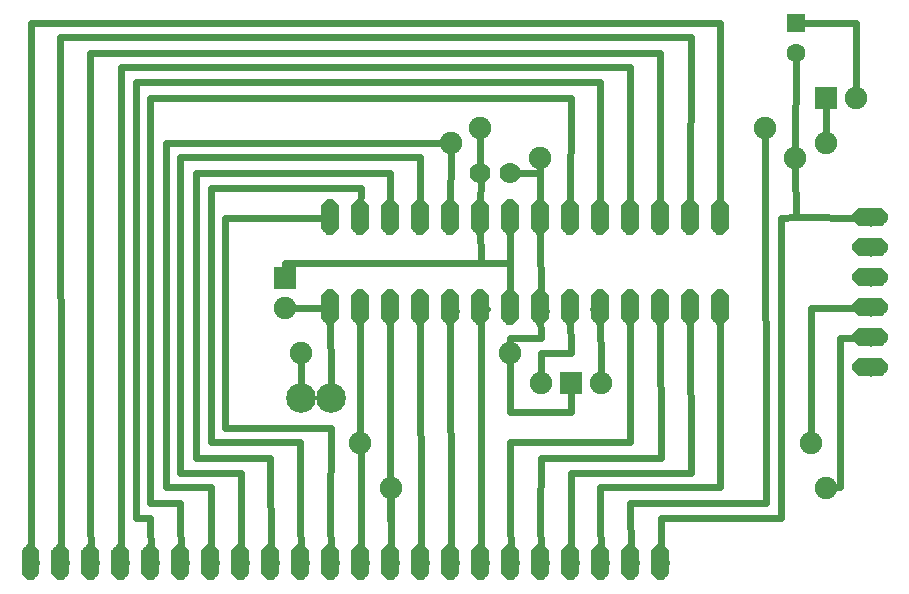
<source format=gbl>
G04 MADE WITH FRITZING*
G04 WWW.FRITZING.ORG*
G04 SINGLE SIDED*
G04 HOLES NOT PLATED*
G04 CONTOUR ON CENTER OF CONTOUR VECTOR*
%ASAXBY*%
%FSLAX23Y23*%
%MOIN*%
%OFA0B0*%
%SFA1.0B1.0*%
%ADD10C,0.059055*%
%ADD11C,0.075000*%
%ADD12C,0.062992*%
%ADD13C,0.099055*%
%ADD14C,0.070000*%
%ADD15R,0.075000X0.075000*%
%ADD16R,0.062992X0.062992*%
%ADD17C,0.024000*%
%ADD18R,0.001000X0.001000*%
%LNCOPPER0*%
G90*
G70*
G54D10*
X1072Y942D03*
X2372Y1242D03*
X1172Y942D03*
X2272Y1242D03*
X1272Y942D03*
X2172Y1242D03*
X1372Y942D03*
X2072Y1242D03*
X1472Y942D03*
X1972Y1242D03*
X1572Y942D03*
X1872Y1242D03*
X1672Y942D03*
X1772Y1242D03*
X1772Y942D03*
X1672Y1242D03*
X1872Y942D03*
X1572Y1242D03*
X1972Y942D03*
X1472Y1242D03*
X2072Y942D03*
X1372Y1242D03*
X2172Y942D03*
X1272Y1242D03*
X2272Y942D03*
X1172Y1242D03*
X2372Y942D03*
X1072Y1242D03*
X2873Y1242D03*
X2873Y1142D03*
X2873Y1042D03*
X2873Y942D03*
X2873Y842D03*
X2873Y742D03*
G54D11*
X922Y1042D03*
X922Y942D03*
X2723Y1642D03*
X2823Y1642D03*
G54D12*
X2623Y1890D03*
X2623Y1792D03*
G54D10*
X2173Y92D03*
X2073Y92D03*
X1973Y92D03*
X1873Y92D03*
X1773Y92D03*
X1673Y92D03*
X1573Y92D03*
X1473Y92D03*
X1373Y92D03*
X1273Y92D03*
X1173Y92D03*
X1073Y92D03*
X973Y92D03*
X873Y92D03*
X773Y92D03*
X673Y92D03*
X573Y92D03*
X473Y92D03*
X373Y92D03*
X273Y92D03*
X173Y92D03*
X73Y92D03*
G54D11*
X1773Y692D03*
X1873Y692D03*
X1973Y692D03*
G54D13*
X1073Y642D03*
X973Y642D03*
G54D14*
X1672Y1392D03*
X1571Y1392D03*
G54D11*
X1772Y1442D03*
X2622Y1442D03*
X1572Y1542D03*
X2522Y1542D03*
X973Y792D03*
X1672Y792D03*
X1473Y1492D03*
X2723Y1492D03*
X1172Y492D03*
X2673Y492D03*
X1273Y342D03*
X2723Y342D03*
G54D15*
X922Y1042D03*
X2723Y1642D03*
G54D16*
X2623Y1890D03*
G54D15*
X1873Y692D03*
G54D17*
X1671Y243D02*
X1673Y115D01*
D02*
X1672Y493D02*
X1671Y243D01*
D02*
X2072Y493D02*
X1672Y493D01*
D02*
X2072Y919D02*
X2072Y493D01*
D02*
X1772Y243D02*
X1773Y115D01*
D02*
X1773Y440D02*
X1772Y243D01*
D02*
X2173Y440D02*
X1773Y440D01*
D02*
X2172Y919D02*
X2173Y440D01*
D02*
X1873Y243D02*
X1873Y115D01*
D02*
X1874Y392D02*
X1873Y243D01*
D02*
X2274Y392D02*
X1874Y392D01*
D02*
X2272Y919D02*
X2274Y392D01*
D02*
X1970Y243D02*
X1973Y115D01*
D02*
X1971Y343D02*
X1970Y243D01*
D02*
X2371Y343D02*
X1971Y343D01*
D02*
X2372Y919D02*
X2371Y343D01*
D02*
X1573Y942D02*
X1573Y115D01*
D02*
X1595Y938D02*
X1573Y942D01*
D02*
X1472Y942D02*
X1473Y115D01*
D02*
X1492Y931D02*
X1472Y942D01*
D02*
X1372Y919D02*
X1373Y115D01*
D02*
X1970Y942D02*
X1973Y717D01*
D02*
X1949Y938D02*
X1970Y942D01*
D02*
X1773Y792D02*
X1773Y717D01*
D02*
X1874Y792D02*
X1773Y792D01*
D02*
X1872Y919D02*
X1874Y792D01*
D02*
X1072Y243D02*
X1073Y115D01*
D02*
X722Y541D02*
X1073Y541D01*
D02*
X1073Y541D02*
X1072Y243D01*
D02*
X722Y1242D02*
X722Y541D01*
D02*
X1048Y1242D02*
X722Y1242D01*
D02*
X971Y243D02*
X973Y115D01*
D02*
X673Y493D02*
X972Y493D01*
D02*
X972Y493D02*
X971Y243D01*
D02*
X1173Y1342D02*
X673Y1342D01*
D02*
X673Y1342D02*
X673Y493D01*
D02*
X1172Y1266D02*
X1173Y1342D01*
D02*
X625Y440D02*
X625Y1391D01*
D02*
X871Y440D02*
X625Y440D01*
D02*
X1270Y1391D02*
X1271Y1266D01*
D02*
X625Y1391D02*
X1270Y1391D01*
D02*
X873Y115D02*
X871Y440D01*
D02*
X773Y243D02*
X773Y115D01*
D02*
X572Y392D02*
X774Y392D01*
D02*
X774Y392D02*
X773Y243D01*
D02*
X1371Y1443D02*
X572Y1443D01*
D02*
X572Y1443D02*
X572Y392D01*
D02*
X1372Y1266D02*
X1371Y1443D01*
D02*
X524Y343D02*
X524Y1492D01*
D02*
X673Y343D02*
X524Y343D01*
D02*
X673Y115D02*
X673Y343D01*
D02*
X571Y243D02*
X573Y115D01*
D02*
X471Y291D02*
X572Y291D01*
D02*
X572Y291D02*
X571Y243D01*
D02*
X1873Y1642D02*
X471Y1642D01*
D02*
X471Y1642D02*
X471Y291D01*
D02*
X1872Y1266D02*
X1873Y1642D01*
D02*
X423Y242D02*
X423Y1694D01*
D02*
X471Y242D02*
X423Y242D01*
D02*
X1970Y1694D02*
X1972Y1266D01*
D02*
X423Y1694D02*
X1970Y1694D01*
D02*
X473Y115D02*
X471Y242D01*
D02*
X373Y243D02*
X373Y115D01*
D02*
X2071Y1743D02*
X373Y1743D01*
D02*
X373Y1743D02*
X373Y243D01*
D02*
X2072Y1266D02*
X2071Y1743D01*
D02*
X272Y243D02*
X273Y115D01*
D02*
X2172Y1791D02*
X272Y1791D01*
D02*
X272Y1791D02*
X272Y243D01*
D02*
X2172Y1266D02*
X2172Y1791D01*
D02*
X2273Y1844D02*
X2272Y1266D01*
D02*
X172Y1844D02*
X2273Y1844D01*
D02*
X173Y115D02*
X172Y1844D01*
D02*
X73Y243D02*
X73Y115D01*
D02*
X2370Y1892D02*
X73Y1892D01*
D02*
X73Y1892D02*
X73Y243D01*
D02*
X2372Y1266D02*
X2370Y1892D01*
D02*
X1573Y1092D02*
X1572Y1219D01*
D02*
X922Y1092D02*
X1573Y1092D01*
D02*
X926Y1043D02*
X922Y1092D01*
D02*
X946Y1046D02*
X926Y1043D01*
D02*
X1573Y1092D02*
X1572Y1219D01*
D02*
X1671Y1092D02*
X1573Y1092D01*
D02*
X1672Y966D02*
X1671Y1092D01*
D02*
X1048Y942D02*
X947Y942D01*
D02*
X1072Y942D02*
X1073Y673D01*
D02*
X1089Y927D02*
X1072Y942D01*
D02*
X1772Y1391D02*
X1695Y1392D01*
D02*
X1772Y1241D02*
X1772Y1391D01*
D02*
X1769Y1219D02*
X1772Y1241D01*
D02*
X1671Y1092D02*
X1672Y1219D01*
D02*
X1772Y1391D02*
X1772Y1418D01*
D02*
X2525Y291D02*
X2522Y1518D01*
D02*
X2072Y291D02*
X2525Y291D01*
D02*
X2073Y115D02*
X2072Y291D01*
D02*
X2573Y242D02*
X2573Y1241D01*
D02*
X2573Y1241D02*
X2626Y1245D01*
D02*
X2173Y242D02*
X2573Y242D01*
D02*
X2173Y115D02*
X2173Y242D01*
D02*
X1672Y594D02*
X1672Y768D01*
D02*
X1672Y841D02*
X1773Y841D01*
D02*
X1773Y841D02*
X1772Y919D01*
D02*
X1672Y817D02*
X1672Y841D01*
D02*
X1874Y594D02*
X1672Y594D01*
D02*
X1873Y667D02*
X1874Y594D01*
D02*
X973Y673D02*
X973Y767D01*
D02*
X1773Y942D02*
X1792Y931D01*
D02*
X1772Y1219D02*
X1773Y942D01*
D02*
X1473Y1467D02*
X1472Y1266D01*
D02*
X524Y1492D02*
X1448Y1492D01*
D02*
X2622Y1467D02*
X2623Y1769D01*
D02*
X2824Y1892D02*
X2823Y1667D01*
D02*
X2646Y1891D02*
X2824Y1892D01*
D02*
X2723Y1492D02*
X2723Y1467D01*
D02*
X2723Y1617D02*
X2723Y1492D01*
D02*
X2626Y1245D02*
X2622Y1418D01*
D02*
X2850Y1242D02*
X2626Y1245D01*
D02*
X1172Y517D02*
X1172Y919D01*
D02*
X1174Y493D02*
X1196Y496D01*
D02*
X1173Y115D02*
X1174Y493D01*
D02*
X1272Y347D02*
X1273Y115D01*
D02*
X1272Y919D02*
X1272Y347D01*
D02*
X1273Y317D02*
X1273Y115D01*
D02*
X2674Y942D02*
X2673Y517D01*
D02*
X2723Y942D02*
X2674Y942D01*
D02*
X2824Y942D02*
X2723Y942D01*
D02*
X2850Y942D02*
X2824Y942D01*
D02*
X2772Y343D02*
X2772Y841D01*
D02*
X2772Y841D02*
X2850Y842D01*
D02*
X2748Y343D02*
X2772Y343D01*
D02*
X1575Y1391D02*
X1592Y1381D01*
D02*
X1572Y1266D02*
X1575Y1391D01*
D02*
X1572Y1416D02*
X1572Y1518D01*
G54D18*
X1061Y1302D02*
X1081Y1302D01*
X1161Y1302D02*
X1181Y1302D01*
X1261Y1302D02*
X1281Y1302D01*
X1361Y1302D02*
X1381Y1302D01*
X1461Y1302D02*
X1481Y1302D01*
X1561Y1302D02*
X1581Y1302D01*
X1661Y1302D02*
X1681Y1302D01*
X1761Y1302D02*
X1781Y1302D01*
X1861Y1302D02*
X1881Y1302D01*
X1961Y1302D02*
X1981Y1302D01*
X2061Y1302D02*
X2081Y1302D01*
X2161Y1302D02*
X2181Y1302D01*
X2261Y1302D02*
X2281Y1302D01*
X2361Y1302D02*
X2381Y1302D01*
X1060Y1301D02*
X1082Y1301D01*
X1160Y1301D02*
X1182Y1301D01*
X1260Y1301D02*
X1282Y1301D01*
X1360Y1301D02*
X1382Y1301D01*
X1460Y1301D02*
X1482Y1301D01*
X1560Y1301D02*
X1582Y1301D01*
X1660Y1301D02*
X1682Y1301D01*
X1760Y1301D02*
X1782Y1301D01*
X1860Y1301D02*
X1882Y1301D01*
X1960Y1301D02*
X1982Y1301D01*
X2060Y1301D02*
X2082Y1301D01*
X2160Y1301D02*
X2182Y1301D01*
X2260Y1301D02*
X2282Y1301D01*
X2360Y1301D02*
X2382Y1301D01*
X1059Y1300D02*
X1083Y1300D01*
X1159Y1300D02*
X1183Y1300D01*
X1259Y1300D02*
X1283Y1300D01*
X1359Y1300D02*
X1383Y1300D01*
X1459Y1300D02*
X1483Y1300D01*
X1559Y1300D02*
X1583Y1300D01*
X1659Y1300D02*
X1683Y1300D01*
X1759Y1300D02*
X1783Y1300D01*
X1859Y1300D02*
X1883Y1300D01*
X1959Y1300D02*
X1983Y1300D01*
X2059Y1300D02*
X2083Y1300D01*
X2159Y1300D02*
X2183Y1300D01*
X2259Y1300D02*
X2283Y1300D01*
X2359Y1300D02*
X2383Y1300D01*
X1058Y1299D02*
X1084Y1299D01*
X1158Y1299D02*
X1184Y1299D01*
X1258Y1299D02*
X1284Y1299D01*
X1358Y1299D02*
X1384Y1299D01*
X1458Y1299D02*
X1484Y1299D01*
X1558Y1299D02*
X1584Y1299D01*
X1658Y1299D02*
X1684Y1299D01*
X1758Y1299D02*
X1784Y1299D01*
X1858Y1299D02*
X1884Y1299D01*
X1958Y1299D02*
X1984Y1299D01*
X2058Y1299D02*
X2084Y1299D01*
X2158Y1299D02*
X2184Y1299D01*
X2258Y1299D02*
X2284Y1299D01*
X2358Y1299D02*
X2384Y1299D01*
X1057Y1298D02*
X1085Y1298D01*
X1157Y1298D02*
X1185Y1298D01*
X1257Y1298D02*
X1285Y1298D01*
X1357Y1298D02*
X1385Y1298D01*
X1457Y1298D02*
X1485Y1298D01*
X1557Y1298D02*
X1585Y1298D01*
X1657Y1298D02*
X1685Y1298D01*
X1757Y1298D02*
X1785Y1298D01*
X1857Y1298D02*
X1885Y1298D01*
X1957Y1298D02*
X1985Y1298D01*
X2057Y1298D02*
X2085Y1298D01*
X2157Y1298D02*
X2185Y1298D01*
X2257Y1298D02*
X2285Y1298D01*
X2357Y1298D02*
X2384Y1298D01*
X1056Y1297D02*
X1086Y1297D01*
X1156Y1297D02*
X1186Y1297D01*
X1256Y1297D02*
X1286Y1297D01*
X1356Y1297D02*
X1386Y1297D01*
X1456Y1297D02*
X1486Y1297D01*
X1556Y1297D02*
X1586Y1297D01*
X1656Y1297D02*
X1686Y1297D01*
X1756Y1297D02*
X1786Y1297D01*
X1856Y1297D02*
X1886Y1297D01*
X1956Y1297D02*
X1986Y1297D01*
X2056Y1297D02*
X2086Y1297D01*
X2156Y1297D02*
X2186Y1297D01*
X2256Y1297D02*
X2286Y1297D01*
X2356Y1297D02*
X2385Y1297D01*
X1055Y1296D02*
X1087Y1296D01*
X1155Y1296D02*
X1187Y1296D01*
X1255Y1296D02*
X1287Y1296D01*
X1355Y1296D02*
X1387Y1296D01*
X1455Y1296D02*
X1487Y1296D01*
X1555Y1296D02*
X1587Y1296D01*
X1655Y1296D02*
X1687Y1296D01*
X1755Y1296D02*
X1787Y1296D01*
X1855Y1296D02*
X1887Y1296D01*
X1955Y1296D02*
X1987Y1296D01*
X2055Y1296D02*
X2087Y1296D01*
X2155Y1296D02*
X2187Y1296D01*
X2255Y1296D02*
X2287Y1296D01*
X2355Y1296D02*
X2386Y1296D01*
X1054Y1295D02*
X1088Y1295D01*
X1154Y1295D02*
X1188Y1295D01*
X1254Y1295D02*
X1288Y1295D01*
X1354Y1295D02*
X1388Y1295D01*
X1454Y1295D02*
X1488Y1295D01*
X1554Y1295D02*
X1588Y1295D01*
X1654Y1295D02*
X1688Y1295D01*
X1754Y1295D02*
X1788Y1295D01*
X1854Y1295D02*
X1888Y1295D01*
X1954Y1295D02*
X1988Y1295D01*
X2054Y1295D02*
X2088Y1295D01*
X2154Y1295D02*
X2188Y1295D01*
X2254Y1295D02*
X2288Y1295D01*
X2354Y1295D02*
X2387Y1295D01*
X1053Y1294D02*
X1089Y1294D01*
X1153Y1294D02*
X1189Y1294D01*
X1253Y1294D02*
X1289Y1294D01*
X1353Y1294D02*
X1389Y1294D01*
X1453Y1294D02*
X1489Y1294D01*
X1553Y1294D02*
X1589Y1294D01*
X1653Y1294D02*
X1689Y1294D01*
X1753Y1294D02*
X1789Y1294D01*
X1853Y1294D02*
X1889Y1294D01*
X1953Y1294D02*
X1989Y1294D01*
X2053Y1294D02*
X2089Y1294D01*
X2153Y1294D02*
X2189Y1294D01*
X2253Y1294D02*
X2289Y1294D01*
X2353Y1294D02*
X2388Y1294D01*
X1052Y1293D02*
X1090Y1293D01*
X1152Y1293D02*
X1190Y1293D01*
X1252Y1293D02*
X1290Y1293D01*
X1352Y1293D02*
X1390Y1293D01*
X1452Y1293D02*
X1490Y1293D01*
X1552Y1293D02*
X1590Y1293D01*
X1652Y1293D02*
X1690Y1293D01*
X1752Y1293D02*
X1790Y1293D01*
X1852Y1293D02*
X1890Y1293D01*
X1952Y1293D02*
X1990Y1293D01*
X2052Y1293D02*
X2090Y1293D01*
X2152Y1293D02*
X2190Y1293D01*
X2252Y1293D02*
X2290Y1293D01*
X2352Y1293D02*
X2389Y1293D01*
X1051Y1292D02*
X1091Y1292D01*
X1151Y1292D02*
X1191Y1292D01*
X1251Y1292D02*
X1291Y1292D01*
X1351Y1292D02*
X1391Y1292D01*
X1451Y1292D02*
X1491Y1292D01*
X1551Y1292D02*
X1591Y1292D01*
X1651Y1292D02*
X1691Y1292D01*
X1751Y1292D02*
X1791Y1292D01*
X1851Y1292D02*
X1891Y1292D01*
X1951Y1292D02*
X1991Y1292D01*
X2051Y1292D02*
X2091Y1292D01*
X2151Y1292D02*
X2191Y1292D01*
X2251Y1292D02*
X2291Y1292D01*
X2351Y1292D02*
X2390Y1292D01*
X1050Y1291D02*
X1092Y1291D01*
X1150Y1291D02*
X1192Y1291D01*
X1250Y1291D02*
X1292Y1291D01*
X1350Y1291D02*
X1392Y1291D01*
X1450Y1291D02*
X1492Y1291D01*
X1550Y1291D02*
X1592Y1291D01*
X1650Y1291D02*
X1692Y1291D01*
X1750Y1291D02*
X1792Y1291D01*
X1850Y1291D02*
X1892Y1291D01*
X1950Y1291D02*
X1992Y1291D01*
X2050Y1291D02*
X2092Y1291D01*
X2150Y1291D02*
X2192Y1291D01*
X2250Y1291D02*
X2292Y1291D01*
X2350Y1291D02*
X2391Y1291D01*
X1049Y1290D02*
X1093Y1290D01*
X1149Y1290D02*
X1193Y1290D01*
X1249Y1290D02*
X1293Y1290D01*
X1349Y1290D02*
X1393Y1290D01*
X1449Y1290D02*
X1493Y1290D01*
X1549Y1290D02*
X1593Y1290D01*
X1649Y1290D02*
X1693Y1290D01*
X1749Y1290D02*
X1793Y1290D01*
X1849Y1290D02*
X1893Y1290D01*
X1949Y1290D02*
X1993Y1290D01*
X2049Y1290D02*
X2093Y1290D01*
X2149Y1290D02*
X2193Y1290D01*
X2249Y1290D02*
X2293Y1290D01*
X2349Y1290D02*
X2392Y1290D01*
X1048Y1289D02*
X1094Y1289D01*
X1148Y1289D02*
X1194Y1289D01*
X1248Y1289D02*
X1294Y1289D01*
X1348Y1289D02*
X1394Y1289D01*
X1448Y1289D02*
X1494Y1289D01*
X1548Y1289D02*
X1594Y1289D01*
X1648Y1289D02*
X1694Y1289D01*
X1748Y1289D02*
X1794Y1289D01*
X1848Y1289D02*
X1894Y1289D01*
X1948Y1289D02*
X1994Y1289D01*
X2048Y1289D02*
X2094Y1289D01*
X2148Y1289D02*
X2194Y1289D01*
X2248Y1289D02*
X2294Y1289D01*
X2348Y1289D02*
X2393Y1289D01*
X1047Y1288D02*
X1095Y1288D01*
X1147Y1288D02*
X1195Y1288D01*
X1247Y1288D02*
X1295Y1288D01*
X1347Y1288D02*
X1395Y1288D01*
X1447Y1288D02*
X1495Y1288D01*
X1547Y1288D02*
X1595Y1288D01*
X1647Y1288D02*
X1695Y1288D01*
X1747Y1288D02*
X1795Y1288D01*
X1847Y1288D02*
X1895Y1288D01*
X1947Y1288D02*
X1995Y1288D01*
X2047Y1288D02*
X2095Y1288D01*
X2147Y1288D02*
X2195Y1288D01*
X2247Y1288D02*
X2295Y1288D01*
X2347Y1288D02*
X2394Y1288D01*
X1046Y1287D02*
X1096Y1287D01*
X1146Y1287D02*
X1196Y1287D01*
X1246Y1287D02*
X1296Y1287D01*
X1346Y1287D02*
X1396Y1287D01*
X1446Y1287D02*
X1496Y1287D01*
X1546Y1287D02*
X1596Y1287D01*
X1646Y1287D02*
X1696Y1287D01*
X1746Y1287D02*
X1796Y1287D01*
X1846Y1287D02*
X1896Y1287D01*
X1946Y1287D02*
X1996Y1287D01*
X2046Y1287D02*
X2096Y1287D01*
X2146Y1287D02*
X2196Y1287D01*
X2246Y1287D02*
X2296Y1287D01*
X2346Y1287D02*
X2395Y1287D01*
X1045Y1286D02*
X1097Y1286D01*
X1145Y1286D02*
X1197Y1286D01*
X1245Y1286D02*
X1297Y1286D01*
X1345Y1286D02*
X1397Y1286D01*
X1445Y1286D02*
X1497Y1286D01*
X1545Y1286D02*
X1597Y1286D01*
X1645Y1286D02*
X1697Y1286D01*
X1745Y1286D02*
X1797Y1286D01*
X1845Y1286D02*
X1897Y1286D01*
X1945Y1286D02*
X1997Y1286D01*
X2045Y1286D02*
X2097Y1286D01*
X2145Y1286D02*
X2197Y1286D01*
X2245Y1286D02*
X2297Y1286D01*
X2345Y1286D02*
X2396Y1286D01*
X1044Y1285D02*
X1098Y1285D01*
X1144Y1285D02*
X1198Y1285D01*
X1244Y1285D02*
X1298Y1285D01*
X1344Y1285D02*
X1398Y1285D01*
X1444Y1285D02*
X1498Y1285D01*
X1544Y1285D02*
X1598Y1285D01*
X1644Y1285D02*
X1698Y1285D01*
X1744Y1285D02*
X1798Y1285D01*
X1844Y1285D02*
X1898Y1285D01*
X1944Y1285D02*
X1998Y1285D01*
X2044Y1285D02*
X2098Y1285D01*
X2144Y1285D02*
X2198Y1285D01*
X2244Y1285D02*
X2298Y1285D01*
X2344Y1285D02*
X2397Y1285D01*
X1043Y1284D02*
X1099Y1284D01*
X1143Y1284D02*
X1199Y1284D01*
X1243Y1284D02*
X1299Y1284D01*
X1343Y1284D02*
X1399Y1284D01*
X1443Y1284D02*
X1499Y1284D01*
X1543Y1284D02*
X1599Y1284D01*
X1643Y1284D02*
X1699Y1284D01*
X1743Y1284D02*
X1799Y1284D01*
X1843Y1284D02*
X1899Y1284D01*
X1943Y1284D02*
X1999Y1284D01*
X2043Y1284D02*
X2099Y1284D01*
X2143Y1284D02*
X2199Y1284D01*
X2243Y1284D02*
X2299Y1284D01*
X2343Y1284D02*
X2398Y1284D01*
X1042Y1283D02*
X1100Y1283D01*
X1142Y1283D02*
X1200Y1283D01*
X1242Y1283D02*
X1300Y1283D01*
X1342Y1283D02*
X1400Y1283D01*
X1442Y1283D02*
X1500Y1283D01*
X1542Y1283D02*
X1600Y1283D01*
X1642Y1283D02*
X1700Y1283D01*
X1742Y1283D02*
X1800Y1283D01*
X1842Y1283D02*
X1900Y1283D01*
X1942Y1283D02*
X2000Y1283D01*
X2042Y1283D02*
X2099Y1283D01*
X2142Y1283D02*
X2199Y1283D01*
X2242Y1283D02*
X2299Y1283D01*
X2342Y1283D02*
X2399Y1283D01*
X1042Y1282D02*
X1100Y1282D01*
X1142Y1282D02*
X1200Y1282D01*
X1242Y1282D02*
X1300Y1282D01*
X1342Y1282D02*
X1400Y1282D01*
X1442Y1282D02*
X1500Y1282D01*
X1542Y1282D02*
X1600Y1282D01*
X1642Y1282D02*
X1700Y1282D01*
X1742Y1282D02*
X1800Y1282D01*
X1842Y1282D02*
X1900Y1282D01*
X1942Y1282D02*
X2000Y1282D01*
X2042Y1282D02*
X2100Y1282D01*
X2142Y1282D02*
X2200Y1282D01*
X2242Y1282D02*
X2300Y1282D01*
X2342Y1282D02*
X2400Y1282D01*
X1042Y1281D02*
X1100Y1281D01*
X1142Y1281D02*
X1200Y1281D01*
X1242Y1281D02*
X1300Y1281D01*
X1342Y1281D02*
X1400Y1281D01*
X1442Y1281D02*
X1500Y1281D01*
X1542Y1281D02*
X1600Y1281D01*
X1642Y1281D02*
X1700Y1281D01*
X1742Y1281D02*
X1800Y1281D01*
X1842Y1281D02*
X1900Y1281D01*
X1942Y1281D02*
X2000Y1281D01*
X2042Y1281D02*
X2100Y1281D01*
X2142Y1281D02*
X2200Y1281D01*
X2242Y1281D02*
X2300Y1281D01*
X2342Y1281D02*
X2400Y1281D01*
X1042Y1280D02*
X1100Y1280D01*
X1142Y1280D02*
X1200Y1280D01*
X1242Y1280D02*
X1300Y1280D01*
X1342Y1280D02*
X1400Y1280D01*
X1442Y1280D02*
X1500Y1280D01*
X1542Y1280D02*
X1600Y1280D01*
X1642Y1280D02*
X1700Y1280D01*
X1742Y1280D02*
X1800Y1280D01*
X1842Y1280D02*
X1900Y1280D01*
X1942Y1280D02*
X2000Y1280D01*
X2042Y1280D02*
X2100Y1280D01*
X2142Y1280D02*
X2200Y1280D01*
X2242Y1280D02*
X2300Y1280D01*
X2342Y1280D02*
X2400Y1280D01*
X1042Y1279D02*
X1100Y1279D01*
X1142Y1279D02*
X1200Y1279D01*
X1242Y1279D02*
X1300Y1279D01*
X1342Y1279D02*
X1400Y1279D01*
X1442Y1279D02*
X1500Y1279D01*
X1542Y1279D02*
X1600Y1279D01*
X1642Y1279D02*
X1700Y1279D01*
X1742Y1279D02*
X1800Y1279D01*
X1842Y1279D02*
X1900Y1279D01*
X1942Y1279D02*
X2000Y1279D01*
X2042Y1279D02*
X2100Y1279D01*
X2142Y1279D02*
X2200Y1279D01*
X2242Y1279D02*
X2300Y1279D01*
X2342Y1279D02*
X2400Y1279D01*
X1042Y1278D02*
X1100Y1278D01*
X1142Y1278D02*
X1200Y1278D01*
X1242Y1278D02*
X1300Y1278D01*
X1342Y1278D02*
X1400Y1278D01*
X1442Y1278D02*
X1500Y1278D01*
X1542Y1278D02*
X1600Y1278D01*
X1642Y1278D02*
X1700Y1278D01*
X1742Y1278D02*
X1800Y1278D01*
X1842Y1278D02*
X1900Y1278D01*
X1942Y1278D02*
X2000Y1278D01*
X2042Y1278D02*
X2100Y1278D01*
X2142Y1278D02*
X2200Y1278D01*
X2242Y1278D02*
X2300Y1278D01*
X2342Y1278D02*
X2400Y1278D01*
X1042Y1277D02*
X1100Y1277D01*
X1142Y1277D02*
X1200Y1277D01*
X1242Y1277D02*
X1300Y1277D01*
X1342Y1277D02*
X1400Y1277D01*
X1442Y1277D02*
X1500Y1277D01*
X1542Y1277D02*
X1600Y1277D01*
X1642Y1277D02*
X1700Y1277D01*
X1742Y1277D02*
X1800Y1277D01*
X1842Y1277D02*
X1900Y1277D01*
X1942Y1277D02*
X2000Y1277D01*
X2042Y1277D02*
X2100Y1277D01*
X2142Y1277D02*
X2200Y1277D01*
X2242Y1277D02*
X2300Y1277D01*
X2342Y1277D02*
X2400Y1277D01*
X1042Y1276D02*
X1100Y1276D01*
X1142Y1276D02*
X1200Y1276D01*
X1242Y1276D02*
X1300Y1276D01*
X1342Y1276D02*
X1400Y1276D01*
X1442Y1276D02*
X1500Y1276D01*
X1542Y1276D02*
X1600Y1276D01*
X1642Y1276D02*
X1700Y1276D01*
X1742Y1276D02*
X1800Y1276D01*
X1842Y1276D02*
X1900Y1276D01*
X1942Y1276D02*
X2000Y1276D01*
X2042Y1276D02*
X2100Y1276D01*
X2142Y1276D02*
X2200Y1276D01*
X2242Y1276D02*
X2300Y1276D01*
X2342Y1276D02*
X2400Y1276D01*
X1042Y1275D02*
X1100Y1275D01*
X1142Y1275D02*
X1200Y1275D01*
X1242Y1275D02*
X1300Y1275D01*
X1342Y1275D02*
X1400Y1275D01*
X1442Y1275D02*
X1500Y1275D01*
X1542Y1275D02*
X1600Y1275D01*
X1642Y1275D02*
X1700Y1275D01*
X1742Y1275D02*
X1800Y1275D01*
X1842Y1275D02*
X1900Y1275D01*
X1942Y1275D02*
X2000Y1275D01*
X2042Y1275D02*
X2100Y1275D01*
X2142Y1275D02*
X2200Y1275D01*
X2242Y1275D02*
X2300Y1275D01*
X2342Y1275D02*
X2400Y1275D01*
X1042Y1274D02*
X1100Y1274D01*
X1142Y1274D02*
X1200Y1274D01*
X1242Y1274D02*
X1300Y1274D01*
X1342Y1274D02*
X1400Y1274D01*
X1442Y1274D02*
X1500Y1274D01*
X1542Y1274D02*
X1600Y1274D01*
X1642Y1274D02*
X1700Y1274D01*
X1742Y1274D02*
X1800Y1274D01*
X1842Y1274D02*
X1900Y1274D01*
X1942Y1274D02*
X2000Y1274D01*
X2042Y1274D02*
X2100Y1274D01*
X2142Y1274D02*
X2200Y1274D01*
X2242Y1274D02*
X2300Y1274D01*
X2342Y1274D02*
X2400Y1274D01*
X1042Y1273D02*
X1100Y1273D01*
X1142Y1273D02*
X1200Y1273D01*
X1242Y1273D02*
X1300Y1273D01*
X1342Y1273D02*
X1400Y1273D01*
X1442Y1273D02*
X1500Y1273D01*
X1542Y1273D02*
X1600Y1273D01*
X1642Y1273D02*
X1700Y1273D01*
X1742Y1273D02*
X1800Y1273D01*
X1842Y1273D02*
X1900Y1273D01*
X1942Y1273D02*
X2000Y1273D01*
X2042Y1273D02*
X2100Y1273D01*
X2142Y1273D02*
X2200Y1273D01*
X2242Y1273D02*
X2300Y1273D01*
X2342Y1273D02*
X2400Y1273D01*
X1042Y1272D02*
X1100Y1272D01*
X1142Y1272D02*
X1200Y1272D01*
X1242Y1272D02*
X1300Y1272D01*
X1342Y1272D02*
X1400Y1272D01*
X1442Y1272D02*
X1500Y1272D01*
X1542Y1272D02*
X1600Y1272D01*
X1642Y1272D02*
X1700Y1272D01*
X1742Y1272D02*
X1800Y1272D01*
X1842Y1272D02*
X1900Y1272D01*
X1942Y1272D02*
X2000Y1272D01*
X2042Y1272D02*
X2100Y1272D01*
X2142Y1272D02*
X2200Y1272D01*
X2242Y1272D02*
X2300Y1272D01*
X2342Y1272D02*
X2400Y1272D01*
X2832Y1272D02*
X2911Y1272D01*
X1042Y1271D02*
X1100Y1271D01*
X1142Y1271D02*
X1200Y1271D01*
X1242Y1271D02*
X1300Y1271D01*
X1342Y1271D02*
X1400Y1271D01*
X1442Y1271D02*
X1500Y1271D01*
X1542Y1271D02*
X1600Y1271D01*
X1642Y1271D02*
X1700Y1271D01*
X1742Y1271D02*
X1800Y1271D01*
X1842Y1271D02*
X1900Y1271D01*
X1942Y1271D02*
X2000Y1271D01*
X2042Y1271D02*
X2100Y1271D01*
X2142Y1271D02*
X2200Y1271D01*
X2242Y1271D02*
X2300Y1271D01*
X2342Y1271D02*
X2400Y1271D01*
X2831Y1271D02*
X2912Y1271D01*
X1042Y1270D02*
X1100Y1270D01*
X1142Y1270D02*
X1200Y1270D01*
X1242Y1270D02*
X1300Y1270D01*
X1342Y1270D02*
X1400Y1270D01*
X1442Y1270D02*
X1500Y1270D01*
X1542Y1270D02*
X1600Y1270D01*
X1642Y1270D02*
X1700Y1270D01*
X1742Y1270D02*
X1800Y1270D01*
X1842Y1270D02*
X1900Y1270D01*
X1942Y1270D02*
X2000Y1270D01*
X2042Y1270D02*
X2100Y1270D01*
X2142Y1270D02*
X2200Y1270D01*
X2242Y1270D02*
X2300Y1270D01*
X2342Y1270D02*
X2400Y1270D01*
X2830Y1270D02*
X2913Y1270D01*
X1042Y1269D02*
X1100Y1269D01*
X1142Y1269D02*
X1200Y1269D01*
X1242Y1269D02*
X1300Y1269D01*
X1342Y1269D02*
X1400Y1269D01*
X1442Y1269D02*
X1500Y1269D01*
X1542Y1269D02*
X1600Y1269D01*
X1642Y1269D02*
X1700Y1269D01*
X1742Y1269D02*
X1800Y1269D01*
X1842Y1269D02*
X1900Y1269D01*
X1942Y1269D02*
X2000Y1269D01*
X2042Y1269D02*
X2100Y1269D01*
X2142Y1269D02*
X2200Y1269D01*
X2242Y1269D02*
X2300Y1269D01*
X2342Y1269D02*
X2400Y1269D01*
X2829Y1269D02*
X2914Y1269D01*
X1042Y1268D02*
X1100Y1268D01*
X1142Y1268D02*
X1200Y1268D01*
X1242Y1268D02*
X1300Y1268D01*
X1342Y1268D02*
X1400Y1268D01*
X1442Y1268D02*
X1500Y1268D01*
X1542Y1268D02*
X1600Y1268D01*
X1642Y1268D02*
X1700Y1268D01*
X1742Y1268D02*
X1800Y1268D01*
X1842Y1268D02*
X1900Y1268D01*
X1942Y1268D02*
X2000Y1268D01*
X2042Y1268D02*
X2100Y1268D01*
X2142Y1268D02*
X2200Y1268D01*
X2242Y1268D02*
X2300Y1268D01*
X2342Y1268D02*
X2400Y1268D01*
X2828Y1268D02*
X2915Y1268D01*
X1042Y1267D02*
X1100Y1267D01*
X1142Y1267D02*
X1200Y1267D01*
X1242Y1267D02*
X1300Y1267D01*
X1342Y1267D02*
X1400Y1267D01*
X1442Y1267D02*
X1500Y1267D01*
X1542Y1267D02*
X1600Y1267D01*
X1642Y1267D02*
X1700Y1267D01*
X1742Y1267D02*
X1800Y1267D01*
X1842Y1267D02*
X1900Y1267D01*
X1942Y1267D02*
X2000Y1267D01*
X2042Y1267D02*
X2100Y1267D01*
X2142Y1267D02*
X2200Y1267D01*
X2242Y1267D02*
X2300Y1267D01*
X2342Y1267D02*
X2400Y1267D01*
X2827Y1267D02*
X2916Y1267D01*
X1042Y1266D02*
X1100Y1266D01*
X1142Y1266D02*
X1200Y1266D01*
X1242Y1266D02*
X1300Y1266D01*
X1342Y1266D02*
X1400Y1266D01*
X1442Y1266D02*
X1500Y1266D01*
X1542Y1266D02*
X1600Y1266D01*
X1642Y1266D02*
X1700Y1266D01*
X1742Y1266D02*
X1800Y1266D01*
X1842Y1266D02*
X1900Y1266D01*
X1942Y1266D02*
X2000Y1266D01*
X2042Y1266D02*
X2100Y1266D01*
X2142Y1266D02*
X2200Y1266D01*
X2242Y1266D02*
X2300Y1266D01*
X2342Y1266D02*
X2400Y1266D01*
X2826Y1266D02*
X2917Y1266D01*
X1042Y1265D02*
X1100Y1265D01*
X1142Y1265D02*
X1200Y1265D01*
X1242Y1265D02*
X1300Y1265D01*
X1342Y1265D02*
X1400Y1265D01*
X1442Y1265D02*
X1500Y1265D01*
X1542Y1265D02*
X1600Y1265D01*
X1642Y1265D02*
X1700Y1265D01*
X1742Y1265D02*
X1800Y1265D01*
X1842Y1265D02*
X1900Y1265D01*
X1942Y1265D02*
X2000Y1265D01*
X2042Y1265D02*
X2100Y1265D01*
X2142Y1265D02*
X2200Y1265D01*
X2242Y1265D02*
X2300Y1265D01*
X2342Y1265D02*
X2400Y1265D01*
X2825Y1265D02*
X2918Y1265D01*
X1042Y1264D02*
X1100Y1264D01*
X1142Y1264D02*
X1200Y1264D01*
X1242Y1264D02*
X1300Y1264D01*
X1342Y1264D02*
X1400Y1264D01*
X1442Y1264D02*
X1500Y1264D01*
X1542Y1264D02*
X1600Y1264D01*
X1642Y1264D02*
X1700Y1264D01*
X1742Y1264D02*
X1800Y1264D01*
X1842Y1264D02*
X1900Y1264D01*
X1942Y1264D02*
X2000Y1264D01*
X2042Y1264D02*
X2100Y1264D01*
X2142Y1264D02*
X2200Y1264D01*
X2242Y1264D02*
X2300Y1264D01*
X2342Y1264D02*
X2400Y1264D01*
X2824Y1264D02*
X2919Y1264D01*
X1042Y1263D02*
X1067Y1263D01*
X1074Y1263D02*
X1100Y1263D01*
X1142Y1263D02*
X1167Y1263D01*
X1174Y1263D02*
X1200Y1263D01*
X1242Y1263D02*
X1267Y1263D01*
X1274Y1263D02*
X1300Y1263D01*
X1342Y1263D02*
X1367Y1263D01*
X1374Y1263D02*
X1400Y1263D01*
X1442Y1263D02*
X1467Y1263D01*
X1474Y1263D02*
X1500Y1263D01*
X1542Y1263D02*
X1567Y1263D01*
X1574Y1263D02*
X1600Y1263D01*
X1642Y1263D02*
X1667Y1263D01*
X1674Y1263D02*
X1700Y1263D01*
X1742Y1263D02*
X1767Y1263D01*
X1774Y1263D02*
X1800Y1263D01*
X1842Y1263D02*
X1867Y1263D01*
X1874Y1263D02*
X1900Y1263D01*
X1942Y1263D02*
X1967Y1263D01*
X1974Y1263D02*
X2000Y1263D01*
X2042Y1263D02*
X2067Y1263D01*
X2074Y1263D02*
X2100Y1263D01*
X2142Y1263D02*
X2167Y1263D01*
X2174Y1263D02*
X2200Y1263D01*
X2242Y1263D02*
X2267Y1263D01*
X2274Y1263D02*
X2300Y1263D01*
X2342Y1263D02*
X2367Y1263D01*
X2374Y1263D02*
X2400Y1263D01*
X2823Y1263D02*
X2920Y1263D01*
X1042Y1262D02*
X1063Y1262D01*
X1078Y1262D02*
X1100Y1262D01*
X1142Y1262D02*
X1163Y1262D01*
X1178Y1262D02*
X1200Y1262D01*
X1242Y1262D02*
X1263Y1262D01*
X1278Y1262D02*
X1300Y1262D01*
X1342Y1262D02*
X1363Y1262D01*
X1378Y1262D02*
X1400Y1262D01*
X1442Y1262D02*
X1463Y1262D01*
X1478Y1262D02*
X1500Y1262D01*
X1542Y1262D02*
X1563Y1262D01*
X1578Y1262D02*
X1600Y1262D01*
X1642Y1262D02*
X1663Y1262D01*
X1678Y1262D02*
X1700Y1262D01*
X1742Y1262D02*
X1763Y1262D01*
X1778Y1262D02*
X1800Y1262D01*
X1842Y1262D02*
X1863Y1262D01*
X1878Y1262D02*
X1900Y1262D01*
X1942Y1262D02*
X1963Y1262D01*
X1978Y1262D02*
X2000Y1262D01*
X2042Y1262D02*
X2063Y1262D01*
X2078Y1262D02*
X2100Y1262D01*
X2142Y1262D02*
X2163Y1262D01*
X2178Y1262D02*
X2200Y1262D01*
X2242Y1262D02*
X2263Y1262D01*
X2278Y1262D02*
X2300Y1262D01*
X2342Y1262D02*
X2363Y1262D01*
X2378Y1262D02*
X2400Y1262D01*
X2822Y1262D02*
X2865Y1262D01*
X2878Y1262D02*
X2921Y1262D01*
X1042Y1261D02*
X1061Y1261D01*
X1081Y1261D02*
X1100Y1261D01*
X1142Y1261D02*
X1161Y1261D01*
X1180Y1261D02*
X1200Y1261D01*
X1242Y1261D02*
X1261Y1261D01*
X1280Y1261D02*
X1300Y1261D01*
X1342Y1261D02*
X1361Y1261D01*
X1380Y1261D02*
X1400Y1261D01*
X1442Y1261D02*
X1461Y1261D01*
X1480Y1261D02*
X1500Y1261D01*
X1542Y1261D02*
X1561Y1261D01*
X1580Y1261D02*
X1600Y1261D01*
X1642Y1261D02*
X1661Y1261D01*
X1680Y1261D02*
X1700Y1261D01*
X1742Y1261D02*
X1761Y1261D01*
X1780Y1261D02*
X1800Y1261D01*
X1842Y1261D02*
X1861Y1261D01*
X1880Y1261D02*
X1900Y1261D01*
X1942Y1261D02*
X1961Y1261D01*
X1980Y1261D02*
X2000Y1261D01*
X2042Y1261D02*
X2061Y1261D01*
X2080Y1261D02*
X2100Y1261D01*
X2142Y1261D02*
X2161Y1261D01*
X2180Y1261D02*
X2200Y1261D01*
X2242Y1261D02*
X2261Y1261D01*
X2280Y1261D02*
X2300Y1261D01*
X2342Y1261D02*
X2361Y1261D01*
X2380Y1261D02*
X2400Y1261D01*
X2821Y1261D02*
X2863Y1261D01*
X2881Y1261D02*
X2922Y1261D01*
X1042Y1260D02*
X1060Y1260D01*
X1082Y1260D02*
X1100Y1260D01*
X1142Y1260D02*
X1160Y1260D01*
X1182Y1260D02*
X1200Y1260D01*
X1242Y1260D02*
X1259Y1260D01*
X1282Y1260D02*
X1300Y1260D01*
X1342Y1260D02*
X1359Y1260D01*
X1382Y1260D02*
X1400Y1260D01*
X1442Y1260D02*
X1459Y1260D01*
X1482Y1260D02*
X1500Y1260D01*
X1542Y1260D02*
X1559Y1260D01*
X1582Y1260D02*
X1600Y1260D01*
X1642Y1260D02*
X1659Y1260D01*
X1682Y1260D02*
X1700Y1260D01*
X1742Y1260D02*
X1759Y1260D01*
X1782Y1260D02*
X1800Y1260D01*
X1842Y1260D02*
X1859Y1260D01*
X1882Y1260D02*
X1900Y1260D01*
X1942Y1260D02*
X1959Y1260D01*
X1982Y1260D02*
X2000Y1260D01*
X2042Y1260D02*
X2059Y1260D01*
X2082Y1260D02*
X2100Y1260D01*
X2142Y1260D02*
X2159Y1260D01*
X2182Y1260D02*
X2200Y1260D01*
X2242Y1260D02*
X2259Y1260D01*
X2282Y1260D02*
X2300Y1260D01*
X2342Y1260D02*
X2359Y1260D01*
X2382Y1260D02*
X2400Y1260D01*
X2820Y1260D02*
X2861Y1260D01*
X2883Y1260D02*
X2923Y1260D01*
X1042Y1259D02*
X1058Y1259D01*
X1084Y1259D02*
X1100Y1259D01*
X1142Y1259D02*
X1158Y1259D01*
X1184Y1259D02*
X1200Y1259D01*
X1242Y1259D02*
X1258Y1259D01*
X1284Y1259D02*
X1300Y1259D01*
X1342Y1259D02*
X1358Y1259D01*
X1384Y1259D02*
X1400Y1259D01*
X1442Y1259D02*
X1458Y1259D01*
X1483Y1259D02*
X1500Y1259D01*
X1542Y1259D02*
X1558Y1259D01*
X1583Y1259D02*
X1600Y1259D01*
X1642Y1259D02*
X1658Y1259D01*
X1683Y1259D02*
X1700Y1259D01*
X1742Y1259D02*
X1758Y1259D01*
X1783Y1259D02*
X1800Y1259D01*
X1842Y1259D02*
X1858Y1259D01*
X1883Y1259D02*
X1900Y1259D01*
X1942Y1259D02*
X1958Y1259D01*
X1983Y1259D02*
X2000Y1259D01*
X2042Y1259D02*
X2058Y1259D01*
X2083Y1259D02*
X2100Y1259D01*
X2142Y1259D02*
X2158Y1259D01*
X2183Y1259D02*
X2200Y1259D01*
X2242Y1259D02*
X2258Y1259D01*
X2283Y1259D02*
X2300Y1259D01*
X2342Y1259D02*
X2358Y1259D01*
X2383Y1259D02*
X2400Y1259D01*
X2819Y1259D02*
X2860Y1259D01*
X2884Y1259D02*
X2924Y1259D01*
X1042Y1258D02*
X1057Y1258D01*
X1085Y1258D02*
X1100Y1258D01*
X1142Y1258D02*
X1157Y1258D01*
X1185Y1258D02*
X1200Y1258D01*
X1242Y1258D02*
X1257Y1258D01*
X1285Y1258D02*
X1300Y1258D01*
X1342Y1258D02*
X1357Y1258D01*
X1385Y1258D02*
X1400Y1258D01*
X1442Y1258D02*
X1457Y1258D01*
X1485Y1258D02*
X1500Y1258D01*
X1542Y1258D02*
X1557Y1258D01*
X1585Y1258D02*
X1600Y1258D01*
X1642Y1258D02*
X1657Y1258D01*
X1685Y1258D02*
X1700Y1258D01*
X1742Y1258D02*
X1757Y1258D01*
X1785Y1258D02*
X1800Y1258D01*
X1842Y1258D02*
X1857Y1258D01*
X1885Y1258D02*
X1900Y1258D01*
X1942Y1258D02*
X1957Y1258D01*
X1985Y1258D02*
X2000Y1258D01*
X2042Y1258D02*
X2057Y1258D01*
X2084Y1258D02*
X2100Y1258D01*
X2142Y1258D02*
X2157Y1258D01*
X2184Y1258D02*
X2200Y1258D01*
X2242Y1258D02*
X2257Y1258D01*
X2284Y1258D02*
X2300Y1258D01*
X2342Y1258D02*
X2357Y1258D01*
X2384Y1258D02*
X2400Y1258D01*
X2818Y1258D02*
X2858Y1258D01*
X2885Y1258D02*
X2925Y1258D01*
X1042Y1257D02*
X1056Y1257D01*
X1086Y1257D02*
X1100Y1257D01*
X1142Y1257D02*
X1156Y1257D01*
X1186Y1257D02*
X1200Y1257D01*
X1242Y1257D02*
X1256Y1257D01*
X1286Y1257D02*
X1300Y1257D01*
X1342Y1257D02*
X1356Y1257D01*
X1386Y1257D02*
X1400Y1257D01*
X1442Y1257D02*
X1456Y1257D01*
X1486Y1257D02*
X1500Y1257D01*
X1542Y1257D02*
X1556Y1257D01*
X1586Y1257D02*
X1600Y1257D01*
X1642Y1257D02*
X1656Y1257D01*
X1686Y1257D02*
X1700Y1257D01*
X1742Y1257D02*
X1756Y1257D01*
X1786Y1257D02*
X1800Y1257D01*
X1842Y1257D02*
X1856Y1257D01*
X1886Y1257D02*
X1900Y1257D01*
X1942Y1257D02*
X1956Y1257D01*
X1986Y1257D02*
X2000Y1257D01*
X2042Y1257D02*
X2056Y1257D01*
X2085Y1257D02*
X2100Y1257D01*
X2142Y1257D02*
X2156Y1257D01*
X2185Y1257D02*
X2200Y1257D01*
X2242Y1257D02*
X2256Y1257D01*
X2285Y1257D02*
X2300Y1257D01*
X2342Y1257D02*
X2356Y1257D01*
X2385Y1257D02*
X2400Y1257D01*
X2817Y1257D02*
X2857Y1257D01*
X2886Y1257D02*
X2926Y1257D01*
X1042Y1256D02*
X1055Y1256D01*
X1087Y1256D02*
X1100Y1256D01*
X1142Y1256D02*
X1155Y1256D01*
X1187Y1256D02*
X1200Y1256D01*
X1242Y1256D02*
X1255Y1256D01*
X1287Y1256D02*
X1300Y1256D01*
X1342Y1256D02*
X1355Y1256D01*
X1387Y1256D02*
X1400Y1256D01*
X1442Y1256D02*
X1455Y1256D01*
X1487Y1256D02*
X1500Y1256D01*
X1542Y1256D02*
X1555Y1256D01*
X1587Y1256D02*
X1600Y1256D01*
X1642Y1256D02*
X1655Y1256D01*
X1686Y1256D02*
X1700Y1256D01*
X1742Y1256D02*
X1755Y1256D01*
X1786Y1256D02*
X1800Y1256D01*
X1842Y1256D02*
X1855Y1256D01*
X1886Y1256D02*
X1900Y1256D01*
X1942Y1256D02*
X1955Y1256D01*
X1986Y1256D02*
X2000Y1256D01*
X2042Y1256D02*
X2055Y1256D01*
X2086Y1256D02*
X2100Y1256D01*
X2142Y1256D02*
X2155Y1256D01*
X2186Y1256D02*
X2200Y1256D01*
X2242Y1256D02*
X2255Y1256D01*
X2286Y1256D02*
X2300Y1256D01*
X2342Y1256D02*
X2355Y1256D01*
X2386Y1256D02*
X2400Y1256D01*
X2816Y1256D02*
X2856Y1256D01*
X2887Y1256D02*
X2927Y1256D01*
X1042Y1255D02*
X1054Y1255D01*
X1087Y1255D02*
X1100Y1255D01*
X1142Y1255D02*
X1154Y1255D01*
X1187Y1255D02*
X1200Y1255D01*
X1242Y1255D02*
X1254Y1255D01*
X1287Y1255D02*
X1300Y1255D01*
X1342Y1255D02*
X1354Y1255D01*
X1387Y1255D02*
X1400Y1255D01*
X1442Y1255D02*
X1454Y1255D01*
X1487Y1255D02*
X1500Y1255D01*
X1542Y1255D02*
X1554Y1255D01*
X1587Y1255D02*
X1600Y1255D01*
X1642Y1255D02*
X1654Y1255D01*
X1687Y1255D02*
X1700Y1255D01*
X1742Y1255D02*
X1754Y1255D01*
X1787Y1255D02*
X1800Y1255D01*
X1842Y1255D02*
X1854Y1255D01*
X1887Y1255D02*
X1900Y1255D01*
X1942Y1255D02*
X1954Y1255D01*
X1987Y1255D02*
X2000Y1255D01*
X2042Y1255D02*
X2054Y1255D01*
X2087Y1255D02*
X2100Y1255D01*
X2142Y1255D02*
X2154Y1255D01*
X2187Y1255D02*
X2200Y1255D01*
X2242Y1255D02*
X2254Y1255D01*
X2287Y1255D02*
X2300Y1255D01*
X2342Y1255D02*
X2354Y1255D01*
X2387Y1255D02*
X2400Y1255D01*
X2815Y1255D02*
X2856Y1255D01*
X2888Y1255D02*
X2928Y1255D01*
X1042Y1254D02*
X1054Y1254D01*
X1088Y1254D02*
X1100Y1254D01*
X1142Y1254D02*
X1154Y1254D01*
X1188Y1254D02*
X1200Y1254D01*
X1242Y1254D02*
X1254Y1254D01*
X1288Y1254D02*
X1300Y1254D01*
X1342Y1254D02*
X1354Y1254D01*
X1388Y1254D02*
X1400Y1254D01*
X1442Y1254D02*
X1454Y1254D01*
X1488Y1254D02*
X1500Y1254D01*
X1542Y1254D02*
X1554Y1254D01*
X1588Y1254D02*
X1600Y1254D01*
X1642Y1254D02*
X1654Y1254D01*
X1688Y1254D02*
X1700Y1254D01*
X1742Y1254D02*
X1754Y1254D01*
X1788Y1254D02*
X1800Y1254D01*
X1842Y1254D02*
X1853Y1254D01*
X1888Y1254D02*
X1900Y1254D01*
X1942Y1254D02*
X1953Y1254D01*
X1988Y1254D02*
X2000Y1254D01*
X2042Y1254D02*
X2053Y1254D01*
X2088Y1254D02*
X2100Y1254D01*
X2142Y1254D02*
X2153Y1254D01*
X2188Y1254D02*
X2200Y1254D01*
X2242Y1254D02*
X2253Y1254D01*
X2288Y1254D02*
X2300Y1254D01*
X2342Y1254D02*
X2353Y1254D01*
X2388Y1254D02*
X2400Y1254D01*
X2814Y1254D02*
X2855Y1254D01*
X2889Y1254D02*
X2929Y1254D01*
X1042Y1253D02*
X1053Y1253D01*
X1089Y1253D02*
X1100Y1253D01*
X1142Y1253D02*
X1153Y1253D01*
X1189Y1253D02*
X1200Y1253D01*
X1242Y1253D02*
X1253Y1253D01*
X1289Y1253D02*
X1300Y1253D01*
X1342Y1253D02*
X1353Y1253D01*
X1389Y1253D02*
X1400Y1253D01*
X1442Y1253D02*
X1453Y1253D01*
X1489Y1253D02*
X1500Y1253D01*
X1542Y1253D02*
X1553Y1253D01*
X1589Y1253D02*
X1600Y1253D01*
X1642Y1253D02*
X1653Y1253D01*
X1688Y1253D02*
X1700Y1253D01*
X1742Y1253D02*
X1753Y1253D01*
X1788Y1253D02*
X1800Y1253D01*
X1842Y1253D02*
X1853Y1253D01*
X1888Y1253D02*
X1900Y1253D01*
X1942Y1253D02*
X1953Y1253D01*
X1988Y1253D02*
X2000Y1253D01*
X2042Y1253D02*
X2053Y1253D01*
X2088Y1253D02*
X2100Y1253D01*
X2142Y1253D02*
X2153Y1253D01*
X2188Y1253D02*
X2200Y1253D01*
X2242Y1253D02*
X2253Y1253D01*
X2288Y1253D02*
X2300Y1253D01*
X2342Y1253D02*
X2353Y1253D01*
X2388Y1253D02*
X2400Y1253D01*
X2813Y1253D02*
X2854Y1253D01*
X2889Y1253D02*
X2930Y1253D01*
X1042Y1252D02*
X1053Y1252D01*
X1089Y1252D02*
X1100Y1252D01*
X1142Y1252D02*
X1153Y1252D01*
X1189Y1252D02*
X1200Y1252D01*
X1242Y1252D02*
X1253Y1252D01*
X1289Y1252D02*
X1300Y1252D01*
X1342Y1252D02*
X1353Y1252D01*
X1389Y1252D02*
X1400Y1252D01*
X1442Y1252D02*
X1452Y1252D01*
X1489Y1252D02*
X1500Y1252D01*
X1542Y1252D02*
X1552Y1252D01*
X1589Y1252D02*
X1600Y1252D01*
X1642Y1252D02*
X1652Y1252D01*
X1689Y1252D02*
X1700Y1252D01*
X1742Y1252D02*
X1752Y1252D01*
X1789Y1252D02*
X1800Y1252D01*
X1842Y1252D02*
X1852Y1252D01*
X1889Y1252D02*
X1900Y1252D01*
X1942Y1252D02*
X1952Y1252D01*
X1989Y1252D02*
X2000Y1252D01*
X2042Y1252D02*
X2052Y1252D01*
X2089Y1252D02*
X2100Y1252D01*
X2142Y1252D02*
X2152Y1252D01*
X2189Y1252D02*
X2200Y1252D01*
X2242Y1252D02*
X2252Y1252D01*
X2289Y1252D02*
X2300Y1252D01*
X2342Y1252D02*
X2352Y1252D01*
X2389Y1252D02*
X2400Y1252D01*
X2813Y1252D02*
X2854Y1252D01*
X2890Y1252D02*
X2930Y1252D01*
X1042Y1251D02*
X1052Y1251D01*
X1090Y1251D02*
X1100Y1251D01*
X1142Y1251D02*
X1152Y1251D01*
X1190Y1251D02*
X1200Y1251D01*
X1242Y1251D02*
X1252Y1251D01*
X1290Y1251D02*
X1300Y1251D01*
X1342Y1251D02*
X1352Y1251D01*
X1390Y1251D02*
X1400Y1251D01*
X1442Y1251D02*
X1452Y1251D01*
X1489Y1251D02*
X1500Y1251D01*
X1542Y1251D02*
X1552Y1251D01*
X1589Y1251D02*
X1600Y1251D01*
X1642Y1251D02*
X1652Y1251D01*
X1689Y1251D02*
X1700Y1251D01*
X1742Y1251D02*
X1752Y1251D01*
X1789Y1251D02*
X1800Y1251D01*
X1842Y1251D02*
X1852Y1251D01*
X1889Y1251D02*
X1900Y1251D01*
X1942Y1251D02*
X1952Y1251D01*
X1989Y1251D02*
X2000Y1251D01*
X2042Y1251D02*
X2052Y1251D01*
X2089Y1251D02*
X2100Y1251D01*
X2142Y1251D02*
X2152Y1251D01*
X2189Y1251D02*
X2200Y1251D01*
X2242Y1251D02*
X2252Y1251D01*
X2289Y1251D02*
X2300Y1251D01*
X2342Y1251D02*
X2352Y1251D01*
X2389Y1251D02*
X2400Y1251D01*
X2813Y1251D02*
X2853Y1251D01*
X2890Y1251D02*
X2930Y1251D01*
X1042Y1250D02*
X1052Y1250D01*
X1090Y1250D02*
X1100Y1250D01*
X1142Y1250D02*
X1152Y1250D01*
X1190Y1250D02*
X1200Y1250D01*
X1242Y1250D02*
X1252Y1250D01*
X1290Y1250D02*
X1300Y1250D01*
X1342Y1250D02*
X1352Y1250D01*
X1390Y1250D02*
X1400Y1250D01*
X1442Y1250D02*
X1452Y1250D01*
X1490Y1250D02*
X1500Y1250D01*
X1542Y1250D02*
X1552Y1250D01*
X1590Y1250D02*
X1600Y1250D01*
X1642Y1250D02*
X1652Y1250D01*
X1690Y1250D02*
X1700Y1250D01*
X1742Y1250D02*
X1752Y1250D01*
X1790Y1250D02*
X1800Y1250D01*
X1842Y1250D02*
X1852Y1250D01*
X1890Y1250D02*
X1900Y1250D01*
X1942Y1250D02*
X1952Y1250D01*
X1990Y1250D02*
X2000Y1250D01*
X2042Y1250D02*
X2052Y1250D01*
X2090Y1250D02*
X2100Y1250D01*
X2142Y1250D02*
X2151Y1250D01*
X2190Y1250D02*
X2200Y1250D01*
X2242Y1250D02*
X2251Y1250D01*
X2290Y1250D02*
X2300Y1250D01*
X2342Y1250D02*
X2351Y1250D01*
X2390Y1250D02*
X2400Y1250D01*
X2813Y1250D02*
X2853Y1250D01*
X2891Y1250D02*
X2930Y1250D01*
X1042Y1249D02*
X1051Y1249D01*
X1090Y1249D02*
X1100Y1249D01*
X1142Y1249D02*
X1151Y1249D01*
X1190Y1249D02*
X1200Y1249D01*
X1242Y1249D02*
X1251Y1249D01*
X1290Y1249D02*
X1300Y1249D01*
X1342Y1249D02*
X1351Y1249D01*
X1390Y1249D02*
X1400Y1249D01*
X1442Y1249D02*
X1451Y1249D01*
X1490Y1249D02*
X1500Y1249D01*
X1542Y1249D02*
X1551Y1249D01*
X1590Y1249D02*
X1600Y1249D01*
X1642Y1249D02*
X1651Y1249D01*
X1690Y1249D02*
X1700Y1249D01*
X1742Y1249D02*
X1751Y1249D01*
X1790Y1249D02*
X1800Y1249D01*
X1842Y1249D02*
X1851Y1249D01*
X1890Y1249D02*
X1900Y1249D01*
X1942Y1249D02*
X1951Y1249D01*
X1990Y1249D02*
X2000Y1249D01*
X2042Y1249D02*
X2051Y1249D01*
X2090Y1249D02*
X2100Y1249D01*
X2142Y1249D02*
X2151Y1249D01*
X2190Y1249D02*
X2200Y1249D01*
X2242Y1249D02*
X2251Y1249D01*
X2290Y1249D02*
X2300Y1249D01*
X2342Y1249D02*
X2351Y1249D01*
X2390Y1249D02*
X2400Y1249D01*
X2813Y1249D02*
X2852Y1249D01*
X2891Y1249D02*
X2930Y1249D01*
X1042Y1248D02*
X1051Y1248D01*
X1091Y1248D02*
X1100Y1248D01*
X1142Y1248D02*
X1151Y1248D01*
X1191Y1248D02*
X1200Y1248D01*
X1242Y1248D02*
X1251Y1248D01*
X1291Y1248D02*
X1300Y1248D01*
X1342Y1248D02*
X1351Y1248D01*
X1390Y1248D02*
X1400Y1248D01*
X1442Y1248D02*
X1451Y1248D01*
X1490Y1248D02*
X1500Y1248D01*
X1542Y1248D02*
X1551Y1248D01*
X1590Y1248D02*
X1600Y1248D01*
X1642Y1248D02*
X1651Y1248D01*
X1690Y1248D02*
X1700Y1248D01*
X1742Y1248D02*
X1751Y1248D01*
X1790Y1248D02*
X1800Y1248D01*
X1842Y1248D02*
X1851Y1248D01*
X1890Y1248D02*
X1900Y1248D01*
X1942Y1248D02*
X1951Y1248D01*
X1990Y1248D02*
X2000Y1248D01*
X2042Y1248D02*
X2051Y1248D01*
X2090Y1248D02*
X2100Y1248D01*
X2142Y1248D02*
X2151Y1248D01*
X2190Y1248D02*
X2200Y1248D01*
X2242Y1248D02*
X2251Y1248D01*
X2290Y1248D02*
X2300Y1248D01*
X2342Y1248D02*
X2351Y1248D01*
X2390Y1248D02*
X2400Y1248D01*
X2813Y1248D02*
X2852Y1248D01*
X2891Y1248D02*
X2930Y1248D01*
X1042Y1247D02*
X1051Y1247D01*
X1091Y1247D02*
X1100Y1247D01*
X1142Y1247D02*
X1151Y1247D01*
X1191Y1247D02*
X1200Y1247D01*
X1242Y1247D02*
X1251Y1247D01*
X1291Y1247D02*
X1300Y1247D01*
X1342Y1247D02*
X1351Y1247D01*
X1391Y1247D02*
X1400Y1247D01*
X1442Y1247D02*
X1451Y1247D01*
X1491Y1247D02*
X1500Y1247D01*
X1542Y1247D02*
X1551Y1247D01*
X1591Y1247D02*
X1600Y1247D01*
X1642Y1247D02*
X1651Y1247D01*
X1691Y1247D02*
X1700Y1247D01*
X1742Y1247D02*
X1751Y1247D01*
X1791Y1247D02*
X1800Y1247D01*
X1842Y1247D02*
X1851Y1247D01*
X1891Y1247D02*
X1900Y1247D01*
X1942Y1247D02*
X1951Y1247D01*
X1991Y1247D02*
X2000Y1247D01*
X2042Y1247D02*
X2051Y1247D01*
X2090Y1247D02*
X2100Y1247D01*
X2142Y1247D02*
X2151Y1247D01*
X2190Y1247D02*
X2200Y1247D01*
X2242Y1247D02*
X2251Y1247D01*
X2290Y1247D02*
X2300Y1247D01*
X2342Y1247D02*
X2351Y1247D01*
X2390Y1247D02*
X2400Y1247D01*
X2813Y1247D02*
X2852Y1247D01*
X2892Y1247D02*
X2930Y1247D01*
X1042Y1246D02*
X1051Y1246D01*
X1091Y1246D02*
X1100Y1246D01*
X1142Y1246D02*
X1151Y1246D01*
X1191Y1246D02*
X1200Y1246D01*
X1242Y1246D02*
X1251Y1246D01*
X1291Y1246D02*
X1300Y1246D01*
X1342Y1246D02*
X1351Y1246D01*
X1391Y1246D02*
X1400Y1246D01*
X1442Y1246D02*
X1451Y1246D01*
X1491Y1246D02*
X1500Y1246D01*
X1542Y1246D02*
X1551Y1246D01*
X1591Y1246D02*
X1600Y1246D01*
X1642Y1246D02*
X1651Y1246D01*
X1691Y1246D02*
X1700Y1246D01*
X1742Y1246D02*
X1751Y1246D01*
X1791Y1246D02*
X1800Y1246D01*
X1842Y1246D02*
X1851Y1246D01*
X1891Y1246D02*
X1900Y1246D01*
X1942Y1246D02*
X1951Y1246D01*
X1991Y1246D02*
X2000Y1246D01*
X2042Y1246D02*
X2051Y1246D01*
X2091Y1246D02*
X2100Y1246D01*
X2142Y1246D02*
X2151Y1246D01*
X2191Y1246D02*
X2200Y1246D01*
X2242Y1246D02*
X2251Y1246D01*
X2291Y1246D02*
X2300Y1246D01*
X2342Y1246D02*
X2351Y1246D01*
X2391Y1246D02*
X2400Y1246D01*
X2813Y1246D02*
X2852Y1246D01*
X2892Y1246D02*
X2930Y1246D01*
X1042Y1245D02*
X1051Y1245D01*
X1091Y1245D02*
X1100Y1245D01*
X1142Y1245D02*
X1151Y1245D01*
X1191Y1245D02*
X1200Y1245D01*
X1242Y1245D02*
X1251Y1245D01*
X1291Y1245D02*
X1300Y1245D01*
X1342Y1245D02*
X1351Y1245D01*
X1391Y1245D02*
X1400Y1245D01*
X1442Y1245D02*
X1451Y1245D01*
X1491Y1245D02*
X1500Y1245D01*
X1542Y1245D02*
X1551Y1245D01*
X1591Y1245D02*
X1600Y1245D01*
X1642Y1245D02*
X1651Y1245D01*
X1691Y1245D02*
X1700Y1245D01*
X1742Y1245D02*
X1751Y1245D01*
X1791Y1245D02*
X1800Y1245D01*
X1842Y1245D02*
X1851Y1245D01*
X1891Y1245D02*
X1900Y1245D01*
X1942Y1245D02*
X1951Y1245D01*
X1991Y1245D02*
X2000Y1245D01*
X2042Y1245D02*
X2050Y1245D01*
X2091Y1245D02*
X2100Y1245D01*
X2142Y1245D02*
X2150Y1245D01*
X2191Y1245D02*
X2200Y1245D01*
X2242Y1245D02*
X2250Y1245D01*
X2291Y1245D02*
X2300Y1245D01*
X2342Y1245D02*
X2350Y1245D01*
X2391Y1245D02*
X2400Y1245D01*
X2813Y1245D02*
X2852Y1245D01*
X2892Y1245D02*
X2930Y1245D01*
X1042Y1244D02*
X1051Y1244D01*
X1091Y1244D02*
X1100Y1244D01*
X1142Y1244D02*
X1151Y1244D01*
X1191Y1244D02*
X1200Y1244D01*
X1242Y1244D02*
X1251Y1244D01*
X1291Y1244D02*
X1300Y1244D01*
X1342Y1244D02*
X1351Y1244D01*
X1391Y1244D02*
X1400Y1244D01*
X1442Y1244D02*
X1451Y1244D01*
X1491Y1244D02*
X1500Y1244D01*
X1542Y1244D02*
X1551Y1244D01*
X1591Y1244D02*
X1600Y1244D01*
X1642Y1244D02*
X1651Y1244D01*
X1691Y1244D02*
X1700Y1244D01*
X1742Y1244D02*
X1751Y1244D01*
X1791Y1244D02*
X1800Y1244D01*
X1842Y1244D02*
X1851Y1244D01*
X1891Y1244D02*
X1900Y1244D01*
X1942Y1244D02*
X1950Y1244D01*
X1991Y1244D02*
X2000Y1244D01*
X2042Y1244D02*
X2050Y1244D01*
X2091Y1244D02*
X2100Y1244D01*
X2142Y1244D02*
X2150Y1244D01*
X2191Y1244D02*
X2200Y1244D01*
X2242Y1244D02*
X2250Y1244D01*
X2291Y1244D02*
X2300Y1244D01*
X2342Y1244D02*
X2350Y1244D01*
X2391Y1244D02*
X2400Y1244D01*
X2813Y1244D02*
X2852Y1244D01*
X2892Y1244D02*
X2930Y1244D01*
X1042Y1243D02*
X1051Y1243D01*
X1091Y1243D02*
X1100Y1243D01*
X1142Y1243D02*
X1151Y1243D01*
X1191Y1243D02*
X1200Y1243D01*
X1242Y1243D02*
X1251Y1243D01*
X1291Y1243D02*
X1300Y1243D01*
X1342Y1243D02*
X1351Y1243D01*
X1391Y1243D02*
X1400Y1243D01*
X1442Y1243D02*
X1451Y1243D01*
X1491Y1243D02*
X1500Y1243D01*
X1542Y1243D02*
X1551Y1243D01*
X1591Y1243D02*
X1600Y1243D01*
X1642Y1243D02*
X1651Y1243D01*
X1691Y1243D02*
X1700Y1243D01*
X1742Y1243D02*
X1751Y1243D01*
X1791Y1243D02*
X1800Y1243D01*
X1842Y1243D02*
X1851Y1243D01*
X1891Y1243D02*
X1900Y1243D01*
X1942Y1243D02*
X1950Y1243D01*
X1991Y1243D02*
X2000Y1243D01*
X2042Y1243D02*
X2050Y1243D01*
X2091Y1243D02*
X2100Y1243D01*
X2142Y1243D02*
X2150Y1243D01*
X2191Y1243D02*
X2200Y1243D01*
X2242Y1243D02*
X2250Y1243D01*
X2291Y1243D02*
X2300Y1243D01*
X2342Y1243D02*
X2350Y1243D01*
X2391Y1243D02*
X2400Y1243D01*
X2813Y1243D02*
X2852Y1243D01*
X2892Y1243D02*
X2930Y1243D01*
X1042Y1242D02*
X1051Y1242D01*
X1091Y1242D02*
X1100Y1242D01*
X1142Y1242D02*
X1151Y1242D01*
X1191Y1242D02*
X1200Y1242D01*
X1242Y1242D02*
X1251Y1242D01*
X1291Y1242D02*
X1300Y1242D01*
X1342Y1242D02*
X1351Y1242D01*
X1391Y1242D02*
X1400Y1242D01*
X1442Y1242D02*
X1451Y1242D01*
X1491Y1242D02*
X1500Y1242D01*
X1542Y1242D02*
X1551Y1242D01*
X1591Y1242D02*
X1600Y1242D01*
X1642Y1242D02*
X1651Y1242D01*
X1691Y1242D02*
X1700Y1242D01*
X1742Y1242D02*
X1751Y1242D01*
X1791Y1242D02*
X1800Y1242D01*
X1842Y1242D02*
X1851Y1242D01*
X1891Y1242D02*
X1900Y1242D01*
X1942Y1242D02*
X1951Y1242D01*
X1991Y1242D02*
X2000Y1242D01*
X2042Y1242D02*
X2051Y1242D01*
X2091Y1242D02*
X2100Y1242D01*
X2142Y1242D02*
X2150Y1242D01*
X2191Y1242D02*
X2200Y1242D01*
X2242Y1242D02*
X2250Y1242D01*
X2291Y1242D02*
X2300Y1242D01*
X2342Y1242D02*
X2350Y1242D01*
X2391Y1242D02*
X2400Y1242D01*
X2813Y1242D02*
X2852Y1242D01*
X2892Y1242D02*
X2930Y1242D01*
X1042Y1241D02*
X1051Y1241D01*
X1091Y1241D02*
X1100Y1241D01*
X1142Y1241D02*
X1151Y1241D01*
X1191Y1241D02*
X1200Y1241D01*
X1242Y1241D02*
X1251Y1241D01*
X1291Y1241D02*
X1300Y1241D01*
X1342Y1241D02*
X1351Y1241D01*
X1391Y1241D02*
X1400Y1241D01*
X1442Y1241D02*
X1451Y1241D01*
X1491Y1241D02*
X1500Y1241D01*
X1542Y1241D02*
X1551Y1241D01*
X1591Y1241D02*
X1600Y1241D01*
X1642Y1241D02*
X1651Y1241D01*
X1691Y1241D02*
X1700Y1241D01*
X1742Y1241D02*
X1751Y1241D01*
X1791Y1241D02*
X1800Y1241D01*
X1842Y1241D02*
X1851Y1241D01*
X1891Y1241D02*
X1900Y1241D01*
X1942Y1241D02*
X1951Y1241D01*
X1991Y1241D02*
X2000Y1241D01*
X2042Y1241D02*
X2051Y1241D01*
X2091Y1241D02*
X2100Y1241D01*
X2142Y1241D02*
X2151Y1241D01*
X2191Y1241D02*
X2200Y1241D01*
X2242Y1241D02*
X2251Y1241D01*
X2291Y1241D02*
X2300Y1241D01*
X2342Y1241D02*
X2351Y1241D01*
X2391Y1241D02*
X2400Y1241D01*
X2813Y1241D02*
X2852Y1241D01*
X2892Y1241D02*
X2930Y1241D01*
X1042Y1240D02*
X1051Y1240D01*
X1091Y1240D02*
X1100Y1240D01*
X1142Y1240D02*
X1151Y1240D01*
X1191Y1240D02*
X1200Y1240D01*
X1242Y1240D02*
X1251Y1240D01*
X1291Y1240D02*
X1300Y1240D01*
X1342Y1240D02*
X1351Y1240D01*
X1391Y1240D02*
X1400Y1240D01*
X1442Y1240D02*
X1451Y1240D01*
X1491Y1240D02*
X1500Y1240D01*
X1542Y1240D02*
X1551Y1240D01*
X1591Y1240D02*
X1600Y1240D01*
X1642Y1240D02*
X1651Y1240D01*
X1691Y1240D02*
X1700Y1240D01*
X1742Y1240D02*
X1751Y1240D01*
X1791Y1240D02*
X1800Y1240D01*
X1842Y1240D02*
X1851Y1240D01*
X1891Y1240D02*
X1900Y1240D01*
X1942Y1240D02*
X1951Y1240D01*
X1990Y1240D02*
X2000Y1240D01*
X2042Y1240D02*
X2051Y1240D01*
X2090Y1240D02*
X2100Y1240D01*
X2142Y1240D02*
X2151Y1240D01*
X2190Y1240D02*
X2200Y1240D01*
X2242Y1240D02*
X2251Y1240D01*
X2290Y1240D02*
X2300Y1240D01*
X2342Y1240D02*
X2351Y1240D01*
X2390Y1240D02*
X2400Y1240D01*
X2813Y1240D02*
X2852Y1240D01*
X2892Y1240D02*
X2930Y1240D01*
X1042Y1239D02*
X1051Y1239D01*
X1091Y1239D02*
X1100Y1239D01*
X1142Y1239D02*
X1151Y1239D01*
X1190Y1239D02*
X1200Y1239D01*
X1242Y1239D02*
X1251Y1239D01*
X1290Y1239D02*
X1300Y1239D01*
X1342Y1239D02*
X1351Y1239D01*
X1390Y1239D02*
X1400Y1239D01*
X1442Y1239D02*
X1451Y1239D01*
X1490Y1239D02*
X1500Y1239D01*
X1542Y1239D02*
X1551Y1239D01*
X1590Y1239D02*
X1600Y1239D01*
X1642Y1239D02*
X1651Y1239D01*
X1690Y1239D02*
X1700Y1239D01*
X1742Y1239D02*
X1751Y1239D01*
X1790Y1239D02*
X1800Y1239D01*
X1842Y1239D02*
X1851Y1239D01*
X1890Y1239D02*
X1900Y1239D01*
X1942Y1239D02*
X1951Y1239D01*
X1990Y1239D02*
X2000Y1239D01*
X2042Y1239D02*
X2051Y1239D01*
X2090Y1239D02*
X2100Y1239D01*
X2142Y1239D02*
X2151Y1239D01*
X2190Y1239D02*
X2200Y1239D01*
X2242Y1239D02*
X2251Y1239D01*
X2290Y1239D02*
X2300Y1239D01*
X2342Y1239D02*
X2351Y1239D01*
X2390Y1239D02*
X2400Y1239D01*
X2813Y1239D02*
X2852Y1239D01*
X2892Y1239D02*
X2930Y1239D01*
X1042Y1238D02*
X1052Y1238D01*
X1090Y1238D02*
X1100Y1238D01*
X1142Y1238D02*
X1151Y1238D01*
X1190Y1238D02*
X1200Y1238D01*
X1242Y1238D02*
X1251Y1238D01*
X1290Y1238D02*
X1300Y1238D01*
X1342Y1238D02*
X1351Y1238D01*
X1390Y1238D02*
X1400Y1238D01*
X1442Y1238D02*
X1451Y1238D01*
X1490Y1238D02*
X1500Y1238D01*
X1542Y1238D02*
X1551Y1238D01*
X1590Y1238D02*
X1600Y1238D01*
X1642Y1238D02*
X1651Y1238D01*
X1690Y1238D02*
X1700Y1238D01*
X1742Y1238D02*
X1751Y1238D01*
X1790Y1238D02*
X1800Y1238D01*
X1842Y1238D02*
X1851Y1238D01*
X1890Y1238D02*
X1900Y1238D01*
X1942Y1238D02*
X1951Y1238D01*
X1990Y1238D02*
X2000Y1238D01*
X2042Y1238D02*
X2051Y1238D01*
X2090Y1238D02*
X2100Y1238D01*
X2142Y1238D02*
X2151Y1238D01*
X2190Y1238D02*
X2200Y1238D01*
X2242Y1238D02*
X2251Y1238D01*
X2290Y1238D02*
X2300Y1238D01*
X2342Y1238D02*
X2351Y1238D01*
X2390Y1238D02*
X2400Y1238D01*
X2813Y1238D02*
X2852Y1238D01*
X2891Y1238D02*
X2930Y1238D01*
X1042Y1237D02*
X1052Y1237D01*
X1090Y1237D02*
X1100Y1237D01*
X1142Y1237D02*
X1152Y1237D01*
X1190Y1237D02*
X1200Y1237D01*
X1242Y1237D02*
X1252Y1237D01*
X1290Y1237D02*
X1300Y1237D01*
X1342Y1237D02*
X1352Y1237D01*
X1390Y1237D02*
X1400Y1237D01*
X1442Y1237D02*
X1452Y1237D01*
X1490Y1237D02*
X1500Y1237D01*
X1542Y1237D02*
X1552Y1237D01*
X1590Y1237D02*
X1600Y1237D01*
X1642Y1237D02*
X1652Y1237D01*
X1690Y1237D02*
X1700Y1237D01*
X1742Y1237D02*
X1752Y1237D01*
X1790Y1237D02*
X1800Y1237D01*
X1842Y1237D02*
X1852Y1237D01*
X1890Y1237D02*
X1900Y1237D01*
X1942Y1237D02*
X1952Y1237D01*
X1990Y1237D02*
X2000Y1237D01*
X2042Y1237D02*
X2052Y1237D01*
X2090Y1237D02*
X2100Y1237D01*
X2142Y1237D02*
X2152Y1237D01*
X2190Y1237D02*
X2200Y1237D01*
X2242Y1237D02*
X2252Y1237D01*
X2290Y1237D02*
X2300Y1237D01*
X2342Y1237D02*
X2351Y1237D01*
X2390Y1237D02*
X2400Y1237D01*
X2813Y1237D02*
X2853Y1237D01*
X2891Y1237D02*
X2930Y1237D01*
X1042Y1236D02*
X1052Y1236D01*
X1090Y1236D02*
X1100Y1236D01*
X1142Y1236D02*
X1152Y1236D01*
X1190Y1236D02*
X1200Y1236D01*
X1242Y1236D02*
X1252Y1236D01*
X1289Y1236D02*
X1300Y1236D01*
X1342Y1236D02*
X1352Y1236D01*
X1389Y1236D02*
X1400Y1236D01*
X1442Y1236D02*
X1452Y1236D01*
X1489Y1236D02*
X1500Y1236D01*
X1542Y1236D02*
X1552Y1236D01*
X1589Y1236D02*
X1600Y1236D01*
X1642Y1236D02*
X1652Y1236D01*
X1689Y1236D02*
X1700Y1236D01*
X1742Y1236D02*
X1752Y1236D01*
X1789Y1236D02*
X1800Y1236D01*
X1842Y1236D02*
X1852Y1236D01*
X1889Y1236D02*
X1900Y1236D01*
X1942Y1236D02*
X1952Y1236D01*
X1989Y1236D02*
X2000Y1236D01*
X2042Y1236D02*
X2052Y1236D01*
X2089Y1236D02*
X2100Y1236D01*
X2142Y1236D02*
X2152Y1236D01*
X2189Y1236D02*
X2200Y1236D01*
X2242Y1236D02*
X2252Y1236D01*
X2289Y1236D02*
X2300Y1236D01*
X2342Y1236D02*
X2352Y1236D01*
X2389Y1236D02*
X2400Y1236D01*
X2813Y1236D02*
X2853Y1236D01*
X2891Y1236D02*
X2930Y1236D01*
X1042Y1235D02*
X1053Y1235D01*
X1089Y1235D02*
X1100Y1235D01*
X1142Y1235D02*
X1153Y1235D01*
X1189Y1235D02*
X1200Y1235D01*
X1242Y1235D02*
X1253Y1235D01*
X1289Y1235D02*
X1300Y1235D01*
X1342Y1235D02*
X1353Y1235D01*
X1389Y1235D02*
X1400Y1235D01*
X1442Y1235D02*
X1453Y1235D01*
X1489Y1235D02*
X1500Y1235D01*
X1542Y1235D02*
X1553Y1235D01*
X1589Y1235D02*
X1600Y1235D01*
X1642Y1235D02*
X1653Y1235D01*
X1689Y1235D02*
X1700Y1235D01*
X1742Y1235D02*
X1752Y1235D01*
X1789Y1235D02*
X1800Y1235D01*
X1842Y1235D02*
X1852Y1235D01*
X1889Y1235D02*
X1900Y1235D01*
X1942Y1235D02*
X1952Y1235D01*
X1989Y1235D02*
X2000Y1235D01*
X2042Y1235D02*
X2052Y1235D01*
X2089Y1235D02*
X2100Y1235D01*
X2142Y1235D02*
X2152Y1235D01*
X2189Y1235D02*
X2200Y1235D01*
X2242Y1235D02*
X2252Y1235D01*
X2289Y1235D02*
X2300Y1235D01*
X2342Y1235D02*
X2352Y1235D01*
X2389Y1235D02*
X2400Y1235D01*
X2813Y1235D02*
X2853Y1235D01*
X2890Y1235D02*
X2930Y1235D01*
X1042Y1234D02*
X1053Y1234D01*
X1089Y1234D02*
X1100Y1234D01*
X1142Y1234D02*
X1153Y1234D01*
X1189Y1234D02*
X1200Y1234D01*
X1242Y1234D02*
X1253Y1234D01*
X1289Y1234D02*
X1300Y1234D01*
X1342Y1234D02*
X1353Y1234D01*
X1388Y1234D02*
X1400Y1234D01*
X1442Y1234D02*
X1453Y1234D01*
X1488Y1234D02*
X1500Y1234D01*
X1542Y1234D02*
X1553Y1234D01*
X1588Y1234D02*
X1600Y1234D01*
X1642Y1234D02*
X1653Y1234D01*
X1688Y1234D02*
X1700Y1234D01*
X1742Y1234D02*
X1753Y1234D01*
X1788Y1234D02*
X1800Y1234D01*
X1842Y1234D02*
X1853Y1234D01*
X1888Y1234D02*
X1900Y1234D01*
X1942Y1234D02*
X1953Y1234D01*
X1988Y1234D02*
X2000Y1234D01*
X2042Y1234D02*
X2053Y1234D01*
X2088Y1234D02*
X2100Y1234D01*
X2142Y1234D02*
X2153Y1234D01*
X2188Y1234D02*
X2200Y1234D01*
X2242Y1234D02*
X2253Y1234D01*
X2288Y1234D02*
X2300Y1234D01*
X2342Y1234D02*
X2353Y1234D01*
X2388Y1234D02*
X2400Y1234D01*
X2813Y1234D02*
X2854Y1234D01*
X2890Y1234D02*
X2930Y1234D01*
X1042Y1233D02*
X1054Y1233D01*
X1088Y1233D02*
X1100Y1233D01*
X1142Y1233D02*
X1154Y1233D01*
X1188Y1233D02*
X1200Y1233D01*
X1242Y1233D02*
X1254Y1233D01*
X1288Y1233D02*
X1300Y1233D01*
X1342Y1233D02*
X1354Y1233D01*
X1388Y1233D02*
X1400Y1233D01*
X1442Y1233D02*
X1454Y1233D01*
X1488Y1233D02*
X1500Y1233D01*
X1542Y1233D02*
X1554Y1233D01*
X1588Y1233D02*
X1600Y1233D01*
X1642Y1233D02*
X1654Y1233D01*
X1688Y1233D02*
X1700Y1233D01*
X1742Y1233D02*
X1754Y1233D01*
X1788Y1233D02*
X1800Y1233D01*
X1842Y1233D02*
X1854Y1233D01*
X1888Y1233D02*
X1900Y1233D01*
X1942Y1233D02*
X1954Y1233D01*
X1988Y1233D02*
X2000Y1233D01*
X2042Y1233D02*
X2054Y1233D01*
X2088Y1233D02*
X2100Y1233D01*
X2142Y1233D02*
X2154Y1233D01*
X2188Y1233D02*
X2200Y1233D01*
X2242Y1233D02*
X2253Y1233D01*
X2288Y1233D02*
X2300Y1233D01*
X2342Y1233D02*
X2353Y1233D01*
X2388Y1233D02*
X2400Y1233D01*
X2814Y1233D02*
X2855Y1233D01*
X2889Y1233D02*
X2930Y1233D01*
X1042Y1232D02*
X1054Y1232D01*
X1087Y1232D02*
X1100Y1232D01*
X1142Y1232D02*
X1154Y1232D01*
X1187Y1232D02*
X1200Y1232D01*
X1242Y1232D02*
X1254Y1232D01*
X1287Y1232D02*
X1300Y1232D01*
X1342Y1232D02*
X1354Y1232D01*
X1387Y1232D02*
X1400Y1232D01*
X1442Y1232D02*
X1454Y1232D01*
X1487Y1232D02*
X1500Y1232D01*
X1542Y1232D02*
X1554Y1232D01*
X1587Y1232D02*
X1600Y1232D01*
X1642Y1232D02*
X1654Y1232D01*
X1687Y1232D02*
X1700Y1232D01*
X1742Y1232D02*
X1754Y1232D01*
X1787Y1232D02*
X1800Y1232D01*
X1842Y1232D02*
X1854Y1232D01*
X1887Y1232D02*
X1900Y1232D01*
X1942Y1232D02*
X1954Y1232D01*
X1987Y1232D02*
X2000Y1232D01*
X2042Y1232D02*
X2054Y1232D01*
X2087Y1232D02*
X2100Y1232D01*
X2142Y1232D02*
X2154Y1232D01*
X2187Y1232D02*
X2200Y1232D01*
X2242Y1232D02*
X2254Y1232D01*
X2287Y1232D02*
X2300Y1232D01*
X2342Y1232D02*
X2354Y1232D01*
X2387Y1232D02*
X2400Y1232D01*
X2815Y1232D02*
X2855Y1232D01*
X2888Y1232D02*
X2929Y1232D01*
X1042Y1231D02*
X1055Y1231D01*
X1087Y1231D02*
X1100Y1231D01*
X1142Y1231D02*
X1155Y1231D01*
X1186Y1231D02*
X1200Y1231D01*
X1242Y1231D02*
X1255Y1231D01*
X1286Y1231D02*
X1300Y1231D01*
X1342Y1231D02*
X1355Y1231D01*
X1386Y1231D02*
X1400Y1231D01*
X1442Y1231D02*
X1455Y1231D01*
X1486Y1231D02*
X1500Y1231D01*
X1542Y1231D02*
X1555Y1231D01*
X1586Y1231D02*
X1600Y1231D01*
X1642Y1231D02*
X1655Y1231D01*
X1686Y1231D02*
X1700Y1231D01*
X1742Y1231D02*
X1755Y1231D01*
X1786Y1231D02*
X1800Y1231D01*
X1842Y1231D02*
X1855Y1231D01*
X1886Y1231D02*
X1900Y1231D01*
X1942Y1231D02*
X1955Y1231D01*
X1986Y1231D02*
X2000Y1231D01*
X2042Y1231D02*
X2055Y1231D01*
X2086Y1231D02*
X2100Y1231D01*
X2142Y1231D02*
X2155Y1231D01*
X2186Y1231D02*
X2200Y1231D01*
X2242Y1231D02*
X2255Y1231D01*
X2286Y1231D02*
X2300Y1231D01*
X2342Y1231D02*
X2355Y1231D01*
X2386Y1231D02*
X2400Y1231D01*
X2816Y1231D02*
X2856Y1231D01*
X2888Y1231D02*
X2928Y1231D01*
X1042Y1230D02*
X1056Y1230D01*
X1086Y1230D02*
X1100Y1230D01*
X1142Y1230D02*
X1156Y1230D01*
X1186Y1230D02*
X1200Y1230D01*
X1242Y1230D02*
X1256Y1230D01*
X1286Y1230D02*
X1300Y1230D01*
X1342Y1230D02*
X1356Y1230D01*
X1386Y1230D02*
X1400Y1230D01*
X1442Y1230D02*
X1456Y1230D01*
X1486Y1230D02*
X1500Y1230D01*
X1542Y1230D02*
X1556Y1230D01*
X1585Y1230D02*
X1600Y1230D01*
X1642Y1230D02*
X1656Y1230D01*
X1685Y1230D02*
X1700Y1230D01*
X1742Y1230D02*
X1756Y1230D01*
X1785Y1230D02*
X1800Y1230D01*
X1842Y1230D02*
X1856Y1230D01*
X1885Y1230D02*
X1900Y1230D01*
X1942Y1230D02*
X1956Y1230D01*
X1985Y1230D02*
X2000Y1230D01*
X2042Y1230D02*
X2056Y1230D01*
X2085Y1230D02*
X2100Y1230D01*
X2142Y1230D02*
X2156Y1230D01*
X2185Y1230D02*
X2200Y1230D01*
X2242Y1230D02*
X2256Y1230D01*
X2285Y1230D02*
X2300Y1230D01*
X2342Y1230D02*
X2356Y1230D01*
X2385Y1230D02*
X2400Y1230D01*
X2817Y1230D02*
X2857Y1230D01*
X2887Y1230D02*
X2927Y1230D01*
X1042Y1229D02*
X1057Y1229D01*
X1085Y1229D02*
X1100Y1229D01*
X1142Y1229D02*
X1157Y1229D01*
X1185Y1229D02*
X1200Y1229D01*
X1242Y1229D02*
X1257Y1229D01*
X1285Y1229D02*
X1300Y1229D01*
X1342Y1229D02*
X1357Y1229D01*
X1385Y1229D02*
X1400Y1229D01*
X1442Y1229D02*
X1457Y1229D01*
X1484Y1229D02*
X1500Y1229D01*
X1542Y1229D02*
X1557Y1229D01*
X1584Y1229D02*
X1600Y1229D01*
X1642Y1229D02*
X1657Y1229D01*
X1684Y1229D02*
X1700Y1229D01*
X1742Y1229D02*
X1757Y1229D01*
X1784Y1229D02*
X1800Y1229D01*
X1842Y1229D02*
X1857Y1229D01*
X1884Y1229D02*
X1900Y1229D01*
X1942Y1229D02*
X1957Y1229D01*
X1984Y1229D02*
X2000Y1229D01*
X2042Y1229D02*
X2057Y1229D01*
X2084Y1229D02*
X2100Y1229D01*
X2142Y1229D02*
X2157Y1229D01*
X2184Y1229D02*
X2200Y1229D01*
X2242Y1229D02*
X2257Y1229D01*
X2284Y1229D02*
X2300Y1229D01*
X2342Y1229D02*
X2357Y1229D01*
X2384Y1229D02*
X2400Y1229D01*
X2818Y1229D02*
X2858Y1229D01*
X2886Y1229D02*
X2926Y1229D01*
X1042Y1228D02*
X1058Y1228D01*
X1083Y1228D02*
X1100Y1228D01*
X1142Y1228D02*
X1158Y1228D01*
X1183Y1228D02*
X1200Y1228D01*
X1242Y1228D02*
X1258Y1228D01*
X1283Y1228D02*
X1300Y1228D01*
X1342Y1228D02*
X1358Y1228D01*
X1383Y1228D02*
X1400Y1228D01*
X1442Y1228D02*
X1458Y1228D01*
X1483Y1228D02*
X1500Y1228D01*
X1542Y1228D02*
X1558Y1228D01*
X1583Y1228D02*
X1600Y1228D01*
X1642Y1228D02*
X1658Y1228D01*
X1683Y1228D02*
X1700Y1228D01*
X1742Y1228D02*
X1758Y1228D01*
X1783Y1228D02*
X1800Y1228D01*
X1842Y1228D02*
X1858Y1228D01*
X1883Y1228D02*
X1900Y1228D01*
X1942Y1228D02*
X1958Y1228D01*
X1983Y1228D02*
X2000Y1228D01*
X2042Y1228D02*
X2058Y1228D01*
X2083Y1228D02*
X2100Y1228D01*
X2142Y1228D02*
X2158Y1228D01*
X2183Y1228D02*
X2200Y1228D01*
X2242Y1228D02*
X2258Y1228D01*
X2283Y1228D02*
X2300Y1228D01*
X2342Y1228D02*
X2358Y1228D01*
X2383Y1228D02*
X2400Y1228D01*
X2819Y1228D02*
X2859Y1228D01*
X2885Y1228D02*
X2925Y1228D01*
X1042Y1227D02*
X1060Y1227D01*
X1082Y1227D02*
X1100Y1227D01*
X1142Y1227D02*
X1160Y1227D01*
X1182Y1227D02*
X1200Y1227D01*
X1242Y1227D02*
X1260Y1227D01*
X1282Y1227D02*
X1300Y1227D01*
X1342Y1227D02*
X1360Y1227D01*
X1382Y1227D02*
X1400Y1227D01*
X1442Y1227D02*
X1460Y1227D01*
X1482Y1227D02*
X1500Y1227D01*
X1542Y1227D02*
X1560Y1227D01*
X1582Y1227D02*
X1600Y1227D01*
X1642Y1227D02*
X1660Y1227D01*
X1682Y1227D02*
X1700Y1227D01*
X1742Y1227D02*
X1760Y1227D01*
X1782Y1227D02*
X1800Y1227D01*
X1842Y1227D02*
X1860Y1227D01*
X1882Y1227D02*
X1900Y1227D01*
X1942Y1227D02*
X1960Y1227D01*
X1982Y1227D02*
X2000Y1227D01*
X2042Y1227D02*
X2060Y1227D01*
X2082Y1227D02*
X2100Y1227D01*
X2142Y1227D02*
X2159Y1227D01*
X2182Y1227D02*
X2200Y1227D01*
X2242Y1227D02*
X2259Y1227D01*
X2282Y1227D02*
X2300Y1227D01*
X2342Y1227D02*
X2359Y1227D01*
X2382Y1227D02*
X2400Y1227D01*
X2820Y1227D02*
X2860Y1227D01*
X2883Y1227D02*
X2924Y1227D01*
X1042Y1226D02*
X1062Y1226D01*
X1080Y1226D02*
X1100Y1226D01*
X1142Y1226D02*
X1161Y1226D01*
X1180Y1226D02*
X1200Y1226D01*
X1242Y1226D02*
X1261Y1226D01*
X1280Y1226D02*
X1300Y1226D01*
X1342Y1226D02*
X1361Y1226D01*
X1380Y1226D02*
X1400Y1226D01*
X1442Y1226D02*
X1461Y1226D01*
X1480Y1226D02*
X1500Y1226D01*
X1542Y1226D02*
X1561Y1226D01*
X1580Y1226D02*
X1600Y1226D01*
X1642Y1226D02*
X1661Y1226D01*
X1680Y1226D02*
X1700Y1226D01*
X1742Y1226D02*
X1761Y1226D01*
X1780Y1226D02*
X1800Y1226D01*
X1842Y1226D02*
X1861Y1226D01*
X1880Y1226D02*
X1900Y1226D01*
X1942Y1226D02*
X1961Y1226D01*
X1980Y1226D02*
X2000Y1226D01*
X2042Y1226D02*
X2061Y1226D01*
X2080Y1226D02*
X2100Y1226D01*
X2142Y1226D02*
X2161Y1226D01*
X2180Y1226D02*
X2200Y1226D01*
X2242Y1226D02*
X2261Y1226D01*
X2280Y1226D02*
X2300Y1226D01*
X2342Y1226D02*
X2361Y1226D01*
X2380Y1226D02*
X2400Y1226D01*
X2821Y1226D02*
X2862Y1226D01*
X2882Y1226D02*
X2923Y1226D01*
X1042Y1225D02*
X1064Y1225D01*
X1078Y1225D02*
X1100Y1225D01*
X1142Y1225D02*
X1164Y1225D01*
X1178Y1225D02*
X1200Y1225D01*
X1242Y1225D02*
X1264Y1225D01*
X1278Y1225D02*
X1300Y1225D01*
X1342Y1225D02*
X1364Y1225D01*
X1378Y1225D02*
X1400Y1225D01*
X1442Y1225D02*
X1464Y1225D01*
X1478Y1225D02*
X1500Y1225D01*
X1542Y1225D02*
X1564Y1225D01*
X1578Y1225D02*
X1600Y1225D01*
X1642Y1225D02*
X1664Y1225D01*
X1678Y1225D02*
X1700Y1225D01*
X1742Y1225D02*
X1764Y1225D01*
X1778Y1225D02*
X1800Y1225D01*
X1842Y1225D02*
X1864Y1225D01*
X1878Y1225D02*
X1900Y1225D01*
X1942Y1225D02*
X1964Y1225D01*
X1978Y1225D02*
X2000Y1225D01*
X2042Y1225D02*
X2064Y1225D01*
X2078Y1225D02*
X2100Y1225D01*
X2142Y1225D02*
X2164Y1225D01*
X2178Y1225D02*
X2200Y1225D01*
X2242Y1225D02*
X2264Y1225D01*
X2278Y1225D02*
X2300Y1225D01*
X2342Y1225D02*
X2364Y1225D01*
X2378Y1225D02*
X2400Y1225D01*
X2822Y1225D02*
X2864Y1225D01*
X2880Y1225D02*
X2922Y1225D01*
X1042Y1224D02*
X1068Y1224D01*
X1073Y1224D02*
X1100Y1224D01*
X1142Y1224D02*
X1168Y1224D01*
X1173Y1224D02*
X1200Y1224D01*
X1242Y1224D02*
X1268Y1224D01*
X1273Y1224D02*
X1300Y1224D01*
X1342Y1224D02*
X1368Y1224D01*
X1373Y1224D02*
X1400Y1224D01*
X1442Y1224D02*
X1468Y1224D01*
X1473Y1224D02*
X1500Y1224D01*
X1542Y1224D02*
X1568Y1224D01*
X1573Y1224D02*
X1600Y1224D01*
X1642Y1224D02*
X1668Y1224D01*
X1673Y1224D02*
X1700Y1224D01*
X1742Y1224D02*
X1768Y1224D01*
X1773Y1224D02*
X1800Y1224D01*
X1842Y1224D02*
X1868Y1224D01*
X1873Y1224D02*
X1900Y1224D01*
X1942Y1224D02*
X1968Y1224D01*
X1973Y1224D02*
X2000Y1224D01*
X2042Y1224D02*
X2068Y1224D01*
X2073Y1224D02*
X2100Y1224D01*
X2142Y1224D02*
X2168Y1224D01*
X2173Y1224D02*
X2200Y1224D01*
X2242Y1224D02*
X2268Y1224D01*
X2273Y1224D02*
X2300Y1224D01*
X2342Y1224D02*
X2368Y1224D01*
X2373Y1224D02*
X2400Y1224D01*
X2823Y1224D02*
X2867Y1224D01*
X2876Y1224D02*
X2921Y1224D01*
X1042Y1223D02*
X1100Y1223D01*
X1142Y1223D02*
X1200Y1223D01*
X1242Y1223D02*
X1300Y1223D01*
X1342Y1223D02*
X1400Y1223D01*
X1442Y1223D02*
X1500Y1223D01*
X1542Y1223D02*
X1600Y1223D01*
X1642Y1223D02*
X1700Y1223D01*
X1742Y1223D02*
X1800Y1223D01*
X1842Y1223D02*
X1900Y1223D01*
X1942Y1223D02*
X2000Y1223D01*
X2042Y1223D02*
X2100Y1223D01*
X2142Y1223D02*
X2200Y1223D01*
X2242Y1223D02*
X2300Y1223D01*
X2342Y1223D02*
X2400Y1223D01*
X2824Y1223D02*
X2920Y1223D01*
X1042Y1222D02*
X1100Y1222D01*
X1142Y1222D02*
X1200Y1222D01*
X1242Y1222D02*
X1300Y1222D01*
X1342Y1222D02*
X1400Y1222D01*
X1442Y1222D02*
X1500Y1222D01*
X1542Y1222D02*
X1600Y1222D01*
X1642Y1222D02*
X1700Y1222D01*
X1742Y1222D02*
X1800Y1222D01*
X1842Y1222D02*
X1900Y1222D01*
X1942Y1222D02*
X2000Y1222D01*
X2042Y1222D02*
X2100Y1222D01*
X2142Y1222D02*
X2200Y1222D01*
X2242Y1222D02*
X2300Y1222D01*
X2342Y1222D02*
X2400Y1222D01*
X2825Y1222D02*
X2919Y1222D01*
X1042Y1221D02*
X1100Y1221D01*
X1142Y1221D02*
X1200Y1221D01*
X1242Y1221D02*
X1300Y1221D01*
X1342Y1221D02*
X1400Y1221D01*
X1442Y1221D02*
X1500Y1221D01*
X1542Y1221D02*
X1600Y1221D01*
X1642Y1221D02*
X1700Y1221D01*
X1742Y1221D02*
X1800Y1221D01*
X1842Y1221D02*
X1900Y1221D01*
X1942Y1221D02*
X2000Y1221D01*
X2042Y1221D02*
X2100Y1221D01*
X2142Y1221D02*
X2200Y1221D01*
X2242Y1221D02*
X2300Y1221D01*
X2342Y1221D02*
X2400Y1221D01*
X2826Y1221D02*
X2918Y1221D01*
X1042Y1220D02*
X1100Y1220D01*
X1142Y1220D02*
X1200Y1220D01*
X1242Y1220D02*
X1300Y1220D01*
X1342Y1220D02*
X1400Y1220D01*
X1442Y1220D02*
X1500Y1220D01*
X1542Y1220D02*
X1600Y1220D01*
X1642Y1220D02*
X1700Y1220D01*
X1742Y1220D02*
X1800Y1220D01*
X1842Y1220D02*
X1900Y1220D01*
X1942Y1220D02*
X2000Y1220D01*
X2042Y1220D02*
X2100Y1220D01*
X2142Y1220D02*
X2200Y1220D01*
X2242Y1220D02*
X2300Y1220D01*
X2342Y1220D02*
X2400Y1220D01*
X2827Y1220D02*
X2917Y1220D01*
X1042Y1219D02*
X1100Y1219D01*
X1142Y1219D02*
X1200Y1219D01*
X1242Y1219D02*
X1300Y1219D01*
X1342Y1219D02*
X1400Y1219D01*
X1442Y1219D02*
X1500Y1219D01*
X1542Y1219D02*
X1600Y1219D01*
X1642Y1219D02*
X1700Y1219D01*
X1742Y1219D02*
X1800Y1219D01*
X1842Y1219D02*
X1900Y1219D01*
X1942Y1219D02*
X2000Y1219D01*
X2042Y1219D02*
X2100Y1219D01*
X2142Y1219D02*
X2200Y1219D01*
X2242Y1219D02*
X2300Y1219D01*
X2342Y1219D02*
X2400Y1219D01*
X2828Y1219D02*
X2916Y1219D01*
X1042Y1218D02*
X1100Y1218D01*
X1142Y1218D02*
X1200Y1218D01*
X1242Y1218D02*
X1300Y1218D01*
X1342Y1218D02*
X1400Y1218D01*
X1442Y1218D02*
X1500Y1218D01*
X1542Y1218D02*
X1600Y1218D01*
X1642Y1218D02*
X1700Y1218D01*
X1742Y1218D02*
X1800Y1218D01*
X1842Y1218D02*
X1900Y1218D01*
X1942Y1218D02*
X2000Y1218D01*
X2042Y1218D02*
X2100Y1218D01*
X2142Y1218D02*
X2200Y1218D01*
X2242Y1218D02*
X2300Y1218D01*
X2342Y1218D02*
X2400Y1218D01*
X2829Y1218D02*
X2915Y1218D01*
X1042Y1217D02*
X1100Y1217D01*
X1142Y1217D02*
X1200Y1217D01*
X1242Y1217D02*
X1300Y1217D01*
X1342Y1217D02*
X1400Y1217D01*
X1442Y1217D02*
X1500Y1217D01*
X1542Y1217D02*
X1600Y1217D01*
X1642Y1217D02*
X1700Y1217D01*
X1742Y1217D02*
X1800Y1217D01*
X1842Y1217D02*
X1900Y1217D01*
X1942Y1217D02*
X2000Y1217D01*
X2042Y1217D02*
X2100Y1217D01*
X2142Y1217D02*
X2200Y1217D01*
X2242Y1217D02*
X2300Y1217D01*
X2342Y1217D02*
X2400Y1217D01*
X2830Y1217D02*
X2914Y1217D01*
X1042Y1216D02*
X1100Y1216D01*
X1142Y1216D02*
X1200Y1216D01*
X1242Y1216D02*
X1300Y1216D01*
X1342Y1216D02*
X1400Y1216D01*
X1442Y1216D02*
X1500Y1216D01*
X1542Y1216D02*
X1600Y1216D01*
X1642Y1216D02*
X1700Y1216D01*
X1742Y1216D02*
X1800Y1216D01*
X1842Y1216D02*
X1900Y1216D01*
X1942Y1216D02*
X2000Y1216D01*
X2042Y1216D02*
X2100Y1216D01*
X2142Y1216D02*
X2200Y1216D01*
X2242Y1216D02*
X2300Y1216D01*
X2342Y1216D02*
X2400Y1216D01*
X2831Y1216D02*
X2913Y1216D01*
X1042Y1215D02*
X1100Y1215D01*
X1142Y1215D02*
X1200Y1215D01*
X1242Y1215D02*
X1300Y1215D01*
X1342Y1215D02*
X1400Y1215D01*
X1442Y1215D02*
X1500Y1215D01*
X1542Y1215D02*
X1600Y1215D01*
X1642Y1215D02*
X1700Y1215D01*
X1742Y1215D02*
X1800Y1215D01*
X1842Y1215D02*
X1900Y1215D01*
X1942Y1215D02*
X2000Y1215D01*
X2042Y1215D02*
X2100Y1215D01*
X2142Y1215D02*
X2200Y1215D01*
X2242Y1215D02*
X2300Y1215D01*
X2342Y1215D02*
X2400Y1215D01*
X2832Y1215D02*
X2912Y1215D01*
X1042Y1214D02*
X1100Y1214D01*
X1142Y1214D02*
X1200Y1214D01*
X1242Y1214D02*
X1300Y1214D01*
X1342Y1214D02*
X1400Y1214D01*
X1442Y1214D02*
X1500Y1214D01*
X1542Y1214D02*
X1600Y1214D01*
X1642Y1214D02*
X1700Y1214D01*
X1742Y1214D02*
X1800Y1214D01*
X1842Y1214D02*
X1900Y1214D01*
X1942Y1214D02*
X2000Y1214D01*
X2042Y1214D02*
X2100Y1214D01*
X2142Y1214D02*
X2200Y1214D01*
X2242Y1214D02*
X2300Y1214D01*
X2342Y1214D02*
X2400Y1214D01*
X2833Y1214D02*
X2911Y1214D01*
X1042Y1213D02*
X1100Y1213D01*
X1142Y1213D02*
X1200Y1213D01*
X1242Y1213D02*
X1300Y1213D01*
X1342Y1213D02*
X1400Y1213D01*
X1442Y1213D02*
X1500Y1213D01*
X1542Y1213D02*
X1600Y1213D01*
X1642Y1213D02*
X1700Y1213D01*
X1742Y1213D02*
X1800Y1213D01*
X1842Y1213D02*
X1900Y1213D01*
X1942Y1213D02*
X2000Y1213D01*
X2042Y1213D02*
X2100Y1213D01*
X2142Y1213D02*
X2200Y1213D01*
X2242Y1213D02*
X2300Y1213D01*
X2342Y1213D02*
X2400Y1213D01*
X1042Y1212D02*
X1100Y1212D01*
X1142Y1212D02*
X1200Y1212D01*
X1242Y1212D02*
X1300Y1212D01*
X1342Y1212D02*
X1400Y1212D01*
X1442Y1212D02*
X1500Y1212D01*
X1542Y1212D02*
X1600Y1212D01*
X1642Y1212D02*
X1700Y1212D01*
X1742Y1212D02*
X1800Y1212D01*
X1842Y1212D02*
X1900Y1212D01*
X1942Y1212D02*
X2000Y1212D01*
X2042Y1212D02*
X2100Y1212D01*
X2142Y1212D02*
X2200Y1212D01*
X2242Y1212D02*
X2300Y1212D01*
X2342Y1212D02*
X2400Y1212D01*
X1042Y1211D02*
X1100Y1211D01*
X1142Y1211D02*
X1200Y1211D01*
X1242Y1211D02*
X1300Y1211D01*
X1342Y1211D02*
X1400Y1211D01*
X1442Y1211D02*
X1500Y1211D01*
X1542Y1211D02*
X1600Y1211D01*
X1642Y1211D02*
X1700Y1211D01*
X1742Y1211D02*
X1800Y1211D01*
X1842Y1211D02*
X1900Y1211D01*
X1942Y1211D02*
X2000Y1211D01*
X2042Y1211D02*
X2100Y1211D01*
X2142Y1211D02*
X2200Y1211D01*
X2242Y1211D02*
X2300Y1211D01*
X2342Y1211D02*
X2400Y1211D01*
X1042Y1210D02*
X1100Y1210D01*
X1142Y1210D02*
X1200Y1210D01*
X1242Y1210D02*
X1300Y1210D01*
X1342Y1210D02*
X1400Y1210D01*
X1442Y1210D02*
X1500Y1210D01*
X1542Y1210D02*
X1600Y1210D01*
X1642Y1210D02*
X1700Y1210D01*
X1742Y1210D02*
X1800Y1210D01*
X1842Y1210D02*
X1900Y1210D01*
X1942Y1210D02*
X2000Y1210D01*
X2042Y1210D02*
X2100Y1210D01*
X2142Y1210D02*
X2200Y1210D01*
X2242Y1210D02*
X2300Y1210D01*
X2342Y1210D02*
X2400Y1210D01*
X1042Y1209D02*
X1100Y1209D01*
X1142Y1209D02*
X1200Y1209D01*
X1242Y1209D02*
X1300Y1209D01*
X1342Y1209D02*
X1400Y1209D01*
X1442Y1209D02*
X1500Y1209D01*
X1542Y1209D02*
X1600Y1209D01*
X1642Y1209D02*
X1700Y1209D01*
X1742Y1209D02*
X1800Y1209D01*
X1842Y1209D02*
X1900Y1209D01*
X1942Y1209D02*
X2000Y1209D01*
X2042Y1209D02*
X2100Y1209D01*
X2142Y1209D02*
X2200Y1209D01*
X2242Y1209D02*
X2300Y1209D01*
X2342Y1209D02*
X2400Y1209D01*
X1042Y1208D02*
X1100Y1208D01*
X1142Y1208D02*
X1200Y1208D01*
X1242Y1208D02*
X1300Y1208D01*
X1342Y1208D02*
X1400Y1208D01*
X1442Y1208D02*
X1500Y1208D01*
X1542Y1208D02*
X1600Y1208D01*
X1642Y1208D02*
X1700Y1208D01*
X1742Y1208D02*
X1800Y1208D01*
X1842Y1208D02*
X1900Y1208D01*
X1942Y1208D02*
X2000Y1208D01*
X2042Y1208D02*
X2100Y1208D01*
X2142Y1208D02*
X2200Y1208D01*
X2242Y1208D02*
X2300Y1208D01*
X2342Y1208D02*
X2400Y1208D01*
X1042Y1207D02*
X1100Y1207D01*
X1142Y1207D02*
X1200Y1207D01*
X1242Y1207D02*
X1300Y1207D01*
X1342Y1207D02*
X1400Y1207D01*
X1442Y1207D02*
X1500Y1207D01*
X1542Y1207D02*
X1600Y1207D01*
X1642Y1207D02*
X1700Y1207D01*
X1742Y1207D02*
X1800Y1207D01*
X1842Y1207D02*
X1900Y1207D01*
X1942Y1207D02*
X2000Y1207D01*
X2042Y1207D02*
X2100Y1207D01*
X2142Y1207D02*
X2200Y1207D01*
X2242Y1207D02*
X2300Y1207D01*
X2342Y1207D02*
X2400Y1207D01*
X1042Y1206D02*
X1100Y1206D01*
X1142Y1206D02*
X1200Y1206D01*
X1242Y1206D02*
X1300Y1206D01*
X1342Y1206D02*
X1400Y1206D01*
X1442Y1206D02*
X1500Y1206D01*
X1542Y1206D02*
X1600Y1206D01*
X1642Y1206D02*
X1700Y1206D01*
X1742Y1206D02*
X1800Y1206D01*
X1842Y1206D02*
X1900Y1206D01*
X1942Y1206D02*
X2000Y1206D01*
X2042Y1206D02*
X2100Y1206D01*
X2142Y1206D02*
X2200Y1206D01*
X2242Y1206D02*
X2300Y1206D01*
X2342Y1206D02*
X2400Y1206D01*
X1042Y1205D02*
X1100Y1205D01*
X1142Y1205D02*
X1200Y1205D01*
X1242Y1205D02*
X1300Y1205D01*
X1342Y1205D02*
X1400Y1205D01*
X1442Y1205D02*
X1500Y1205D01*
X1542Y1205D02*
X1600Y1205D01*
X1642Y1205D02*
X1700Y1205D01*
X1742Y1205D02*
X1800Y1205D01*
X1842Y1205D02*
X1900Y1205D01*
X1942Y1205D02*
X2000Y1205D01*
X2042Y1205D02*
X2100Y1205D01*
X2142Y1205D02*
X2200Y1205D01*
X2242Y1205D02*
X2300Y1205D01*
X2342Y1205D02*
X2400Y1205D01*
X1042Y1204D02*
X1100Y1204D01*
X1142Y1204D02*
X1200Y1204D01*
X1242Y1204D02*
X1300Y1204D01*
X1342Y1204D02*
X1400Y1204D01*
X1442Y1204D02*
X1500Y1204D01*
X1542Y1204D02*
X1600Y1204D01*
X1642Y1204D02*
X1700Y1204D01*
X1742Y1204D02*
X1799Y1204D01*
X1842Y1204D02*
X1899Y1204D01*
X1942Y1204D02*
X1999Y1204D01*
X2042Y1204D02*
X2099Y1204D01*
X2142Y1204D02*
X2199Y1204D01*
X2242Y1204D02*
X2299Y1204D01*
X2342Y1204D02*
X2399Y1204D01*
X1043Y1203D02*
X1099Y1203D01*
X1143Y1203D02*
X1199Y1203D01*
X1243Y1203D02*
X1299Y1203D01*
X1343Y1203D02*
X1399Y1203D01*
X1443Y1203D02*
X1499Y1203D01*
X1543Y1203D02*
X1599Y1203D01*
X1643Y1203D02*
X1699Y1203D01*
X1743Y1203D02*
X1799Y1203D01*
X1843Y1203D02*
X1898Y1203D01*
X1943Y1203D02*
X1998Y1203D01*
X2043Y1203D02*
X2098Y1203D01*
X2143Y1203D02*
X2198Y1203D01*
X2243Y1203D02*
X2298Y1203D01*
X2343Y1203D02*
X2398Y1203D01*
X1044Y1202D02*
X1098Y1202D01*
X1144Y1202D02*
X1198Y1202D01*
X1244Y1202D02*
X1298Y1202D01*
X1344Y1202D02*
X1398Y1202D01*
X1444Y1202D02*
X1498Y1202D01*
X1544Y1202D02*
X1598Y1202D01*
X1644Y1202D02*
X1698Y1202D01*
X1744Y1202D02*
X1798Y1202D01*
X1844Y1202D02*
X1897Y1202D01*
X1944Y1202D02*
X1997Y1202D01*
X2044Y1202D02*
X2097Y1202D01*
X2144Y1202D02*
X2197Y1202D01*
X2244Y1202D02*
X2297Y1202D01*
X2344Y1202D02*
X2397Y1202D01*
X1045Y1201D02*
X1097Y1201D01*
X1145Y1201D02*
X1197Y1201D01*
X1245Y1201D02*
X1297Y1201D01*
X1345Y1201D02*
X1397Y1201D01*
X1445Y1201D02*
X1497Y1201D01*
X1545Y1201D02*
X1597Y1201D01*
X1645Y1201D02*
X1697Y1201D01*
X1745Y1201D02*
X1797Y1201D01*
X1845Y1201D02*
X1896Y1201D01*
X1945Y1201D02*
X1996Y1201D01*
X2045Y1201D02*
X2096Y1201D01*
X2145Y1201D02*
X2196Y1201D01*
X2245Y1201D02*
X2296Y1201D01*
X2345Y1201D02*
X2396Y1201D01*
X1046Y1200D02*
X1096Y1200D01*
X1146Y1200D02*
X1196Y1200D01*
X1246Y1200D02*
X1296Y1200D01*
X1346Y1200D02*
X1396Y1200D01*
X1446Y1200D02*
X1496Y1200D01*
X1546Y1200D02*
X1596Y1200D01*
X1646Y1200D02*
X1696Y1200D01*
X1746Y1200D02*
X1796Y1200D01*
X1846Y1200D02*
X1895Y1200D01*
X1946Y1200D02*
X1995Y1200D01*
X2046Y1200D02*
X2095Y1200D01*
X2146Y1200D02*
X2195Y1200D01*
X2246Y1200D02*
X2295Y1200D01*
X2346Y1200D02*
X2395Y1200D01*
X1047Y1199D02*
X1095Y1199D01*
X1147Y1199D02*
X1195Y1199D01*
X1247Y1199D02*
X1295Y1199D01*
X1347Y1199D02*
X1395Y1199D01*
X1447Y1199D02*
X1495Y1199D01*
X1547Y1199D02*
X1595Y1199D01*
X1647Y1199D02*
X1695Y1199D01*
X1747Y1199D02*
X1795Y1199D01*
X1847Y1199D02*
X1894Y1199D01*
X1947Y1199D02*
X1994Y1199D01*
X2047Y1199D02*
X2094Y1199D01*
X2147Y1199D02*
X2194Y1199D01*
X2247Y1199D02*
X2294Y1199D01*
X2347Y1199D02*
X2394Y1199D01*
X1048Y1198D02*
X1094Y1198D01*
X1148Y1198D02*
X1194Y1198D01*
X1248Y1198D02*
X1294Y1198D01*
X1348Y1198D02*
X1394Y1198D01*
X1448Y1198D02*
X1494Y1198D01*
X1548Y1198D02*
X1594Y1198D01*
X1648Y1198D02*
X1694Y1198D01*
X1748Y1198D02*
X1794Y1198D01*
X1848Y1198D02*
X1893Y1198D01*
X1948Y1198D02*
X1993Y1198D01*
X2048Y1198D02*
X2093Y1198D01*
X2148Y1198D02*
X2193Y1198D01*
X2248Y1198D02*
X2293Y1198D01*
X2348Y1198D02*
X2393Y1198D01*
X1049Y1197D02*
X1093Y1197D01*
X1149Y1197D02*
X1193Y1197D01*
X1249Y1197D02*
X1293Y1197D01*
X1349Y1197D02*
X1393Y1197D01*
X1449Y1197D02*
X1493Y1197D01*
X1549Y1197D02*
X1593Y1197D01*
X1649Y1197D02*
X1693Y1197D01*
X1749Y1197D02*
X1793Y1197D01*
X1849Y1197D02*
X1892Y1197D01*
X1949Y1197D02*
X1992Y1197D01*
X2049Y1197D02*
X2092Y1197D01*
X2149Y1197D02*
X2192Y1197D01*
X2249Y1197D02*
X2292Y1197D01*
X2349Y1197D02*
X2392Y1197D01*
X1050Y1196D02*
X1092Y1196D01*
X1150Y1196D02*
X1192Y1196D01*
X1250Y1196D02*
X1292Y1196D01*
X1350Y1196D02*
X1392Y1196D01*
X1450Y1196D02*
X1492Y1196D01*
X1550Y1196D02*
X1592Y1196D01*
X1650Y1196D02*
X1692Y1196D01*
X1750Y1196D02*
X1792Y1196D01*
X1850Y1196D02*
X1891Y1196D01*
X1950Y1196D02*
X1991Y1196D01*
X2050Y1196D02*
X2091Y1196D01*
X2150Y1196D02*
X2191Y1196D01*
X2250Y1196D02*
X2291Y1196D01*
X2350Y1196D02*
X2391Y1196D01*
X1051Y1195D02*
X1091Y1195D01*
X1151Y1195D02*
X1191Y1195D01*
X1251Y1195D02*
X1291Y1195D01*
X1351Y1195D02*
X1391Y1195D01*
X1451Y1195D02*
X1491Y1195D01*
X1551Y1195D02*
X1591Y1195D01*
X1651Y1195D02*
X1691Y1195D01*
X1751Y1195D02*
X1791Y1195D01*
X1851Y1195D02*
X1890Y1195D01*
X1951Y1195D02*
X1990Y1195D01*
X2051Y1195D02*
X2090Y1195D01*
X2151Y1195D02*
X2190Y1195D01*
X2251Y1195D02*
X2290Y1195D01*
X2351Y1195D02*
X2390Y1195D01*
X1052Y1194D02*
X1090Y1194D01*
X1152Y1194D02*
X1190Y1194D01*
X1252Y1194D02*
X1290Y1194D01*
X1352Y1194D02*
X1390Y1194D01*
X1452Y1194D02*
X1490Y1194D01*
X1552Y1194D02*
X1590Y1194D01*
X1652Y1194D02*
X1690Y1194D01*
X1752Y1194D02*
X1790Y1194D01*
X1852Y1194D02*
X1889Y1194D01*
X1952Y1194D02*
X1989Y1194D01*
X2052Y1194D02*
X2089Y1194D01*
X2152Y1194D02*
X2189Y1194D01*
X2252Y1194D02*
X2289Y1194D01*
X2352Y1194D02*
X2389Y1194D01*
X1053Y1193D02*
X1089Y1193D01*
X1153Y1193D02*
X1189Y1193D01*
X1253Y1193D02*
X1289Y1193D01*
X1353Y1193D02*
X1389Y1193D01*
X1453Y1193D02*
X1489Y1193D01*
X1553Y1193D02*
X1589Y1193D01*
X1653Y1193D02*
X1689Y1193D01*
X1753Y1193D02*
X1789Y1193D01*
X1853Y1193D02*
X1888Y1193D01*
X1953Y1193D02*
X1988Y1193D01*
X2053Y1193D02*
X2088Y1193D01*
X2153Y1193D02*
X2188Y1193D01*
X2253Y1193D02*
X2288Y1193D01*
X2353Y1193D02*
X2388Y1193D01*
X1054Y1192D02*
X1088Y1192D01*
X1154Y1192D02*
X1188Y1192D01*
X1254Y1192D02*
X1288Y1192D01*
X1354Y1192D02*
X1388Y1192D01*
X1454Y1192D02*
X1488Y1192D01*
X1554Y1192D02*
X1588Y1192D01*
X1654Y1192D02*
X1688Y1192D01*
X1754Y1192D02*
X1788Y1192D01*
X1854Y1192D02*
X1887Y1192D01*
X1954Y1192D02*
X1987Y1192D01*
X2054Y1192D02*
X2087Y1192D01*
X2154Y1192D02*
X2187Y1192D01*
X2254Y1192D02*
X2287Y1192D01*
X2354Y1192D02*
X2387Y1192D01*
X1055Y1191D02*
X1087Y1191D01*
X1155Y1191D02*
X1187Y1191D01*
X1255Y1191D02*
X1287Y1191D01*
X1355Y1191D02*
X1387Y1191D01*
X1455Y1191D02*
X1487Y1191D01*
X1555Y1191D02*
X1587Y1191D01*
X1655Y1191D02*
X1687Y1191D01*
X1755Y1191D02*
X1787Y1191D01*
X1855Y1191D02*
X1886Y1191D01*
X1955Y1191D02*
X1986Y1191D01*
X2055Y1191D02*
X2086Y1191D01*
X2155Y1191D02*
X2186Y1191D01*
X2255Y1191D02*
X2286Y1191D01*
X2355Y1191D02*
X2386Y1191D01*
X1056Y1190D02*
X1086Y1190D01*
X1156Y1190D02*
X1186Y1190D01*
X1256Y1190D02*
X1286Y1190D01*
X1356Y1190D02*
X1386Y1190D01*
X1456Y1190D02*
X1486Y1190D01*
X1556Y1190D02*
X1586Y1190D01*
X1656Y1190D02*
X1686Y1190D01*
X1756Y1190D02*
X1786Y1190D01*
X1856Y1190D02*
X1885Y1190D01*
X1956Y1190D02*
X1985Y1190D01*
X2056Y1190D02*
X2085Y1190D01*
X2156Y1190D02*
X2185Y1190D01*
X2256Y1190D02*
X2285Y1190D01*
X2356Y1190D02*
X2385Y1190D01*
X1057Y1189D02*
X1085Y1189D01*
X1157Y1189D02*
X1185Y1189D01*
X1257Y1189D02*
X1285Y1189D01*
X1357Y1189D02*
X1385Y1189D01*
X1457Y1189D02*
X1485Y1189D01*
X1557Y1189D02*
X1585Y1189D01*
X1657Y1189D02*
X1685Y1189D01*
X1757Y1189D02*
X1785Y1189D01*
X1857Y1189D02*
X1884Y1189D01*
X1957Y1189D02*
X1984Y1189D01*
X2057Y1189D02*
X2084Y1189D01*
X2157Y1189D02*
X2184Y1189D01*
X2257Y1189D02*
X2284Y1189D01*
X2357Y1189D02*
X2384Y1189D01*
X1058Y1188D02*
X1084Y1188D01*
X1158Y1188D02*
X1184Y1188D01*
X1258Y1188D02*
X1284Y1188D01*
X1358Y1188D02*
X1384Y1188D01*
X1458Y1188D02*
X1484Y1188D01*
X1558Y1188D02*
X1584Y1188D01*
X1658Y1188D02*
X1684Y1188D01*
X1758Y1188D02*
X1784Y1188D01*
X1858Y1188D02*
X1883Y1188D01*
X1958Y1188D02*
X1983Y1188D01*
X2058Y1188D02*
X2083Y1188D01*
X2158Y1188D02*
X2183Y1188D01*
X2258Y1188D02*
X2283Y1188D01*
X2358Y1188D02*
X2383Y1188D01*
X1059Y1187D02*
X1083Y1187D01*
X1159Y1187D02*
X1183Y1187D01*
X1259Y1187D02*
X1283Y1187D01*
X1359Y1187D02*
X1383Y1187D01*
X1459Y1187D02*
X1483Y1187D01*
X1559Y1187D02*
X1583Y1187D01*
X1659Y1187D02*
X1683Y1187D01*
X1759Y1187D02*
X1783Y1187D01*
X1859Y1187D02*
X1882Y1187D01*
X1959Y1187D02*
X1982Y1187D01*
X2059Y1187D02*
X2082Y1187D01*
X2159Y1187D02*
X2182Y1187D01*
X2259Y1187D02*
X2282Y1187D01*
X2359Y1187D02*
X2382Y1187D01*
X1060Y1186D02*
X1082Y1186D01*
X1160Y1186D02*
X1182Y1186D01*
X1260Y1186D02*
X1282Y1186D01*
X1360Y1186D02*
X1382Y1186D01*
X1460Y1186D02*
X1482Y1186D01*
X1560Y1186D02*
X1582Y1186D01*
X1660Y1186D02*
X1682Y1186D01*
X1760Y1186D02*
X1782Y1186D01*
X1860Y1186D02*
X1881Y1186D01*
X1960Y1186D02*
X1981Y1186D01*
X2060Y1186D02*
X2081Y1186D01*
X2160Y1186D02*
X2181Y1186D01*
X2260Y1186D02*
X2281Y1186D01*
X2360Y1186D02*
X2381Y1186D01*
X1061Y1185D02*
X1081Y1185D01*
X1161Y1185D02*
X1181Y1185D01*
X1261Y1185D02*
X1281Y1185D01*
X1361Y1185D02*
X1381Y1185D01*
X1461Y1185D02*
X1481Y1185D01*
X1561Y1185D02*
X1581Y1185D01*
X1661Y1185D02*
X1681Y1185D01*
X1761Y1185D02*
X1781Y1185D01*
X1861Y1185D02*
X1880Y1185D01*
X1961Y1185D02*
X1980Y1185D01*
X2061Y1185D02*
X2080Y1185D01*
X2161Y1185D02*
X2180Y1185D01*
X2261Y1185D02*
X2280Y1185D01*
X2361Y1185D02*
X2380Y1185D01*
X2832Y1172D02*
X2911Y1172D01*
X2831Y1171D02*
X2912Y1171D01*
X2830Y1170D02*
X2913Y1170D01*
X2829Y1169D02*
X2914Y1169D01*
X2828Y1168D02*
X2915Y1168D01*
X2827Y1167D02*
X2916Y1167D01*
X2826Y1166D02*
X2917Y1166D01*
X2825Y1165D02*
X2918Y1165D01*
X2824Y1164D02*
X2919Y1164D01*
X2823Y1163D02*
X2920Y1163D01*
X2822Y1162D02*
X2865Y1162D01*
X2878Y1162D02*
X2921Y1162D01*
X2821Y1161D02*
X2863Y1161D01*
X2881Y1161D02*
X2922Y1161D01*
X2820Y1160D02*
X2861Y1160D01*
X2883Y1160D02*
X2923Y1160D01*
X2819Y1159D02*
X2859Y1159D01*
X2884Y1159D02*
X2924Y1159D01*
X2818Y1158D02*
X2858Y1158D01*
X2885Y1158D02*
X2925Y1158D01*
X2817Y1157D02*
X2857Y1157D01*
X2886Y1157D02*
X2926Y1157D01*
X2816Y1156D02*
X2856Y1156D01*
X2887Y1156D02*
X2927Y1156D01*
X2815Y1155D02*
X2856Y1155D01*
X2888Y1155D02*
X2928Y1155D01*
X2814Y1154D02*
X2855Y1154D01*
X2889Y1154D02*
X2929Y1154D01*
X2813Y1153D02*
X2854Y1153D01*
X2889Y1153D02*
X2930Y1153D01*
X2813Y1152D02*
X2854Y1152D01*
X2890Y1152D02*
X2930Y1152D01*
X2813Y1151D02*
X2853Y1151D01*
X2890Y1151D02*
X2930Y1151D01*
X2813Y1150D02*
X2853Y1150D01*
X2891Y1150D02*
X2930Y1150D01*
X2813Y1149D02*
X2852Y1149D01*
X2891Y1149D02*
X2930Y1149D01*
X2813Y1148D02*
X2852Y1148D01*
X2891Y1148D02*
X2930Y1148D01*
X2813Y1147D02*
X2852Y1147D01*
X2892Y1147D02*
X2930Y1147D01*
X2813Y1146D02*
X2852Y1146D01*
X2892Y1146D02*
X2930Y1146D01*
X2813Y1145D02*
X2852Y1145D01*
X2892Y1145D02*
X2930Y1145D01*
X2813Y1144D02*
X2852Y1144D01*
X2892Y1144D02*
X2930Y1144D01*
X2813Y1143D02*
X2852Y1143D01*
X2892Y1143D02*
X2930Y1143D01*
X2813Y1142D02*
X2852Y1142D01*
X2892Y1142D02*
X2930Y1142D01*
X2813Y1141D02*
X2852Y1141D01*
X2892Y1141D02*
X2930Y1141D01*
X2813Y1140D02*
X2852Y1140D01*
X2892Y1140D02*
X2930Y1140D01*
X2813Y1139D02*
X2852Y1139D01*
X2892Y1139D02*
X2930Y1139D01*
X2813Y1138D02*
X2852Y1138D01*
X2891Y1138D02*
X2930Y1138D01*
X2813Y1137D02*
X2853Y1137D01*
X2891Y1137D02*
X2930Y1137D01*
X2813Y1136D02*
X2853Y1136D01*
X2891Y1136D02*
X2930Y1136D01*
X2813Y1135D02*
X2853Y1135D01*
X2890Y1135D02*
X2930Y1135D01*
X2813Y1134D02*
X2854Y1134D01*
X2890Y1134D02*
X2930Y1134D01*
X2814Y1133D02*
X2855Y1133D01*
X2889Y1133D02*
X2930Y1133D01*
X2815Y1132D02*
X2855Y1132D01*
X2888Y1132D02*
X2929Y1132D01*
X2816Y1131D02*
X2856Y1131D01*
X2888Y1131D02*
X2928Y1131D01*
X2817Y1130D02*
X2857Y1130D01*
X2887Y1130D02*
X2927Y1130D01*
X2818Y1129D02*
X2858Y1129D01*
X2886Y1129D02*
X2926Y1129D01*
X2819Y1128D02*
X2859Y1128D01*
X2885Y1128D02*
X2925Y1128D01*
X2820Y1127D02*
X2860Y1127D01*
X2883Y1127D02*
X2924Y1127D01*
X2821Y1126D02*
X2862Y1126D01*
X2882Y1126D02*
X2923Y1126D01*
X2822Y1125D02*
X2864Y1125D01*
X2880Y1125D02*
X2922Y1125D01*
X2823Y1124D02*
X2867Y1124D01*
X2876Y1124D02*
X2921Y1124D01*
X2824Y1123D02*
X2920Y1123D01*
X2825Y1122D02*
X2919Y1122D01*
X2826Y1121D02*
X2918Y1121D01*
X2827Y1120D02*
X2917Y1120D01*
X2828Y1119D02*
X2916Y1119D01*
X2829Y1118D02*
X2915Y1118D01*
X2830Y1117D02*
X2914Y1117D01*
X2831Y1116D02*
X2913Y1116D01*
X2832Y1115D02*
X2912Y1115D01*
X2833Y1114D02*
X2911Y1114D01*
X2832Y1072D02*
X2911Y1072D01*
X2831Y1071D02*
X2912Y1071D01*
X2830Y1070D02*
X2913Y1070D01*
X2829Y1069D02*
X2914Y1069D01*
X2828Y1068D02*
X2915Y1068D01*
X2827Y1067D02*
X2916Y1067D01*
X2826Y1066D02*
X2917Y1066D01*
X2825Y1065D02*
X2918Y1065D01*
X2824Y1064D02*
X2919Y1064D01*
X2823Y1063D02*
X2920Y1063D01*
X2822Y1062D02*
X2865Y1062D01*
X2878Y1062D02*
X2921Y1062D01*
X2821Y1061D02*
X2863Y1061D01*
X2881Y1061D02*
X2922Y1061D01*
X2820Y1060D02*
X2861Y1060D01*
X2883Y1060D02*
X2923Y1060D01*
X2819Y1059D02*
X2859Y1059D01*
X2884Y1059D02*
X2924Y1059D01*
X2818Y1058D02*
X2858Y1058D01*
X2885Y1058D02*
X2925Y1058D01*
X2817Y1057D02*
X2857Y1057D01*
X2886Y1057D02*
X2926Y1057D01*
X2816Y1056D02*
X2856Y1056D01*
X2887Y1056D02*
X2927Y1056D01*
X2815Y1055D02*
X2855Y1055D01*
X2888Y1055D02*
X2928Y1055D01*
X2814Y1054D02*
X2855Y1054D01*
X2889Y1054D02*
X2929Y1054D01*
X2813Y1053D02*
X2854Y1053D01*
X2889Y1053D02*
X2930Y1053D01*
X2813Y1052D02*
X2854Y1052D01*
X2890Y1052D02*
X2930Y1052D01*
X2813Y1051D02*
X2853Y1051D01*
X2890Y1051D02*
X2930Y1051D01*
X2813Y1050D02*
X2853Y1050D01*
X2891Y1050D02*
X2930Y1050D01*
X2813Y1049D02*
X2852Y1049D01*
X2891Y1049D02*
X2930Y1049D01*
X2813Y1048D02*
X2852Y1048D01*
X2891Y1048D02*
X2930Y1048D01*
X2813Y1047D02*
X2852Y1047D01*
X2892Y1047D02*
X2930Y1047D01*
X2813Y1046D02*
X2852Y1046D01*
X2892Y1046D02*
X2930Y1046D01*
X2813Y1045D02*
X2852Y1045D01*
X2892Y1045D02*
X2930Y1045D01*
X2813Y1044D02*
X2852Y1044D01*
X2892Y1044D02*
X2930Y1044D01*
X2813Y1043D02*
X2852Y1043D01*
X2892Y1043D02*
X2930Y1043D01*
X2813Y1042D02*
X2852Y1042D01*
X2892Y1042D02*
X2930Y1042D01*
X2813Y1041D02*
X2852Y1041D01*
X2892Y1041D02*
X2930Y1041D01*
X2813Y1040D02*
X2852Y1040D01*
X2892Y1040D02*
X2930Y1040D01*
X2813Y1039D02*
X2852Y1039D01*
X2892Y1039D02*
X2930Y1039D01*
X2813Y1038D02*
X2852Y1038D01*
X2891Y1038D02*
X2930Y1038D01*
X2813Y1037D02*
X2853Y1037D01*
X2891Y1037D02*
X2930Y1037D01*
X2813Y1036D02*
X2853Y1036D01*
X2891Y1036D02*
X2930Y1036D01*
X2813Y1035D02*
X2853Y1035D01*
X2890Y1035D02*
X2930Y1035D01*
X2813Y1034D02*
X2854Y1034D01*
X2890Y1034D02*
X2930Y1034D01*
X2814Y1033D02*
X2855Y1033D01*
X2889Y1033D02*
X2930Y1033D01*
X2815Y1032D02*
X2855Y1032D01*
X2888Y1032D02*
X2929Y1032D01*
X2816Y1031D02*
X2856Y1031D01*
X2888Y1031D02*
X2928Y1031D01*
X2817Y1030D02*
X2857Y1030D01*
X2887Y1030D02*
X2927Y1030D01*
X2818Y1029D02*
X2858Y1029D01*
X2886Y1029D02*
X2926Y1029D01*
X2819Y1028D02*
X2859Y1028D01*
X2885Y1028D02*
X2925Y1028D01*
X2820Y1027D02*
X2860Y1027D01*
X2883Y1027D02*
X2924Y1027D01*
X2821Y1026D02*
X2862Y1026D01*
X2882Y1026D02*
X2923Y1026D01*
X2822Y1025D02*
X2864Y1025D01*
X2880Y1025D02*
X2922Y1025D01*
X2823Y1024D02*
X2867Y1024D01*
X2876Y1024D02*
X2921Y1024D01*
X2824Y1023D02*
X2920Y1023D01*
X2825Y1022D02*
X2919Y1022D01*
X2826Y1021D02*
X2918Y1021D01*
X2827Y1020D02*
X2917Y1020D01*
X2828Y1019D02*
X2916Y1019D01*
X2829Y1018D02*
X2915Y1018D01*
X2830Y1017D02*
X2914Y1017D01*
X2831Y1016D02*
X2913Y1016D01*
X2832Y1015D02*
X2912Y1015D01*
X2833Y1014D02*
X2911Y1014D01*
X1061Y1002D02*
X1081Y1002D01*
X1161Y1002D02*
X1181Y1002D01*
X1261Y1002D02*
X1281Y1002D01*
X1361Y1002D02*
X1381Y1002D01*
X1461Y1002D02*
X1481Y1002D01*
X1561Y1002D02*
X1581Y1002D01*
X1661Y1002D02*
X1681Y1002D01*
X1761Y1002D02*
X1781Y1002D01*
X1861Y1002D02*
X1881Y1002D01*
X1961Y1002D02*
X1981Y1002D01*
X2061Y1002D02*
X2081Y1002D01*
X2161Y1002D02*
X2181Y1002D01*
X2261Y1002D02*
X2281Y1002D01*
X2361Y1002D02*
X2381Y1002D01*
X1060Y1001D02*
X1082Y1001D01*
X1160Y1001D02*
X1182Y1001D01*
X1260Y1001D02*
X1282Y1001D01*
X1360Y1001D02*
X1382Y1001D01*
X1460Y1001D02*
X1482Y1001D01*
X1560Y1001D02*
X1582Y1001D01*
X1660Y1001D02*
X1682Y1001D01*
X1760Y1001D02*
X1782Y1001D01*
X1860Y1001D02*
X1882Y1001D01*
X1960Y1001D02*
X1982Y1001D01*
X2060Y1001D02*
X2082Y1001D01*
X2160Y1001D02*
X2182Y1001D01*
X2260Y1001D02*
X2282Y1001D01*
X2360Y1001D02*
X2382Y1001D01*
X1059Y1000D02*
X1083Y1000D01*
X1159Y1000D02*
X1183Y1000D01*
X1259Y1000D02*
X1283Y1000D01*
X1359Y1000D02*
X1383Y1000D01*
X1459Y1000D02*
X1483Y1000D01*
X1559Y1000D02*
X1583Y1000D01*
X1659Y1000D02*
X1683Y1000D01*
X1759Y1000D02*
X1783Y1000D01*
X1859Y1000D02*
X1883Y1000D01*
X1959Y1000D02*
X1983Y1000D01*
X2059Y1000D02*
X2083Y1000D01*
X2159Y1000D02*
X2183Y1000D01*
X2259Y1000D02*
X2283Y1000D01*
X2359Y1000D02*
X2383Y1000D01*
X1058Y999D02*
X1084Y999D01*
X1158Y999D02*
X1184Y999D01*
X1258Y999D02*
X1284Y999D01*
X1358Y999D02*
X1384Y999D01*
X1458Y999D02*
X1484Y999D01*
X1558Y999D02*
X1584Y999D01*
X1658Y999D02*
X1684Y999D01*
X1758Y999D02*
X1784Y999D01*
X1858Y999D02*
X1884Y999D01*
X1958Y999D02*
X1984Y999D01*
X2058Y999D02*
X2084Y999D01*
X2158Y999D02*
X2184Y999D01*
X2258Y999D02*
X2284Y999D01*
X2358Y999D02*
X2384Y999D01*
X1057Y998D02*
X1085Y998D01*
X1157Y998D02*
X1185Y998D01*
X1257Y998D02*
X1285Y998D01*
X1357Y998D02*
X1385Y998D01*
X1457Y998D02*
X1485Y998D01*
X1557Y998D02*
X1585Y998D01*
X1657Y998D02*
X1685Y998D01*
X1757Y998D02*
X1785Y998D01*
X1857Y998D02*
X1885Y998D01*
X1957Y998D02*
X1985Y998D01*
X2057Y998D02*
X2085Y998D01*
X2157Y998D02*
X2185Y998D01*
X2257Y998D02*
X2285Y998D01*
X2357Y998D02*
X2385Y998D01*
X1056Y997D02*
X1086Y997D01*
X1156Y997D02*
X1186Y997D01*
X1256Y997D02*
X1286Y997D01*
X1356Y997D02*
X1386Y997D01*
X1456Y997D02*
X1486Y997D01*
X1556Y997D02*
X1586Y997D01*
X1656Y997D02*
X1686Y997D01*
X1756Y997D02*
X1786Y997D01*
X1856Y997D02*
X1886Y997D01*
X1956Y997D02*
X1986Y997D01*
X2056Y997D02*
X2086Y997D01*
X2156Y997D02*
X2186Y997D01*
X2256Y997D02*
X2286Y997D01*
X2356Y997D02*
X2386Y997D01*
X1055Y996D02*
X1087Y996D01*
X1155Y996D02*
X1187Y996D01*
X1255Y996D02*
X1287Y996D01*
X1355Y996D02*
X1387Y996D01*
X1455Y996D02*
X1487Y996D01*
X1555Y996D02*
X1587Y996D01*
X1655Y996D02*
X1687Y996D01*
X1755Y996D02*
X1787Y996D01*
X1855Y996D02*
X1887Y996D01*
X1955Y996D02*
X1987Y996D01*
X2055Y996D02*
X2087Y996D01*
X2155Y996D02*
X2187Y996D01*
X2255Y996D02*
X2287Y996D01*
X2355Y996D02*
X2387Y996D01*
X1054Y995D02*
X1088Y995D01*
X1154Y995D02*
X1188Y995D01*
X1254Y995D02*
X1288Y995D01*
X1354Y995D02*
X1388Y995D01*
X1454Y995D02*
X1488Y995D01*
X1554Y995D02*
X1588Y995D01*
X1654Y995D02*
X1688Y995D01*
X1754Y995D02*
X1788Y995D01*
X1854Y995D02*
X1888Y995D01*
X1954Y995D02*
X1988Y995D01*
X2054Y995D02*
X2088Y995D01*
X2154Y995D02*
X2188Y995D01*
X2254Y995D02*
X2288Y995D01*
X2354Y995D02*
X2388Y995D01*
X1053Y994D02*
X1089Y994D01*
X1153Y994D02*
X1189Y994D01*
X1253Y994D02*
X1289Y994D01*
X1353Y994D02*
X1389Y994D01*
X1453Y994D02*
X1489Y994D01*
X1553Y994D02*
X1589Y994D01*
X1653Y994D02*
X1689Y994D01*
X1753Y994D02*
X1789Y994D01*
X1853Y994D02*
X1889Y994D01*
X1953Y994D02*
X1989Y994D01*
X2053Y994D02*
X2089Y994D01*
X2153Y994D02*
X2189Y994D01*
X2253Y994D02*
X2289Y994D01*
X2353Y994D02*
X2389Y994D01*
X1052Y993D02*
X1090Y993D01*
X1152Y993D02*
X1190Y993D01*
X1252Y993D02*
X1290Y993D01*
X1352Y993D02*
X1390Y993D01*
X1452Y993D02*
X1490Y993D01*
X1552Y993D02*
X1590Y993D01*
X1652Y993D02*
X1690Y993D01*
X1752Y993D02*
X1790Y993D01*
X1852Y993D02*
X1890Y993D01*
X1952Y993D02*
X1990Y993D01*
X2052Y993D02*
X2090Y993D01*
X2152Y993D02*
X2190Y993D01*
X2252Y993D02*
X2290Y993D01*
X2352Y993D02*
X2390Y993D01*
X1051Y992D02*
X1091Y992D01*
X1151Y992D02*
X1191Y992D01*
X1251Y992D02*
X1291Y992D01*
X1351Y992D02*
X1391Y992D01*
X1451Y992D02*
X1491Y992D01*
X1551Y992D02*
X1591Y992D01*
X1651Y992D02*
X1691Y992D01*
X1751Y992D02*
X1791Y992D01*
X1851Y992D02*
X1891Y992D01*
X1951Y992D02*
X1991Y992D01*
X2051Y992D02*
X2091Y992D01*
X2151Y992D02*
X2191Y992D01*
X2251Y992D02*
X2291Y992D01*
X2351Y992D02*
X2391Y992D01*
X1050Y991D02*
X1092Y991D01*
X1150Y991D02*
X1192Y991D01*
X1250Y991D02*
X1292Y991D01*
X1350Y991D02*
X1392Y991D01*
X1450Y991D02*
X1492Y991D01*
X1550Y991D02*
X1592Y991D01*
X1650Y991D02*
X1692Y991D01*
X1750Y991D02*
X1792Y991D01*
X1850Y991D02*
X1892Y991D01*
X1950Y991D02*
X1992Y991D01*
X2050Y991D02*
X2092Y991D01*
X2150Y991D02*
X2192Y991D01*
X2250Y991D02*
X2292Y991D01*
X2350Y991D02*
X2392Y991D01*
X1049Y990D02*
X1093Y990D01*
X1149Y990D02*
X1193Y990D01*
X1249Y990D02*
X1293Y990D01*
X1349Y990D02*
X1393Y990D01*
X1449Y990D02*
X1493Y990D01*
X1549Y990D02*
X1593Y990D01*
X1649Y990D02*
X1693Y990D01*
X1749Y990D02*
X1793Y990D01*
X1849Y990D02*
X1893Y990D01*
X1949Y990D02*
X1993Y990D01*
X2049Y990D02*
X2093Y990D01*
X2149Y990D02*
X2193Y990D01*
X2249Y990D02*
X2293Y990D01*
X2349Y990D02*
X2393Y990D01*
X1048Y989D02*
X1094Y989D01*
X1148Y989D02*
X1194Y989D01*
X1248Y989D02*
X1294Y989D01*
X1348Y989D02*
X1394Y989D01*
X1448Y989D02*
X1494Y989D01*
X1548Y989D02*
X1594Y989D01*
X1648Y989D02*
X1694Y989D01*
X1748Y989D02*
X1794Y989D01*
X1848Y989D02*
X1894Y989D01*
X1948Y989D02*
X1994Y989D01*
X2048Y989D02*
X2094Y989D01*
X2148Y989D02*
X2194Y989D01*
X2248Y989D02*
X2294Y989D01*
X2348Y989D02*
X2394Y989D01*
X1047Y988D02*
X1095Y988D01*
X1147Y988D02*
X1195Y988D01*
X1247Y988D02*
X1295Y988D01*
X1347Y988D02*
X1395Y988D01*
X1447Y988D02*
X1495Y988D01*
X1547Y988D02*
X1595Y988D01*
X1647Y988D02*
X1695Y988D01*
X1747Y988D02*
X1795Y988D01*
X1847Y988D02*
X1895Y988D01*
X1947Y988D02*
X1995Y988D01*
X2047Y988D02*
X2095Y988D01*
X2147Y988D02*
X2195Y988D01*
X2247Y988D02*
X2295Y988D01*
X2347Y988D02*
X2395Y988D01*
X1046Y987D02*
X1096Y987D01*
X1146Y987D02*
X1196Y987D01*
X1246Y987D02*
X1296Y987D01*
X1346Y987D02*
X1396Y987D01*
X1446Y987D02*
X1496Y987D01*
X1546Y987D02*
X1596Y987D01*
X1646Y987D02*
X1696Y987D01*
X1746Y987D02*
X1796Y987D01*
X1846Y987D02*
X1896Y987D01*
X1946Y987D02*
X1996Y987D01*
X2046Y987D02*
X2096Y987D01*
X2146Y987D02*
X2196Y987D01*
X2246Y987D02*
X2296Y987D01*
X2346Y987D02*
X2396Y987D01*
X1045Y986D02*
X1097Y986D01*
X1145Y986D02*
X1197Y986D01*
X1245Y986D02*
X1297Y986D01*
X1345Y986D02*
X1397Y986D01*
X1445Y986D02*
X1497Y986D01*
X1545Y986D02*
X1597Y986D01*
X1645Y986D02*
X1697Y986D01*
X1745Y986D02*
X1797Y986D01*
X1845Y986D02*
X1897Y986D01*
X1945Y986D02*
X1997Y986D01*
X2045Y986D02*
X2097Y986D01*
X2145Y986D02*
X2197Y986D01*
X2245Y986D02*
X2297Y986D01*
X2345Y986D02*
X2397Y986D01*
X1044Y985D02*
X1098Y985D01*
X1144Y985D02*
X1198Y985D01*
X1244Y985D02*
X1298Y985D01*
X1344Y985D02*
X1398Y985D01*
X1444Y985D02*
X1498Y985D01*
X1544Y985D02*
X1598Y985D01*
X1644Y985D02*
X1698Y985D01*
X1744Y985D02*
X1798Y985D01*
X1844Y985D02*
X1898Y985D01*
X1944Y985D02*
X1998Y985D01*
X2044Y985D02*
X2098Y985D01*
X2144Y985D02*
X2198Y985D01*
X2244Y985D02*
X2298Y985D01*
X2344Y985D02*
X2398Y985D01*
X1043Y984D02*
X1099Y984D01*
X1143Y984D02*
X1199Y984D01*
X1243Y984D02*
X1299Y984D01*
X1343Y984D02*
X1399Y984D01*
X1443Y984D02*
X1499Y984D01*
X1543Y984D02*
X1599Y984D01*
X1643Y984D02*
X1699Y984D01*
X1743Y984D02*
X1799Y984D01*
X1843Y984D02*
X1899Y984D01*
X1943Y984D02*
X1999Y984D01*
X2043Y984D02*
X2099Y984D01*
X2143Y984D02*
X2199Y984D01*
X2243Y984D02*
X2299Y984D01*
X2343Y984D02*
X2399Y984D01*
X1042Y983D02*
X1100Y983D01*
X1142Y983D02*
X1200Y983D01*
X1242Y983D02*
X1300Y983D01*
X1342Y983D02*
X1400Y983D01*
X1442Y983D02*
X1500Y983D01*
X1542Y983D02*
X1600Y983D01*
X1642Y983D02*
X1700Y983D01*
X1742Y983D02*
X1800Y983D01*
X1842Y983D02*
X1900Y983D01*
X1942Y983D02*
X2000Y983D01*
X2042Y983D02*
X2100Y983D01*
X2142Y983D02*
X2200Y983D01*
X2242Y983D02*
X2299Y983D01*
X2342Y983D02*
X2399Y983D01*
X1042Y982D02*
X1100Y982D01*
X1142Y982D02*
X1200Y982D01*
X1242Y982D02*
X1300Y982D01*
X1342Y982D02*
X1400Y982D01*
X1442Y982D02*
X1500Y982D01*
X1542Y982D02*
X1600Y982D01*
X1642Y982D02*
X1700Y982D01*
X1742Y982D02*
X1800Y982D01*
X1842Y982D02*
X1900Y982D01*
X1942Y982D02*
X2000Y982D01*
X2042Y982D02*
X2100Y982D01*
X2142Y982D02*
X2200Y982D01*
X2242Y982D02*
X2300Y982D01*
X2342Y982D02*
X2400Y982D01*
X1042Y981D02*
X1100Y981D01*
X1142Y981D02*
X1200Y981D01*
X1242Y981D02*
X1300Y981D01*
X1342Y981D02*
X1400Y981D01*
X1442Y981D02*
X1500Y981D01*
X1542Y981D02*
X1600Y981D01*
X1642Y981D02*
X1700Y981D01*
X1742Y981D02*
X1800Y981D01*
X1842Y981D02*
X1900Y981D01*
X1942Y981D02*
X2000Y981D01*
X2042Y981D02*
X2100Y981D01*
X2142Y981D02*
X2200Y981D01*
X2242Y981D02*
X2300Y981D01*
X2342Y981D02*
X2400Y981D01*
X1042Y980D02*
X1100Y980D01*
X1142Y980D02*
X1200Y980D01*
X1242Y980D02*
X1300Y980D01*
X1342Y980D02*
X1400Y980D01*
X1442Y980D02*
X1500Y980D01*
X1542Y980D02*
X1600Y980D01*
X1642Y980D02*
X1700Y980D01*
X1742Y980D02*
X1800Y980D01*
X1842Y980D02*
X1900Y980D01*
X1942Y980D02*
X2000Y980D01*
X2042Y980D02*
X2100Y980D01*
X2142Y980D02*
X2200Y980D01*
X2242Y980D02*
X2300Y980D01*
X2342Y980D02*
X2400Y980D01*
X1042Y979D02*
X1100Y979D01*
X1142Y979D02*
X1200Y979D01*
X1242Y979D02*
X1300Y979D01*
X1342Y979D02*
X1400Y979D01*
X1442Y979D02*
X1500Y979D01*
X1542Y979D02*
X1600Y979D01*
X1642Y979D02*
X1700Y979D01*
X1742Y979D02*
X1800Y979D01*
X1842Y979D02*
X1900Y979D01*
X1942Y979D02*
X2000Y979D01*
X2042Y979D02*
X2100Y979D01*
X2142Y979D02*
X2200Y979D01*
X2242Y979D02*
X2300Y979D01*
X2342Y979D02*
X2400Y979D01*
X1042Y978D02*
X1100Y978D01*
X1142Y978D02*
X1200Y978D01*
X1242Y978D02*
X1300Y978D01*
X1342Y978D02*
X1400Y978D01*
X1442Y978D02*
X1500Y978D01*
X1542Y978D02*
X1600Y978D01*
X1642Y978D02*
X1700Y978D01*
X1742Y978D02*
X1800Y978D01*
X1842Y978D02*
X1900Y978D01*
X1942Y978D02*
X2000Y978D01*
X2042Y978D02*
X2100Y978D01*
X2142Y978D02*
X2200Y978D01*
X2242Y978D02*
X2300Y978D01*
X2342Y978D02*
X2400Y978D01*
X1042Y977D02*
X1100Y977D01*
X1142Y977D02*
X1200Y977D01*
X1242Y977D02*
X1300Y977D01*
X1342Y977D02*
X1400Y977D01*
X1442Y977D02*
X1500Y977D01*
X1542Y977D02*
X1600Y977D01*
X1642Y977D02*
X1700Y977D01*
X1742Y977D02*
X1800Y977D01*
X1842Y977D02*
X1900Y977D01*
X1942Y977D02*
X2000Y977D01*
X2042Y977D02*
X2100Y977D01*
X2142Y977D02*
X2200Y977D01*
X2242Y977D02*
X2300Y977D01*
X2342Y977D02*
X2400Y977D01*
X1042Y976D02*
X1100Y976D01*
X1142Y976D02*
X1200Y976D01*
X1242Y976D02*
X1300Y976D01*
X1342Y976D02*
X1400Y976D01*
X1442Y976D02*
X1500Y976D01*
X1542Y976D02*
X1600Y976D01*
X1642Y976D02*
X1700Y976D01*
X1742Y976D02*
X1800Y976D01*
X1842Y976D02*
X1900Y976D01*
X1942Y976D02*
X2000Y976D01*
X2042Y976D02*
X2100Y976D01*
X2142Y976D02*
X2200Y976D01*
X2242Y976D02*
X2300Y976D01*
X2342Y976D02*
X2400Y976D01*
X1042Y975D02*
X1100Y975D01*
X1142Y975D02*
X1200Y975D01*
X1242Y975D02*
X1300Y975D01*
X1342Y975D02*
X1400Y975D01*
X1442Y975D02*
X1500Y975D01*
X1542Y975D02*
X1600Y975D01*
X1642Y975D02*
X1700Y975D01*
X1742Y975D02*
X1800Y975D01*
X1842Y975D02*
X1900Y975D01*
X1942Y975D02*
X2000Y975D01*
X2042Y975D02*
X2100Y975D01*
X2142Y975D02*
X2200Y975D01*
X2242Y975D02*
X2300Y975D01*
X2342Y975D02*
X2400Y975D01*
X1042Y974D02*
X1100Y974D01*
X1142Y974D02*
X1200Y974D01*
X1242Y974D02*
X1300Y974D01*
X1342Y974D02*
X1400Y974D01*
X1442Y974D02*
X1500Y974D01*
X1542Y974D02*
X1600Y974D01*
X1642Y974D02*
X1700Y974D01*
X1742Y974D02*
X1800Y974D01*
X1842Y974D02*
X1900Y974D01*
X1942Y974D02*
X2000Y974D01*
X2042Y974D02*
X2100Y974D01*
X2142Y974D02*
X2200Y974D01*
X2242Y974D02*
X2300Y974D01*
X2342Y974D02*
X2400Y974D01*
X1042Y973D02*
X1100Y973D01*
X1142Y973D02*
X1200Y973D01*
X1242Y973D02*
X1300Y973D01*
X1342Y973D02*
X1400Y973D01*
X1442Y973D02*
X1500Y973D01*
X1542Y973D02*
X1600Y973D01*
X1642Y973D02*
X1700Y973D01*
X1742Y973D02*
X1800Y973D01*
X1842Y973D02*
X1900Y973D01*
X1942Y973D02*
X2000Y973D01*
X2042Y973D02*
X2100Y973D01*
X2142Y973D02*
X2200Y973D01*
X2242Y973D02*
X2300Y973D01*
X2342Y973D02*
X2400Y973D01*
X1042Y972D02*
X1100Y972D01*
X1142Y972D02*
X1200Y972D01*
X1242Y972D02*
X1300Y972D01*
X1342Y972D02*
X1400Y972D01*
X1442Y972D02*
X1500Y972D01*
X1542Y972D02*
X1600Y972D01*
X1642Y972D02*
X1700Y972D01*
X1742Y972D02*
X1800Y972D01*
X1842Y972D02*
X1900Y972D01*
X1942Y972D02*
X2000Y972D01*
X2042Y972D02*
X2100Y972D01*
X2142Y972D02*
X2200Y972D01*
X2242Y972D02*
X2300Y972D01*
X2342Y972D02*
X2400Y972D01*
X2832Y972D02*
X2912Y972D01*
X1042Y971D02*
X1100Y971D01*
X1142Y971D02*
X1200Y971D01*
X1242Y971D02*
X1300Y971D01*
X1342Y971D02*
X1400Y971D01*
X1442Y971D02*
X1500Y971D01*
X1542Y971D02*
X1600Y971D01*
X1642Y971D02*
X1700Y971D01*
X1742Y971D02*
X1800Y971D01*
X1842Y971D02*
X1900Y971D01*
X1942Y971D02*
X2000Y971D01*
X2042Y971D02*
X2100Y971D01*
X2142Y971D02*
X2200Y971D01*
X2242Y971D02*
X2300Y971D01*
X2342Y971D02*
X2400Y971D01*
X2831Y971D02*
X2913Y971D01*
X1042Y970D02*
X1100Y970D01*
X1142Y970D02*
X1200Y970D01*
X1242Y970D02*
X1300Y970D01*
X1342Y970D02*
X1400Y970D01*
X1442Y970D02*
X1500Y970D01*
X1542Y970D02*
X1600Y970D01*
X1642Y970D02*
X1700Y970D01*
X1742Y970D02*
X1800Y970D01*
X1842Y970D02*
X1900Y970D01*
X1942Y970D02*
X2000Y970D01*
X2042Y970D02*
X2100Y970D01*
X2142Y970D02*
X2200Y970D01*
X2242Y970D02*
X2300Y970D01*
X2342Y970D02*
X2400Y970D01*
X2830Y970D02*
X2914Y970D01*
X1042Y969D02*
X1100Y969D01*
X1142Y969D02*
X1200Y969D01*
X1242Y969D02*
X1300Y969D01*
X1342Y969D02*
X1400Y969D01*
X1442Y969D02*
X1500Y969D01*
X1542Y969D02*
X1600Y969D01*
X1642Y969D02*
X1700Y969D01*
X1742Y969D02*
X1800Y969D01*
X1842Y969D02*
X1900Y969D01*
X1942Y969D02*
X2000Y969D01*
X2042Y969D02*
X2100Y969D01*
X2142Y969D02*
X2200Y969D01*
X2242Y969D02*
X2300Y969D01*
X2342Y969D02*
X2400Y969D01*
X2829Y969D02*
X2915Y969D01*
X1042Y968D02*
X1100Y968D01*
X1142Y968D02*
X1200Y968D01*
X1242Y968D02*
X1300Y968D01*
X1342Y968D02*
X1400Y968D01*
X1442Y968D02*
X1500Y968D01*
X1542Y968D02*
X1600Y968D01*
X1642Y968D02*
X1700Y968D01*
X1742Y968D02*
X1800Y968D01*
X1842Y968D02*
X1900Y968D01*
X1942Y968D02*
X2000Y968D01*
X2042Y968D02*
X2100Y968D01*
X2142Y968D02*
X2200Y968D01*
X2242Y968D02*
X2300Y968D01*
X2342Y968D02*
X2400Y968D01*
X2828Y968D02*
X2916Y968D01*
X1042Y967D02*
X1100Y967D01*
X1142Y967D02*
X1200Y967D01*
X1242Y967D02*
X1300Y967D01*
X1342Y967D02*
X1400Y967D01*
X1442Y967D02*
X1500Y967D01*
X1542Y967D02*
X1600Y967D01*
X1642Y967D02*
X1700Y967D01*
X1742Y967D02*
X1800Y967D01*
X1842Y967D02*
X1900Y967D01*
X1942Y967D02*
X2000Y967D01*
X2042Y967D02*
X2100Y967D01*
X2142Y967D02*
X2200Y967D01*
X2242Y967D02*
X2300Y967D01*
X2342Y967D02*
X2400Y967D01*
X2827Y967D02*
X2917Y967D01*
X1042Y966D02*
X1100Y966D01*
X1142Y966D02*
X1200Y966D01*
X1242Y966D02*
X1300Y966D01*
X1342Y966D02*
X1400Y966D01*
X1442Y966D02*
X1500Y966D01*
X1542Y966D02*
X1600Y966D01*
X1642Y966D02*
X1700Y966D01*
X1742Y966D02*
X1800Y966D01*
X1842Y966D02*
X1900Y966D01*
X1942Y966D02*
X2000Y966D01*
X2042Y966D02*
X2100Y966D01*
X2142Y966D02*
X2200Y966D01*
X2242Y966D02*
X2300Y966D01*
X2342Y966D02*
X2400Y966D01*
X2826Y966D02*
X2918Y966D01*
X1042Y965D02*
X1100Y965D01*
X1142Y965D02*
X1200Y965D01*
X1242Y965D02*
X1300Y965D01*
X1342Y965D02*
X1400Y965D01*
X1442Y965D02*
X1500Y965D01*
X1542Y965D02*
X1600Y965D01*
X1642Y965D02*
X1700Y965D01*
X1742Y965D02*
X1800Y965D01*
X1842Y965D02*
X1900Y965D01*
X1942Y965D02*
X2000Y965D01*
X2042Y965D02*
X2100Y965D01*
X2142Y965D02*
X2200Y965D01*
X2242Y965D02*
X2300Y965D01*
X2342Y965D02*
X2400Y965D01*
X2825Y965D02*
X2919Y965D01*
X1042Y964D02*
X1100Y964D01*
X1142Y964D02*
X1200Y964D01*
X1242Y964D02*
X1300Y964D01*
X1342Y964D02*
X1400Y964D01*
X1442Y964D02*
X1500Y964D01*
X1542Y964D02*
X1600Y964D01*
X1642Y964D02*
X1700Y964D01*
X1742Y964D02*
X1800Y964D01*
X1842Y964D02*
X1900Y964D01*
X1942Y964D02*
X2000Y964D01*
X2042Y964D02*
X2100Y964D01*
X2142Y964D02*
X2200Y964D01*
X2242Y964D02*
X2300Y964D01*
X2342Y964D02*
X2400Y964D01*
X2824Y964D02*
X2920Y964D01*
X1042Y963D02*
X1067Y963D01*
X1075Y963D02*
X1100Y963D01*
X1142Y963D02*
X1167Y963D01*
X1175Y963D02*
X1200Y963D01*
X1242Y963D02*
X1267Y963D01*
X1275Y963D02*
X1300Y963D01*
X1342Y963D02*
X1367Y963D01*
X1375Y963D02*
X1400Y963D01*
X1442Y963D02*
X1467Y963D01*
X1475Y963D02*
X1500Y963D01*
X1542Y963D02*
X1567Y963D01*
X1575Y963D02*
X1600Y963D01*
X1642Y963D02*
X1667Y963D01*
X1675Y963D02*
X1700Y963D01*
X1742Y963D02*
X1767Y963D01*
X1775Y963D02*
X1800Y963D01*
X1842Y963D02*
X1867Y963D01*
X1875Y963D02*
X1900Y963D01*
X1942Y963D02*
X1967Y963D01*
X1975Y963D02*
X2000Y963D01*
X2042Y963D02*
X2067Y963D01*
X2075Y963D02*
X2100Y963D01*
X2142Y963D02*
X2167Y963D01*
X2175Y963D02*
X2200Y963D01*
X2242Y963D02*
X2266Y963D01*
X2275Y963D02*
X2300Y963D01*
X2342Y963D02*
X2366Y963D01*
X2375Y963D02*
X2400Y963D01*
X2823Y963D02*
X2921Y963D01*
X1042Y962D02*
X1063Y962D01*
X1078Y962D02*
X1100Y962D01*
X1142Y962D02*
X1163Y962D01*
X1178Y962D02*
X1200Y962D01*
X1242Y962D02*
X1263Y962D01*
X1278Y962D02*
X1300Y962D01*
X1342Y962D02*
X1363Y962D01*
X1378Y962D02*
X1400Y962D01*
X1442Y962D02*
X1463Y962D01*
X1478Y962D02*
X1500Y962D01*
X1542Y962D02*
X1563Y962D01*
X1578Y962D02*
X1600Y962D01*
X1642Y962D02*
X1663Y962D01*
X1678Y962D02*
X1700Y962D01*
X1742Y962D02*
X1763Y962D01*
X1778Y962D02*
X1800Y962D01*
X1842Y962D02*
X1863Y962D01*
X1878Y962D02*
X1900Y962D01*
X1942Y962D02*
X1963Y962D01*
X1978Y962D02*
X2000Y962D01*
X2042Y962D02*
X2063Y962D01*
X2078Y962D02*
X2100Y962D01*
X2142Y962D02*
X2163Y962D01*
X2178Y962D02*
X2200Y962D01*
X2242Y962D02*
X2263Y962D01*
X2278Y962D02*
X2300Y962D01*
X2342Y962D02*
X2363Y962D01*
X2378Y962D02*
X2400Y962D01*
X2822Y962D02*
X2865Y962D01*
X2879Y962D02*
X2922Y962D01*
X1042Y961D02*
X1061Y961D01*
X1081Y961D02*
X1100Y961D01*
X1142Y961D02*
X1161Y961D01*
X1181Y961D02*
X1200Y961D01*
X1242Y961D02*
X1261Y961D01*
X1281Y961D02*
X1300Y961D01*
X1342Y961D02*
X1361Y961D01*
X1381Y961D02*
X1400Y961D01*
X1442Y961D02*
X1461Y961D01*
X1481Y961D02*
X1500Y961D01*
X1542Y961D02*
X1561Y961D01*
X1581Y961D02*
X1600Y961D01*
X1642Y961D02*
X1661Y961D01*
X1681Y961D02*
X1700Y961D01*
X1742Y961D02*
X1761Y961D01*
X1780Y961D02*
X1800Y961D01*
X1842Y961D02*
X1861Y961D01*
X1880Y961D02*
X1900Y961D01*
X1942Y961D02*
X1961Y961D01*
X1980Y961D02*
X2000Y961D01*
X2042Y961D02*
X2061Y961D01*
X2080Y961D02*
X2100Y961D01*
X2142Y961D02*
X2161Y961D01*
X2180Y961D02*
X2200Y961D01*
X2242Y961D02*
X2261Y961D01*
X2280Y961D02*
X2300Y961D01*
X2342Y961D02*
X2361Y961D01*
X2380Y961D02*
X2400Y961D01*
X2821Y961D02*
X2863Y961D01*
X2881Y961D02*
X2923Y961D01*
X1042Y960D02*
X1059Y960D01*
X1082Y960D02*
X1100Y960D01*
X1142Y960D02*
X1159Y960D01*
X1182Y960D02*
X1200Y960D01*
X1242Y960D02*
X1259Y960D01*
X1282Y960D02*
X1300Y960D01*
X1342Y960D02*
X1359Y960D01*
X1382Y960D02*
X1400Y960D01*
X1442Y960D02*
X1459Y960D01*
X1482Y960D02*
X1500Y960D01*
X1542Y960D02*
X1559Y960D01*
X1582Y960D02*
X1600Y960D01*
X1642Y960D02*
X1659Y960D01*
X1682Y960D02*
X1700Y960D01*
X1742Y960D02*
X1759Y960D01*
X1782Y960D02*
X1800Y960D01*
X1842Y960D02*
X1859Y960D01*
X1882Y960D02*
X1900Y960D01*
X1942Y960D02*
X1959Y960D01*
X1982Y960D02*
X2000Y960D01*
X2042Y960D02*
X2059Y960D01*
X2082Y960D02*
X2100Y960D01*
X2142Y960D02*
X2159Y960D01*
X2182Y960D02*
X2200Y960D01*
X2242Y960D02*
X2259Y960D01*
X2282Y960D02*
X2300Y960D01*
X2342Y960D02*
X2359Y960D01*
X2382Y960D02*
X2400Y960D01*
X2820Y960D02*
X2861Y960D01*
X2883Y960D02*
X2924Y960D01*
X1042Y959D02*
X1058Y959D01*
X1084Y959D02*
X1100Y959D01*
X1142Y959D02*
X1158Y959D01*
X1184Y959D02*
X1200Y959D01*
X1242Y959D02*
X1258Y959D01*
X1284Y959D02*
X1300Y959D01*
X1342Y959D02*
X1358Y959D01*
X1384Y959D02*
X1400Y959D01*
X1442Y959D02*
X1458Y959D01*
X1484Y959D02*
X1500Y959D01*
X1542Y959D02*
X1558Y959D01*
X1584Y959D02*
X1600Y959D01*
X1642Y959D02*
X1658Y959D01*
X1684Y959D02*
X1700Y959D01*
X1742Y959D02*
X1758Y959D01*
X1783Y959D02*
X1800Y959D01*
X1842Y959D02*
X1858Y959D01*
X1883Y959D02*
X1900Y959D01*
X1942Y959D02*
X1958Y959D01*
X1983Y959D02*
X2000Y959D01*
X2042Y959D02*
X2058Y959D01*
X2083Y959D02*
X2100Y959D01*
X2142Y959D02*
X2158Y959D01*
X2183Y959D02*
X2200Y959D01*
X2242Y959D02*
X2258Y959D01*
X2283Y959D02*
X2300Y959D01*
X2342Y959D02*
X2358Y959D01*
X2383Y959D02*
X2400Y959D01*
X2819Y959D02*
X2859Y959D01*
X2884Y959D02*
X2925Y959D01*
X1042Y958D02*
X1057Y958D01*
X1085Y958D02*
X1100Y958D01*
X1142Y958D02*
X1157Y958D01*
X1185Y958D02*
X1200Y958D01*
X1242Y958D02*
X1257Y958D01*
X1285Y958D02*
X1300Y958D01*
X1342Y958D02*
X1357Y958D01*
X1385Y958D02*
X1400Y958D01*
X1442Y958D02*
X1457Y958D01*
X1485Y958D02*
X1500Y958D01*
X1542Y958D02*
X1557Y958D01*
X1585Y958D02*
X1600Y958D01*
X1642Y958D02*
X1657Y958D01*
X1685Y958D02*
X1700Y958D01*
X1742Y958D02*
X1757Y958D01*
X1785Y958D02*
X1800Y958D01*
X1842Y958D02*
X1857Y958D01*
X1885Y958D02*
X1900Y958D01*
X1942Y958D02*
X1957Y958D01*
X1985Y958D02*
X2000Y958D01*
X2042Y958D02*
X2057Y958D01*
X2085Y958D02*
X2100Y958D01*
X2142Y958D02*
X2157Y958D01*
X2185Y958D02*
X2200Y958D01*
X2242Y958D02*
X2257Y958D01*
X2285Y958D02*
X2300Y958D01*
X2342Y958D02*
X2357Y958D01*
X2384Y958D02*
X2400Y958D01*
X2818Y958D02*
X2858Y958D01*
X2885Y958D02*
X2926Y958D01*
X1042Y957D02*
X1056Y957D01*
X1086Y957D02*
X1100Y957D01*
X1142Y957D02*
X1156Y957D01*
X1186Y957D02*
X1200Y957D01*
X1242Y957D02*
X1256Y957D01*
X1286Y957D02*
X1300Y957D01*
X1342Y957D02*
X1356Y957D01*
X1386Y957D02*
X1400Y957D01*
X1442Y957D02*
X1456Y957D01*
X1486Y957D02*
X1500Y957D01*
X1542Y957D02*
X1556Y957D01*
X1586Y957D02*
X1600Y957D01*
X1642Y957D02*
X1656Y957D01*
X1686Y957D02*
X1700Y957D01*
X1742Y957D02*
X1756Y957D01*
X1786Y957D02*
X1800Y957D01*
X1842Y957D02*
X1856Y957D01*
X1886Y957D02*
X1900Y957D01*
X1942Y957D02*
X1956Y957D01*
X1986Y957D02*
X2000Y957D01*
X2042Y957D02*
X2056Y957D01*
X2086Y957D02*
X2100Y957D01*
X2142Y957D02*
X2156Y957D01*
X2186Y957D02*
X2200Y957D01*
X2242Y957D02*
X2256Y957D01*
X2286Y957D02*
X2300Y957D01*
X2342Y957D02*
X2356Y957D01*
X2385Y957D02*
X2400Y957D01*
X2817Y957D02*
X2857Y957D01*
X2886Y957D02*
X2927Y957D01*
X1042Y956D02*
X1055Y956D01*
X1087Y956D02*
X1100Y956D01*
X1142Y956D02*
X1155Y956D01*
X1187Y956D02*
X1200Y956D01*
X1242Y956D02*
X1255Y956D01*
X1287Y956D02*
X1300Y956D01*
X1342Y956D02*
X1355Y956D01*
X1387Y956D02*
X1400Y956D01*
X1442Y956D02*
X1455Y956D01*
X1487Y956D02*
X1500Y956D01*
X1542Y956D02*
X1555Y956D01*
X1587Y956D02*
X1600Y956D01*
X1642Y956D02*
X1655Y956D01*
X1687Y956D02*
X1700Y956D01*
X1742Y956D02*
X1755Y956D01*
X1787Y956D02*
X1800Y956D01*
X1842Y956D02*
X1855Y956D01*
X1886Y956D02*
X1900Y956D01*
X1942Y956D02*
X1955Y956D01*
X1986Y956D02*
X2000Y956D01*
X2042Y956D02*
X2055Y956D01*
X2086Y956D02*
X2100Y956D01*
X2142Y956D02*
X2155Y956D01*
X2186Y956D02*
X2200Y956D01*
X2242Y956D02*
X2255Y956D01*
X2286Y956D02*
X2300Y956D01*
X2342Y956D02*
X2355Y956D01*
X2386Y956D02*
X2400Y956D01*
X2816Y956D02*
X2856Y956D01*
X2887Y956D02*
X2928Y956D01*
X1042Y955D02*
X1054Y955D01*
X1087Y955D02*
X1100Y955D01*
X1142Y955D02*
X1154Y955D01*
X1187Y955D02*
X1200Y955D01*
X1242Y955D02*
X1254Y955D01*
X1287Y955D02*
X1300Y955D01*
X1342Y955D02*
X1354Y955D01*
X1387Y955D02*
X1400Y955D01*
X1442Y955D02*
X1454Y955D01*
X1487Y955D02*
X1500Y955D01*
X1542Y955D02*
X1554Y955D01*
X1587Y955D02*
X1600Y955D01*
X1642Y955D02*
X1654Y955D01*
X1687Y955D02*
X1700Y955D01*
X1742Y955D02*
X1754Y955D01*
X1787Y955D02*
X1800Y955D01*
X1842Y955D02*
X1854Y955D01*
X1887Y955D02*
X1900Y955D01*
X1942Y955D02*
X1954Y955D01*
X1987Y955D02*
X2000Y955D01*
X2042Y955D02*
X2054Y955D01*
X2087Y955D02*
X2100Y955D01*
X2142Y955D02*
X2154Y955D01*
X2187Y955D02*
X2200Y955D01*
X2242Y955D02*
X2254Y955D01*
X2287Y955D02*
X2300Y955D01*
X2342Y955D02*
X2354Y955D01*
X2387Y955D02*
X2400Y955D01*
X2815Y955D02*
X2855Y955D01*
X2888Y955D02*
X2929Y955D01*
X1042Y954D02*
X1054Y954D01*
X1088Y954D02*
X1100Y954D01*
X1142Y954D02*
X1154Y954D01*
X1188Y954D02*
X1200Y954D01*
X1242Y954D02*
X1254Y954D01*
X1288Y954D02*
X1300Y954D01*
X1342Y954D02*
X1354Y954D01*
X1388Y954D02*
X1400Y954D01*
X1442Y954D02*
X1454Y954D01*
X1488Y954D02*
X1500Y954D01*
X1542Y954D02*
X1554Y954D01*
X1588Y954D02*
X1600Y954D01*
X1642Y954D02*
X1653Y954D01*
X1688Y954D02*
X1700Y954D01*
X1742Y954D02*
X1753Y954D01*
X1788Y954D02*
X1800Y954D01*
X1842Y954D02*
X1853Y954D01*
X1888Y954D02*
X1900Y954D01*
X1942Y954D02*
X1953Y954D01*
X1988Y954D02*
X2000Y954D01*
X2042Y954D02*
X2053Y954D01*
X2088Y954D02*
X2100Y954D01*
X2142Y954D02*
X2153Y954D01*
X2188Y954D02*
X2200Y954D01*
X2242Y954D02*
X2253Y954D01*
X2288Y954D02*
X2300Y954D01*
X2342Y954D02*
X2353Y954D01*
X2388Y954D02*
X2400Y954D01*
X2814Y954D02*
X2855Y954D01*
X2889Y954D02*
X2930Y954D01*
X1042Y953D02*
X1053Y953D01*
X1089Y953D02*
X1100Y953D01*
X1142Y953D02*
X1153Y953D01*
X1189Y953D02*
X1200Y953D01*
X1242Y953D02*
X1253Y953D01*
X1289Y953D02*
X1300Y953D01*
X1342Y953D02*
X1353Y953D01*
X1389Y953D02*
X1400Y953D01*
X1442Y953D02*
X1453Y953D01*
X1489Y953D02*
X1500Y953D01*
X1542Y953D02*
X1553Y953D01*
X1589Y953D02*
X1600Y953D01*
X1642Y953D02*
X1653Y953D01*
X1689Y953D02*
X1700Y953D01*
X1742Y953D02*
X1753Y953D01*
X1789Y953D02*
X1800Y953D01*
X1842Y953D02*
X1853Y953D01*
X1888Y953D02*
X1900Y953D01*
X1942Y953D02*
X1953Y953D01*
X1988Y953D02*
X2000Y953D01*
X2042Y953D02*
X2053Y953D01*
X2088Y953D02*
X2100Y953D01*
X2142Y953D02*
X2153Y953D01*
X2188Y953D02*
X2200Y953D01*
X2242Y953D02*
X2253Y953D01*
X2288Y953D02*
X2300Y953D01*
X2342Y953D02*
X2353Y953D01*
X2388Y953D02*
X2400Y953D01*
X2813Y953D02*
X2854Y953D01*
X2889Y953D02*
X2930Y953D01*
X1042Y952D02*
X1053Y952D01*
X1089Y952D02*
X1100Y952D01*
X1142Y952D02*
X1153Y952D01*
X1189Y952D02*
X1200Y952D01*
X1242Y952D02*
X1253Y952D01*
X1289Y952D02*
X1300Y952D01*
X1342Y952D02*
X1352Y952D01*
X1389Y952D02*
X1400Y952D01*
X1442Y952D02*
X1452Y952D01*
X1489Y952D02*
X1500Y952D01*
X1542Y952D02*
X1552Y952D01*
X1589Y952D02*
X1600Y952D01*
X1642Y952D02*
X1652Y952D01*
X1689Y952D02*
X1700Y952D01*
X1742Y952D02*
X1752Y952D01*
X1789Y952D02*
X1800Y952D01*
X1842Y952D02*
X1852Y952D01*
X1889Y952D02*
X1900Y952D01*
X1942Y952D02*
X1952Y952D01*
X1989Y952D02*
X2000Y952D01*
X2042Y952D02*
X2052Y952D01*
X2089Y952D02*
X2100Y952D01*
X2142Y952D02*
X2152Y952D01*
X2189Y952D02*
X2200Y952D01*
X2242Y952D02*
X2252Y952D01*
X2289Y952D02*
X2300Y952D01*
X2342Y952D02*
X2352Y952D01*
X2389Y952D02*
X2400Y952D01*
X2813Y952D02*
X2854Y952D01*
X2890Y952D02*
X2930Y952D01*
X1042Y951D02*
X1052Y951D01*
X1090Y951D02*
X1100Y951D01*
X1142Y951D02*
X1152Y951D01*
X1190Y951D02*
X1200Y951D01*
X1242Y951D02*
X1252Y951D01*
X1290Y951D02*
X1300Y951D01*
X1342Y951D02*
X1352Y951D01*
X1390Y951D02*
X1400Y951D01*
X1442Y951D02*
X1452Y951D01*
X1490Y951D02*
X1500Y951D01*
X1542Y951D02*
X1552Y951D01*
X1590Y951D02*
X1600Y951D01*
X1642Y951D02*
X1652Y951D01*
X1689Y951D02*
X1700Y951D01*
X1742Y951D02*
X1752Y951D01*
X1789Y951D02*
X1800Y951D01*
X1842Y951D02*
X1852Y951D01*
X1889Y951D02*
X1900Y951D01*
X1942Y951D02*
X1952Y951D01*
X1989Y951D02*
X2000Y951D01*
X2042Y951D02*
X2052Y951D01*
X2089Y951D02*
X2100Y951D01*
X2142Y951D02*
X2152Y951D01*
X2189Y951D02*
X2200Y951D01*
X2242Y951D02*
X2252Y951D01*
X2289Y951D02*
X2300Y951D01*
X2342Y951D02*
X2352Y951D01*
X2389Y951D02*
X2400Y951D01*
X2813Y951D02*
X2853Y951D01*
X2890Y951D02*
X2930Y951D01*
X1042Y950D02*
X1052Y950D01*
X1090Y950D02*
X1100Y950D01*
X1142Y950D02*
X1152Y950D01*
X1190Y950D02*
X1200Y950D01*
X1242Y950D02*
X1252Y950D01*
X1290Y950D02*
X1300Y950D01*
X1342Y950D02*
X1352Y950D01*
X1390Y950D02*
X1400Y950D01*
X1442Y950D02*
X1452Y950D01*
X1490Y950D02*
X1500Y950D01*
X1542Y950D02*
X1552Y950D01*
X1590Y950D02*
X1600Y950D01*
X1642Y950D02*
X1652Y950D01*
X1690Y950D02*
X1700Y950D01*
X1742Y950D02*
X1752Y950D01*
X1790Y950D02*
X1800Y950D01*
X1842Y950D02*
X1852Y950D01*
X1890Y950D02*
X1900Y950D01*
X1942Y950D02*
X1952Y950D01*
X1990Y950D02*
X2000Y950D01*
X2042Y950D02*
X2051Y950D01*
X2090Y950D02*
X2100Y950D01*
X2142Y950D02*
X2151Y950D01*
X2190Y950D02*
X2200Y950D01*
X2242Y950D02*
X2251Y950D01*
X2290Y950D02*
X2300Y950D01*
X2342Y950D02*
X2351Y950D01*
X2390Y950D02*
X2400Y950D01*
X2813Y950D02*
X2853Y950D01*
X2891Y950D02*
X2930Y950D01*
X1042Y949D02*
X1051Y949D01*
X1090Y949D02*
X1100Y949D01*
X1142Y949D02*
X1151Y949D01*
X1190Y949D02*
X1200Y949D01*
X1242Y949D02*
X1251Y949D01*
X1290Y949D02*
X1300Y949D01*
X1342Y949D02*
X1351Y949D01*
X1390Y949D02*
X1400Y949D01*
X1442Y949D02*
X1451Y949D01*
X1490Y949D02*
X1500Y949D01*
X1542Y949D02*
X1551Y949D01*
X1590Y949D02*
X1600Y949D01*
X1642Y949D02*
X1651Y949D01*
X1690Y949D02*
X1700Y949D01*
X1742Y949D02*
X1751Y949D01*
X1790Y949D02*
X1800Y949D01*
X1842Y949D02*
X1851Y949D01*
X1890Y949D02*
X1900Y949D01*
X1942Y949D02*
X1951Y949D01*
X1990Y949D02*
X2000Y949D01*
X2042Y949D02*
X2051Y949D01*
X2090Y949D02*
X2100Y949D01*
X2142Y949D02*
X2151Y949D01*
X2190Y949D02*
X2200Y949D01*
X2242Y949D02*
X2251Y949D01*
X2290Y949D02*
X2300Y949D01*
X2342Y949D02*
X2351Y949D01*
X2390Y949D02*
X2400Y949D01*
X2813Y949D02*
X2852Y949D01*
X2891Y949D02*
X2930Y949D01*
X1042Y948D02*
X1051Y948D01*
X1091Y948D02*
X1100Y948D01*
X1142Y948D02*
X1151Y948D01*
X1191Y948D02*
X1200Y948D01*
X1242Y948D02*
X1251Y948D01*
X1291Y948D02*
X1300Y948D01*
X1342Y948D02*
X1351Y948D01*
X1390Y948D02*
X1400Y948D01*
X1442Y948D02*
X1451Y948D01*
X1490Y948D02*
X1500Y948D01*
X1542Y948D02*
X1551Y948D01*
X1590Y948D02*
X1600Y948D01*
X1642Y948D02*
X1651Y948D01*
X1690Y948D02*
X1700Y948D01*
X1742Y948D02*
X1751Y948D01*
X1790Y948D02*
X1800Y948D01*
X1842Y948D02*
X1851Y948D01*
X1890Y948D02*
X1900Y948D01*
X1942Y948D02*
X1951Y948D01*
X1990Y948D02*
X2000Y948D01*
X2042Y948D02*
X2051Y948D01*
X2090Y948D02*
X2100Y948D01*
X2142Y948D02*
X2151Y948D01*
X2190Y948D02*
X2200Y948D01*
X2242Y948D02*
X2251Y948D01*
X2290Y948D02*
X2300Y948D01*
X2342Y948D02*
X2351Y948D01*
X2390Y948D02*
X2400Y948D01*
X2813Y948D02*
X2852Y948D01*
X2891Y948D02*
X2930Y948D01*
X1042Y947D02*
X1051Y947D01*
X1091Y947D02*
X1100Y947D01*
X1142Y947D02*
X1151Y947D01*
X1191Y947D02*
X1200Y947D01*
X1242Y947D02*
X1251Y947D01*
X1291Y947D02*
X1300Y947D01*
X1342Y947D02*
X1351Y947D01*
X1391Y947D02*
X1400Y947D01*
X1442Y947D02*
X1451Y947D01*
X1491Y947D02*
X1500Y947D01*
X1542Y947D02*
X1551Y947D01*
X1591Y947D02*
X1600Y947D01*
X1642Y947D02*
X1651Y947D01*
X1691Y947D02*
X1700Y947D01*
X1742Y947D02*
X1751Y947D01*
X1791Y947D02*
X1800Y947D01*
X1842Y947D02*
X1851Y947D01*
X1891Y947D02*
X1900Y947D01*
X1942Y947D02*
X1951Y947D01*
X1991Y947D02*
X2000Y947D01*
X2042Y947D02*
X2051Y947D01*
X2090Y947D02*
X2100Y947D01*
X2142Y947D02*
X2151Y947D01*
X2190Y947D02*
X2200Y947D01*
X2242Y947D02*
X2251Y947D01*
X2290Y947D02*
X2300Y947D01*
X2342Y947D02*
X2351Y947D01*
X2390Y947D02*
X2400Y947D01*
X2813Y947D02*
X2852Y947D01*
X2892Y947D02*
X2930Y947D01*
X1042Y946D02*
X1051Y946D01*
X1091Y946D02*
X1100Y946D01*
X1142Y946D02*
X1151Y946D01*
X1191Y946D02*
X1200Y946D01*
X1242Y946D02*
X1251Y946D01*
X1291Y946D02*
X1300Y946D01*
X1342Y946D02*
X1351Y946D01*
X1391Y946D02*
X1400Y946D01*
X1442Y946D02*
X1451Y946D01*
X1491Y946D02*
X1500Y946D01*
X1542Y946D02*
X1551Y946D01*
X1591Y946D02*
X1600Y946D01*
X1642Y946D02*
X1651Y946D01*
X1691Y946D02*
X1700Y946D01*
X1742Y946D02*
X1751Y946D01*
X1791Y946D02*
X1800Y946D01*
X1842Y946D02*
X1851Y946D01*
X1891Y946D02*
X1900Y946D01*
X1942Y946D02*
X1951Y946D01*
X1991Y946D02*
X2000Y946D01*
X2042Y946D02*
X2051Y946D01*
X2091Y946D02*
X2100Y946D01*
X2142Y946D02*
X2151Y946D01*
X2191Y946D02*
X2200Y946D01*
X2242Y946D02*
X2251Y946D01*
X2291Y946D02*
X2300Y946D01*
X2342Y946D02*
X2351Y946D01*
X2391Y946D02*
X2400Y946D01*
X2813Y946D02*
X2852Y946D01*
X2892Y946D02*
X2930Y946D01*
X1042Y945D02*
X1051Y945D01*
X1091Y945D02*
X1100Y945D01*
X1142Y945D02*
X1151Y945D01*
X1191Y945D02*
X1200Y945D01*
X1242Y945D02*
X1251Y945D01*
X1291Y945D02*
X1300Y945D01*
X1342Y945D02*
X1351Y945D01*
X1391Y945D02*
X1400Y945D01*
X1442Y945D02*
X1451Y945D01*
X1491Y945D02*
X1500Y945D01*
X1542Y945D02*
X1551Y945D01*
X1591Y945D02*
X1600Y945D01*
X1642Y945D02*
X1651Y945D01*
X1691Y945D02*
X1700Y945D01*
X1742Y945D02*
X1751Y945D01*
X1791Y945D02*
X1800Y945D01*
X1842Y945D02*
X1851Y945D01*
X1891Y945D02*
X1900Y945D01*
X1942Y945D02*
X1951Y945D01*
X1991Y945D02*
X2000Y945D01*
X2042Y945D02*
X2050Y945D01*
X2091Y945D02*
X2100Y945D01*
X2142Y945D02*
X2150Y945D01*
X2191Y945D02*
X2200Y945D01*
X2242Y945D02*
X2250Y945D01*
X2291Y945D02*
X2300Y945D01*
X2342Y945D02*
X2350Y945D01*
X2391Y945D02*
X2400Y945D01*
X2813Y945D02*
X2852Y945D01*
X2892Y945D02*
X2930Y945D01*
X1042Y944D02*
X1051Y944D01*
X1091Y944D02*
X1100Y944D01*
X1142Y944D02*
X1151Y944D01*
X1191Y944D02*
X1200Y944D01*
X1242Y944D02*
X1251Y944D01*
X1291Y944D02*
X1300Y944D01*
X1342Y944D02*
X1351Y944D01*
X1391Y944D02*
X1400Y944D01*
X1442Y944D02*
X1451Y944D01*
X1491Y944D02*
X1500Y944D01*
X1542Y944D02*
X1551Y944D01*
X1591Y944D02*
X1600Y944D01*
X1642Y944D02*
X1651Y944D01*
X1691Y944D02*
X1700Y944D01*
X1742Y944D02*
X1751Y944D01*
X1791Y944D02*
X1800Y944D01*
X1842Y944D02*
X1851Y944D01*
X1891Y944D02*
X1900Y944D01*
X1942Y944D02*
X1950Y944D01*
X1991Y944D02*
X2000Y944D01*
X2042Y944D02*
X2050Y944D01*
X2091Y944D02*
X2100Y944D01*
X2142Y944D02*
X2150Y944D01*
X2191Y944D02*
X2200Y944D01*
X2242Y944D02*
X2250Y944D01*
X2291Y944D02*
X2300Y944D01*
X2342Y944D02*
X2350Y944D01*
X2391Y944D02*
X2400Y944D01*
X2813Y944D02*
X2852Y944D01*
X2892Y944D02*
X2930Y944D01*
X1042Y943D02*
X1051Y943D01*
X1091Y943D02*
X1100Y943D01*
X1142Y943D02*
X1151Y943D01*
X1191Y943D02*
X1200Y943D01*
X1242Y943D02*
X1251Y943D01*
X1291Y943D02*
X1300Y943D01*
X1342Y943D02*
X1351Y943D01*
X1391Y943D02*
X1400Y943D01*
X1442Y943D02*
X1451Y943D01*
X1491Y943D02*
X1500Y943D01*
X1542Y943D02*
X1551Y943D01*
X1591Y943D02*
X1600Y943D01*
X1642Y943D02*
X1651Y943D01*
X1691Y943D02*
X1700Y943D01*
X1742Y943D02*
X1751Y943D01*
X1791Y943D02*
X1800Y943D01*
X1842Y943D02*
X1851Y943D01*
X1891Y943D02*
X1900Y943D01*
X1942Y943D02*
X1950Y943D01*
X1991Y943D02*
X2000Y943D01*
X2042Y943D02*
X2050Y943D01*
X2091Y943D02*
X2100Y943D01*
X2142Y943D02*
X2150Y943D01*
X2191Y943D02*
X2200Y943D01*
X2242Y943D02*
X2250Y943D01*
X2291Y943D02*
X2300Y943D01*
X2342Y943D02*
X2350Y943D01*
X2391Y943D02*
X2400Y943D01*
X2813Y943D02*
X2852Y943D01*
X2892Y943D02*
X2930Y943D01*
X1042Y942D02*
X1051Y942D01*
X1091Y942D02*
X1100Y942D01*
X1142Y942D02*
X1151Y942D01*
X1191Y942D02*
X1200Y942D01*
X1242Y942D02*
X1251Y942D01*
X1291Y942D02*
X1300Y942D01*
X1342Y942D02*
X1351Y942D01*
X1391Y942D02*
X1400Y942D01*
X1442Y942D02*
X1451Y942D01*
X1491Y942D02*
X1500Y942D01*
X1542Y942D02*
X1551Y942D01*
X1591Y942D02*
X1600Y942D01*
X1642Y942D02*
X1651Y942D01*
X1691Y942D02*
X1700Y942D01*
X1742Y942D02*
X1751Y942D01*
X1791Y942D02*
X1800Y942D01*
X1842Y942D02*
X1851Y942D01*
X1891Y942D02*
X1900Y942D01*
X1942Y942D02*
X1951Y942D01*
X1991Y942D02*
X2000Y942D01*
X2042Y942D02*
X2051Y942D01*
X2091Y942D02*
X2100Y942D01*
X2142Y942D02*
X2150Y942D01*
X2191Y942D02*
X2200Y942D01*
X2242Y942D02*
X2250Y942D01*
X2291Y942D02*
X2300Y942D01*
X2342Y942D02*
X2350Y942D01*
X2391Y942D02*
X2400Y942D01*
X2813Y942D02*
X2852Y942D01*
X2892Y942D02*
X2930Y942D01*
X1042Y941D02*
X1051Y941D01*
X1091Y941D02*
X1100Y941D01*
X1142Y941D02*
X1151Y941D01*
X1191Y941D02*
X1200Y941D01*
X1242Y941D02*
X1251Y941D01*
X1291Y941D02*
X1300Y941D01*
X1342Y941D02*
X1351Y941D01*
X1391Y941D02*
X1400Y941D01*
X1442Y941D02*
X1451Y941D01*
X1491Y941D02*
X1500Y941D01*
X1542Y941D02*
X1551Y941D01*
X1591Y941D02*
X1600Y941D01*
X1642Y941D02*
X1651Y941D01*
X1691Y941D02*
X1700Y941D01*
X1742Y941D02*
X1751Y941D01*
X1791Y941D02*
X1800Y941D01*
X1842Y941D02*
X1851Y941D01*
X1891Y941D02*
X1900Y941D01*
X1942Y941D02*
X1951Y941D01*
X1991Y941D02*
X2000Y941D01*
X2042Y941D02*
X2051Y941D01*
X2091Y941D02*
X2100Y941D01*
X2142Y941D02*
X2151Y941D01*
X2191Y941D02*
X2200Y941D01*
X2242Y941D02*
X2251Y941D01*
X2291Y941D02*
X2300Y941D01*
X2342Y941D02*
X2351Y941D01*
X2391Y941D02*
X2400Y941D01*
X2813Y941D02*
X2852Y941D01*
X2892Y941D02*
X2930Y941D01*
X1042Y940D02*
X1051Y940D01*
X1091Y940D02*
X1100Y940D01*
X1142Y940D02*
X1151Y940D01*
X1191Y940D02*
X1200Y940D01*
X1242Y940D02*
X1251Y940D01*
X1291Y940D02*
X1300Y940D01*
X1342Y940D02*
X1351Y940D01*
X1391Y940D02*
X1400Y940D01*
X1442Y940D02*
X1451Y940D01*
X1491Y940D02*
X1500Y940D01*
X1542Y940D02*
X1551Y940D01*
X1591Y940D02*
X1600Y940D01*
X1642Y940D02*
X1651Y940D01*
X1691Y940D02*
X1700Y940D01*
X1742Y940D02*
X1751Y940D01*
X1791Y940D02*
X1800Y940D01*
X1842Y940D02*
X1851Y940D01*
X1891Y940D02*
X1900Y940D01*
X1942Y940D02*
X1951Y940D01*
X1990Y940D02*
X2000Y940D01*
X2042Y940D02*
X2051Y940D01*
X2090Y940D02*
X2100Y940D01*
X2142Y940D02*
X2151Y940D01*
X2190Y940D02*
X2200Y940D01*
X2242Y940D02*
X2251Y940D01*
X2290Y940D02*
X2300Y940D01*
X2342Y940D02*
X2351Y940D01*
X2390Y940D02*
X2400Y940D01*
X2813Y940D02*
X2852Y940D01*
X2892Y940D02*
X2930Y940D01*
X1042Y939D02*
X1051Y939D01*
X1090Y939D02*
X1100Y939D01*
X1142Y939D02*
X1151Y939D01*
X1190Y939D02*
X1200Y939D01*
X1242Y939D02*
X1251Y939D01*
X1290Y939D02*
X1300Y939D01*
X1342Y939D02*
X1351Y939D01*
X1390Y939D02*
X1400Y939D01*
X1442Y939D02*
X1451Y939D01*
X1490Y939D02*
X1500Y939D01*
X1542Y939D02*
X1551Y939D01*
X1590Y939D02*
X1600Y939D01*
X1642Y939D02*
X1651Y939D01*
X1690Y939D02*
X1700Y939D01*
X1742Y939D02*
X1751Y939D01*
X1790Y939D02*
X1800Y939D01*
X1842Y939D02*
X1851Y939D01*
X1890Y939D02*
X1900Y939D01*
X1942Y939D02*
X1951Y939D01*
X1990Y939D02*
X2000Y939D01*
X2042Y939D02*
X2051Y939D01*
X2090Y939D02*
X2100Y939D01*
X2142Y939D02*
X2151Y939D01*
X2190Y939D02*
X2200Y939D01*
X2242Y939D02*
X2251Y939D01*
X2290Y939D02*
X2300Y939D01*
X2342Y939D02*
X2351Y939D01*
X2390Y939D02*
X2400Y939D01*
X2813Y939D02*
X2852Y939D01*
X2892Y939D02*
X2930Y939D01*
X1042Y938D02*
X1052Y938D01*
X1090Y938D02*
X1100Y938D01*
X1142Y938D02*
X1151Y938D01*
X1190Y938D02*
X1200Y938D01*
X1242Y938D02*
X1251Y938D01*
X1290Y938D02*
X1300Y938D01*
X1342Y938D02*
X1351Y938D01*
X1390Y938D02*
X1400Y938D01*
X1442Y938D02*
X1451Y938D01*
X1490Y938D02*
X1500Y938D01*
X1542Y938D02*
X1551Y938D01*
X1590Y938D02*
X1600Y938D01*
X1642Y938D02*
X1651Y938D01*
X1690Y938D02*
X1700Y938D01*
X1742Y938D02*
X1751Y938D01*
X1790Y938D02*
X1800Y938D01*
X1842Y938D02*
X1851Y938D01*
X1890Y938D02*
X1900Y938D01*
X1942Y938D02*
X1951Y938D01*
X1990Y938D02*
X2000Y938D01*
X2042Y938D02*
X2051Y938D01*
X2090Y938D02*
X2100Y938D01*
X2142Y938D02*
X2151Y938D01*
X2190Y938D02*
X2200Y938D01*
X2242Y938D02*
X2251Y938D01*
X2290Y938D02*
X2300Y938D01*
X2342Y938D02*
X2351Y938D01*
X2390Y938D02*
X2400Y938D01*
X2813Y938D02*
X2852Y938D01*
X2891Y938D02*
X2930Y938D01*
X1042Y937D02*
X1052Y937D01*
X1090Y937D02*
X1100Y937D01*
X1142Y937D02*
X1152Y937D01*
X1190Y937D02*
X1200Y937D01*
X1242Y937D02*
X1252Y937D01*
X1290Y937D02*
X1300Y937D01*
X1342Y937D02*
X1352Y937D01*
X1390Y937D02*
X1400Y937D01*
X1442Y937D02*
X1452Y937D01*
X1490Y937D02*
X1500Y937D01*
X1542Y937D02*
X1552Y937D01*
X1590Y937D02*
X1600Y937D01*
X1642Y937D02*
X1652Y937D01*
X1690Y937D02*
X1700Y937D01*
X1742Y937D02*
X1752Y937D01*
X1790Y937D02*
X1800Y937D01*
X1842Y937D02*
X1852Y937D01*
X1890Y937D02*
X1900Y937D01*
X1942Y937D02*
X1952Y937D01*
X1990Y937D02*
X2000Y937D01*
X2042Y937D02*
X2052Y937D01*
X2090Y937D02*
X2100Y937D01*
X2142Y937D02*
X2152Y937D01*
X2190Y937D02*
X2200Y937D01*
X2242Y937D02*
X2252Y937D01*
X2290Y937D02*
X2300Y937D01*
X2342Y937D02*
X2352Y937D01*
X2390Y937D02*
X2400Y937D01*
X2813Y937D02*
X2853Y937D01*
X2891Y937D02*
X2930Y937D01*
X1042Y936D02*
X1052Y936D01*
X1090Y936D02*
X1100Y936D01*
X1142Y936D02*
X1152Y936D01*
X1189Y936D02*
X1200Y936D01*
X1242Y936D02*
X1252Y936D01*
X1289Y936D02*
X1300Y936D01*
X1342Y936D02*
X1352Y936D01*
X1389Y936D02*
X1400Y936D01*
X1442Y936D02*
X1452Y936D01*
X1489Y936D02*
X1500Y936D01*
X1542Y936D02*
X1552Y936D01*
X1589Y936D02*
X1600Y936D01*
X1642Y936D02*
X1652Y936D01*
X1689Y936D02*
X1700Y936D01*
X1742Y936D02*
X1752Y936D01*
X1789Y936D02*
X1800Y936D01*
X1842Y936D02*
X1852Y936D01*
X1889Y936D02*
X1900Y936D01*
X1942Y936D02*
X1952Y936D01*
X1989Y936D02*
X2000Y936D01*
X2042Y936D02*
X2052Y936D01*
X2089Y936D02*
X2100Y936D01*
X2142Y936D02*
X2152Y936D01*
X2189Y936D02*
X2200Y936D01*
X2242Y936D02*
X2252Y936D01*
X2289Y936D02*
X2300Y936D01*
X2342Y936D02*
X2352Y936D01*
X2389Y936D02*
X2400Y936D01*
X2813Y936D02*
X2853Y936D01*
X2891Y936D02*
X2930Y936D01*
X1042Y935D02*
X1053Y935D01*
X1089Y935D02*
X1100Y935D01*
X1142Y935D02*
X1153Y935D01*
X1189Y935D02*
X1200Y935D01*
X1242Y935D02*
X1253Y935D01*
X1289Y935D02*
X1300Y935D01*
X1342Y935D02*
X1353Y935D01*
X1389Y935D02*
X1400Y935D01*
X1442Y935D02*
X1453Y935D01*
X1489Y935D02*
X1500Y935D01*
X1542Y935D02*
X1553Y935D01*
X1589Y935D02*
X1600Y935D01*
X1642Y935D02*
X1653Y935D01*
X1689Y935D02*
X1700Y935D01*
X1742Y935D02*
X1753Y935D01*
X1789Y935D02*
X1800Y935D01*
X1842Y935D02*
X1852Y935D01*
X1889Y935D02*
X1900Y935D01*
X1942Y935D02*
X1952Y935D01*
X1989Y935D02*
X2000Y935D01*
X2042Y935D02*
X2052Y935D01*
X2089Y935D02*
X2100Y935D01*
X2142Y935D02*
X2152Y935D01*
X2189Y935D02*
X2200Y935D01*
X2242Y935D02*
X2252Y935D01*
X2289Y935D02*
X2300Y935D01*
X2342Y935D02*
X2352Y935D01*
X2389Y935D02*
X2400Y935D01*
X2813Y935D02*
X2853Y935D01*
X2890Y935D02*
X2930Y935D01*
X1042Y934D02*
X1053Y934D01*
X1089Y934D02*
X1100Y934D01*
X1142Y934D02*
X1153Y934D01*
X1188Y934D02*
X1200Y934D01*
X1242Y934D02*
X1253Y934D01*
X1288Y934D02*
X1300Y934D01*
X1342Y934D02*
X1353Y934D01*
X1388Y934D02*
X1400Y934D01*
X1442Y934D02*
X1453Y934D01*
X1488Y934D02*
X1500Y934D01*
X1542Y934D02*
X1553Y934D01*
X1588Y934D02*
X1600Y934D01*
X1642Y934D02*
X1653Y934D01*
X1688Y934D02*
X1700Y934D01*
X1742Y934D02*
X1753Y934D01*
X1788Y934D02*
X1800Y934D01*
X1842Y934D02*
X1853Y934D01*
X1888Y934D02*
X1900Y934D01*
X1942Y934D02*
X1953Y934D01*
X1988Y934D02*
X2000Y934D01*
X2042Y934D02*
X2053Y934D01*
X2088Y934D02*
X2100Y934D01*
X2142Y934D02*
X2153Y934D01*
X2188Y934D02*
X2200Y934D01*
X2242Y934D02*
X2253Y934D01*
X2288Y934D02*
X2300Y934D01*
X2342Y934D02*
X2353Y934D01*
X2388Y934D02*
X2400Y934D01*
X2813Y934D02*
X2854Y934D01*
X2890Y934D02*
X2930Y934D01*
X1042Y933D02*
X1054Y933D01*
X1088Y933D02*
X1100Y933D01*
X1142Y933D02*
X1154Y933D01*
X1188Y933D02*
X1200Y933D01*
X1242Y933D02*
X1254Y933D01*
X1288Y933D02*
X1300Y933D01*
X1342Y933D02*
X1354Y933D01*
X1388Y933D02*
X1400Y933D01*
X1442Y933D02*
X1454Y933D01*
X1488Y933D02*
X1500Y933D01*
X1542Y933D02*
X1554Y933D01*
X1588Y933D02*
X1600Y933D01*
X1642Y933D02*
X1654Y933D01*
X1688Y933D02*
X1700Y933D01*
X1742Y933D02*
X1754Y933D01*
X1788Y933D02*
X1800Y933D01*
X1842Y933D02*
X1854Y933D01*
X1888Y933D02*
X1900Y933D01*
X1942Y933D02*
X1954Y933D01*
X1988Y933D02*
X2000Y933D01*
X2042Y933D02*
X2054Y933D01*
X2088Y933D02*
X2100Y933D01*
X2142Y933D02*
X2154Y933D01*
X2188Y933D02*
X2200Y933D01*
X2242Y933D02*
X2254Y933D01*
X2288Y933D02*
X2300Y933D01*
X2342Y933D02*
X2353Y933D01*
X2388Y933D02*
X2400Y933D01*
X2814Y933D02*
X2855Y933D01*
X2889Y933D02*
X2930Y933D01*
X1042Y932D02*
X1055Y932D01*
X1087Y932D02*
X1100Y932D01*
X1142Y932D02*
X1154Y932D01*
X1187Y932D02*
X1200Y932D01*
X1242Y932D02*
X1254Y932D01*
X1287Y932D02*
X1300Y932D01*
X1342Y932D02*
X1354Y932D01*
X1387Y932D02*
X1400Y932D01*
X1442Y932D02*
X1454Y932D01*
X1487Y932D02*
X1500Y932D01*
X1542Y932D02*
X1554Y932D01*
X1587Y932D02*
X1600Y932D01*
X1642Y932D02*
X1654Y932D01*
X1687Y932D02*
X1700Y932D01*
X1742Y932D02*
X1754Y932D01*
X1787Y932D02*
X1800Y932D01*
X1842Y932D02*
X1854Y932D01*
X1887Y932D02*
X1900Y932D01*
X1942Y932D02*
X1954Y932D01*
X1987Y932D02*
X2000Y932D01*
X2042Y932D02*
X2054Y932D01*
X2087Y932D02*
X2100Y932D01*
X2142Y932D02*
X2154Y932D01*
X2187Y932D02*
X2200Y932D01*
X2242Y932D02*
X2254Y932D01*
X2287Y932D02*
X2300Y932D01*
X2342Y932D02*
X2354Y932D01*
X2387Y932D02*
X2400Y932D01*
X2815Y932D02*
X2855Y932D01*
X2888Y932D02*
X2929Y932D01*
X1042Y931D02*
X1055Y931D01*
X1086Y931D02*
X1100Y931D01*
X1142Y931D02*
X1155Y931D01*
X1186Y931D02*
X1200Y931D01*
X1242Y931D02*
X1255Y931D01*
X1286Y931D02*
X1300Y931D01*
X1342Y931D02*
X1355Y931D01*
X1386Y931D02*
X1400Y931D01*
X1442Y931D02*
X1455Y931D01*
X1486Y931D02*
X1500Y931D01*
X1542Y931D02*
X1555Y931D01*
X1586Y931D02*
X1600Y931D01*
X1642Y931D02*
X1655Y931D01*
X1686Y931D02*
X1700Y931D01*
X1742Y931D02*
X1755Y931D01*
X1786Y931D02*
X1800Y931D01*
X1842Y931D02*
X1855Y931D01*
X1886Y931D02*
X1900Y931D01*
X1942Y931D02*
X1955Y931D01*
X1986Y931D02*
X2000Y931D01*
X2042Y931D02*
X2055Y931D01*
X2086Y931D02*
X2100Y931D01*
X2142Y931D02*
X2155Y931D01*
X2186Y931D02*
X2200Y931D01*
X2242Y931D02*
X2255Y931D01*
X2286Y931D02*
X2300Y931D01*
X2342Y931D02*
X2355Y931D01*
X2386Y931D02*
X2400Y931D01*
X2816Y931D02*
X2856Y931D01*
X2888Y931D02*
X2928Y931D01*
X1042Y930D02*
X1056Y930D01*
X1086Y930D02*
X1100Y930D01*
X1142Y930D02*
X1156Y930D01*
X1186Y930D02*
X1200Y930D01*
X1242Y930D02*
X1256Y930D01*
X1285Y930D02*
X1300Y930D01*
X1342Y930D02*
X1356Y930D01*
X1385Y930D02*
X1400Y930D01*
X1442Y930D02*
X1456Y930D01*
X1485Y930D02*
X1500Y930D01*
X1542Y930D02*
X1556Y930D01*
X1585Y930D02*
X1600Y930D01*
X1642Y930D02*
X1656Y930D01*
X1685Y930D02*
X1700Y930D01*
X1742Y930D02*
X1756Y930D01*
X1785Y930D02*
X1800Y930D01*
X1842Y930D02*
X1856Y930D01*
X1885Y930D02*
X1900Y930D01*
X1942Y930D02*
X1956Y930D01*
X1985Y930D02*
X2000Y930D01*
X2042Y930D02*
X2056Y930D01*
X2085Y930D02*
X2100Y930D01*
X2142Y930D02*
X2156Y930D01*
X2185Y930D02*
X2200Y930D01*
X2242Y930D02*
X2256Y930D01*
X2285Y930D02*
X2300Y930D01*
X2342Y930D02*
X2356Y930D01*
X2385Y930D02*
X2400Y930D01*
X2817Y930D02*
X2857Y930D01*
X2887Y930D02*
X2927Y930D01*
X1042Y929D02*
X1057Y929D01*
X1085Y929D02*
X1100Y929D01*
X1142Y929D02*
X1157Y929D01*
X1184Y929D02*
X1200Y929D01*
X1242Y929D02*
X1257Y929D01*
X1284Y929D02*
X1300Y929D01*
X1342Y929D02*
X1357Y929D01*
X1384Y929D02*
X1400Y929D01*
X1442Y929D02*
X1457Y929D01*
X1484Y929D02*
X1500Y929D01*
X1542Y929D02*
X1557Y929D01*
X1584Y929D02*
X1600Y929D01*
X1642Y929D02*
X1657Y929D01*
X1684Y929D02*
X1700Y929D01*
X1742Y929D02*
X1757Y929D01*
X1784Y929D02*
X1800Y929D01*
X1842Y929D02*
X1857Y929D01*
X1884Y929D02*
X1900Y929D01*
X1942Y929D02*
X1957Y929D01*
X1984Y929D02*
X2000Y929D01*
X2042Y929D02*
X2057Y929D01*
X2084Y929D02*
X2100Y929D01*
X2142Y929D02*
X2157Y929D01*
X2184Y929D02*
X2200Y929D01*
X2242Y929D02*
X2257Y929D01*
X2284Y929D02*
X2300Y929D01*
X2342Y929D02*
X2357Y929D01*
X2384Y929D02*
X2400Y929D01*
X2818Y929D02*
X2858Y929D01*
X2886Y929D02*
X2926Y929D01*
X1042Y928D02*
X1058Y928D01*
X1083Y928D02*
X1100Y928D01*
X1142Y928D02*
X1158Y928D01*
X1183Y928D02*
X1200Y928D01*
X1242Y928D02*
X1258Y928D01*
X1283Y928D02*
X1300Y928D01*
X1342Y928D02*
X1358Y928D01*
X1383Y928D02*
X1400Y928D01*
X1442Y928D02*
X1458Y928D01*
X1483Y928D02*
X1500Y928D01*
X1542Y928D02*
X1558Y928D01*
X1583Y928D02*
X1600Y928D01*
X1642Y928D02*
X1658Y928D01*
X1683Y928D02*
X1700Y928D01*
X1742Y928D02*
X1758Y928D01*
X1783Y928D02*
X1800Y928D01*
X1842Y928D02*
X1858Y928D01*
X1883Y928D02*
X1900Y928D01*
X1942Y928D02*
X1958Y928D01*
X1983Y928D02*
X2000Y928D01*
X2042Y928D02*
X2058Y928D01*
X2083Y928D02*
X2100Y928D01*
X2142Y928D02*
X2158Y928D01*
X2183Y928D02*
X2200Y928D01*
X2242Y928D02*
X2258Y928D01*
X2283Y928D02*
X2300Y928D01*
X2342Y928D02*
X2358Y928D01*
X2383Y928D02*
X2400Y928D01*
X2819Y928D02*
X2859Y928D01*
X2885Y928D02*
X2925Y928D01*
X1042Y927D02*
X1060Y927D01*
X1082Y927D02*
X1100Y927D01*
X1142Y927D02*
X1160Y927D01*
X1182Y927D02*
X1200Y927D01*
X1242Y927D02*
X1260Y927D01*
X1282Y927D02*
X1300Y927D01*
X1342Y927D02*
X1360Y927D01*
X1382Y927D02*
X1400Y927D01*
X1442Y927D02*
X1460Y927D01*
X1482Y927D02*
X1500Y927D01*
X1542Y927D02*
X1560Y927D01*
X1582Y927D02*
X1600Y927D01*
X1642Y927D02*
X1660Y927D01*
X1682Y927D02*
X1700Y927D01*
X1742Y927D02*
X1760Y927D01*
X1782Y927D02*
X1800Y927D01*
X1842Y927D02*
X1860Y927D01*
X1882Y927D02*
X1900Y927D01*
X1942Y927D02*
X1960Y927D01*
X1982Y927D02*
X2000Y927D01*
X2042Y927D02*
X2060Y927D01*
X2082Y927D02*
X2100Y927D01*
X2142Y927D02*
X2160Y927D01*
X2182Y927D02*
X2200Y927D01*
X2242Y927D02*
X2260Y927D01*
X2282Y927D02*
X2300Y927D01*
X2342Y927D02*
X2360Y927D01*
X2382Y927D02*
X2400Y927D01*
X2820Y927D02*
X2860Y927D01*
X2883Y927D02*
X2924Y927D01*
X1042Y926D02*
X1062Y926D01*
X1080Y926D02*
X1100Y926D01*
X1142Y926D02*
X1162Y926D01*
X1180Y926D02*
X1200Y926D01*
X1242Y926D02*
X1262Y926D01*
X1280Y926D02*
X1300Y926D01*
X1342Y926D02*
X1362Y926D01*
X1380Y926D02*
X1400Y926D01*
X1442Y926D02*
X1462Y926D01*
X1480Y926D02*
X1500Y926D01*
X1542Y926D02*
X1562Y926D01*
X1580Y926D02*
X1600Y926D01*
X1642Y926D02*
X1662Y926D01*
X1680Y926D02*
X1700Y926D01*
X1742Y926D02*
X1761Y926D01*
X1780Y926D02*
X1800Y926D01*
X1842Y926D02*
X1861Y926D01*
X1880Y926D02*
X1900Y926D01*
X1942Y926D02*
X1961Y926D01*
X1980Y926D02*
X2000Y926D01*
X2042Y926D02*
X2061Y926D01*
X2080Y926D02*
X2100Y926D01*
X2142Y926D02*
X2161Y926D01*
X2180Y926D02*
X2200Y926D01*
X2242Y926D02*
X2261Y926D01*
X2280Y926D02*
X2300Y926D01*
X2342Y926D02*
X2361Y926D01*
X2380Y926D02*
X2400Y926D01*
X2821Y926D02*
X2862Y926D01*
X2882Y926D02*
X2923Y926D01*
X1042Y925D02*
X1064Y925D01*
X1078Y925D02*
X1100Y925D01*
X1142Y925D02*
X1164Y925D01*
X1178Y925D02*
X1200Y925D01*
X1242Y925D02*
X1264Y925D01*
X1278Y925D02*
X1300Y925D01*
X1342Y925D02*
X1364Y925D01*
X1378Y925D02*
X1400Y925D01*
X1442Y925D02*
X1464Y925D01*
X1478Y925D02*
X1500Y925D01*
X1542Y925D02*
X1564Y925D01*
X1578Y925D02*
X1600Y925D01*
X1642Y925D02*
X1664Y925D01*
X1677Y925D02*
X1700Y925D01*
X1742Y925D02*
X1764Y925D01*
X1777Y925D02*
X1800Y925D01*
X1842Y925D02*
X1864Y925D01*
X1877Y925D02*
X1900Y925D01*
X1942Y925D02*
X1964Y925D01*
X1977Y925D02*
X2000Y925D01*
X2042Y925D02*
X2064Y925D01*
X2077Y925D02*
X2100Y925D01*
X2142Y925D02*
X2164Y925D01*
X2177Y925D02*
X2200Y925D01*
X2242Y925D02*
X2264Y925D01*
X2277Y925D02*
X2300Y925D01*
X2342Y925D02*
X2364Y925D01*
X2377Y925D02*
X2400Y925D01*
X2822Y925D02*
X2864Y925D01*
X2879Y925D02*
X2922Y925D01*
X1042Y924D02*
X1070Y924D01*
X1072Y924D02*
X1100Y924D01*
X1142Y924D02*
X1170Y924D01*
X1172Y924D02*
X1200Y924D01*
X1242Y924D02*
X1269Y924D01*
X1272Y924D02*
X1300Y924D01*
X1342Y924D02*
X1369Y924D01*
X1372Y924D02*
X1400Y924D01*
X1442Y924D02*
X1469Y924D01*
X1472Y924D02*
X1500Y924D01*
X1542Y924D02*
X1569Y924D01*
X1572Y924D02*
X1600Y924D01*
X1642Y924D02*
X1669Y924D01*
X1672Y924D02*
X1700Y924D01*
X1742Y924D02*
X1769Y924D01*
X1772Y924D02*
X1800Y924D01*
X1842Y924D02*
X1869Y924D01*
X1872Y924D02*
X1900Y924D01*
X1942Y924D02*
X1969Y924D01*
X1972Y924D02*
X2000Y924D01*
X2042Y924D02*
X2069Y924D01*
X2072Y924D02*
X2100Y924D01*
X2142Y924D02*
X2169Y924D01*
X2172Y924D02*
X2200Y924D01*
X2242Y924D02*
X2269Y924D01*
X2272Y924D02*
X2300Y924D01*
X2342Y924D02*
X2369Y924D01*
X2372Y924D02*
X2400Y924D01*
X2823Y924D02*
X2868Y924D01*
X2876Y924D02*
X2921Y924D01*
X1042Y923D02*
X1100Y923D01*
X1142Y923D02*
X1200Y923D01*
X1242Y923D02*
X1300Y923D01*
X1342Y923D02*
X1400Y923D01*
X1442Y923D02*
X1500Y923D01*
X1542Y923D02*
X1600Y923D01*
X1642Y923D02*
X1700Y923D01*
X1742Y923D02*
X1800Y923D01*
X1842Y923D02*
X1900Y923D01*
X1942Y923D02*
X2000Y923D01*
X2042Y923D02*
X2100Y923D01*
X2142Y923D02*
X2200Y923D01*
X2242Y923D02*
X2300Y923D01*
X2342Y923D02*
X2400Y923D01*
X2824Y923D02*
X2920Y923D01*
X1042Y922D02*
X1100Y922D01*
X1142Y922D02*
X1200Y922D01*
X1242Y922D02*
X1300Y922D01*
X1342Y922D02*
X1400Y922D01*
X1442Y922D02*
X1500Y922D01*
X1542Y922D02*
X1600Y922D01*
X1642Y922D02*
X1700Y922D01*
X1742Y922D02*
X1800Y922D01*
X1842Y922D02*
X1900Y922D01*
X1942Y922D02*
X2000Y922D01*
X2042Y922D02*
X2100Y922D01*
X2142Y922D02*
X2200Y922D01*
X2242Y922D02*
X2300Y922D01*
X2342Y922D02*
X2400Y922D01*
X2825Y922D02*
X2919Y922D01*
X1042Y921D02*
X1100Y921D01*
X1142Y921D02*
X1200Y921D01*
X1242Y921D02*
X1300Y921D01*
X1342Y921D02*
X1400Y921D01*
X1442Y921D02*
X1500Y921D01*
X1542Y921D02*
X1600Y921D01*
X1642Y921D02*
X1700Y921D01*
X1742Y921D02*
X1800Y921D01*
X1842Y921D02*
X1900Y921D01*
X1942Y921D02*
X2000Y921D01*
X2042Y921D02*
X2100Y921D01*
X2142Y921D02*
X2200Y921D01*
X2242Y921D02*
X2300Y921D01*
X2342Y921D02*
X2400Y921D01*
X2826Y921D02*
X2918Y921D01*
X1042Y920D02*
X1100Y920D01*
X1142Y920D02*
X1200Y920D01*
X1242Y920D02*
X1300Y920D01*
X1342Y920D02*
X1400Y920D01*
X1442Y920D02*
X1500Y920D01*
X1542Y920D02*
X1600Y920D01*
X1642Y920D02*
X1700Y920D01*
X1742Y920D02*
X1800Y920D01*
X1842Y920D02*
X1900Y920D01*
X1942Y920D02*
X2000Y920D01*
X2042Y920D02*
X2100Y920D01*
X2142Y920D02*
X2200Y920D01*
X2242Y920D02*
X2300Y920D01*
X2342Y920D02*
X2400Y920D01*
X2827Y920D02*
X2917Y920D01*
X1042Y919D02*
X1100Y919D01*
X1142Y919D02*
X1200Y919D01*
X1242Y919D02*
X1300Y919D01*
X1342Y919D02*
X1400Y919D01*
X1442Y919D02*
X1500Y919D01*
X1542Y919D02*
X1600Y919D01*
X1642Y919D02*
X1700Y919D01*
X1742Y919D02*
X1800Y919D01*
X1842Y919D02*
X1900Y919D01*
X1942Y919D02*
X2000Y919D01*
X2042Y919D02*
X2100Y919D01*
X2142Y919D02*
X2200Y919D01*
X2242Y919D02*
X2300Y919D01*
X2342Y919D02*
X2400Y919D01*
X2828Y919D02*
X2916Y919D01*
X1042Y918D02*
X1100Y918D01*
X1142Y918D02*
X1200Y918D01*
X1242Y918D02*
X1300Y918D01*
X1342Y918D02*
X1400Y918D01*
X1442Y918D02*
X1500Y918D01*
X1542Y918D02*
X1600Y918D01*
X1642Y918D02*
X1700Y918D01*
X1742Y918D02*
X1800Y918D01*
X1842Y918D02*
X1900Y918D01*
X1942Y918D02*
X2000Y918D01*
X2042Y918D02*
X2100Y918D01*
X2142Y918D02*
X2200Y918D01*
X2242Y918D02*
X2300Y918D01*
X2342Y918D02*
X2400Y918D01*
X2829Y918D02*
X2915Y918D01*
X1042Y917D02*
X1100Y917D01*
X1142Y917D02*
X1200Y917D01*
X1242Y917D02*
X1300Y917D01*
X1342Y917D02*
X1400Y917D01*
X1442Y917D02*
X1500Y917D01*
X1542Y917D02*
X1600Y917D01*
X1642Y917D02*
X1700Y917D01*
X1742Y917D02*
X1800Y917D01*
X1842Y917D02*
X1900Y917D01*
X1942Y917D02*
X2000Y917D01*
X2042Y917D02*
X2100Y917D01*
X2142Y917D02*
X2200Y917D01*
X2242Y917D02*
X2300Y917D01*
X2342Y917D02*
X2400Y917D01*
X2830Y917D02*
X2914Y917D01*
X1042Y916D02*
X1100Y916D01*
X1142Y916D02*
X1200Y916D01*
X1242Y916D02*
X1300Y916D01*
X1342Y916D02*
X1400Y916D01*
X1442Y916D02*
X1500Y916D01*
X1542Y916D02*
X1600Y916D01*
X1642Y916D02*
X1700Y916D01*
X1742Y916D02*
X1800Y916D01*
X1842Y916D02*
X1900Y916D01*
X1942Y916D02*
X2000Y916D01*
X2042Y916D02*
X2100Y916D01*
X2142Y916D02*
X2200Y916D01*
X2242Y916D02*
X2300Y916D01*
X2342Y916D02*
X2400Y916D01*
X2831Y916D02*
X2913Y916D01*
X1042Y915D02*
X1100Y915D01*
X1142Y915D02*
X1200Y915D01*
X1242Y915D02*
X1300Y915D01*
X1342Y915D02*
X1400Y915D01*
X1442Y915D02*
X1500Y915D01*
X1542Y915D02*
X1600Y915D01*
X1642Y915D02*
X1700Y915D01*
X1742Y915D02*
X1800Y915D01*
X1842Y915D02*
X1900Y915D01*
X1942Y915D02*
X2000Y915D01*
X2042Y915D02*
X2100Y915D01*
X2142Y915D02*
X2200Y915D01*
X2242Y915D02*
X2300Y915D01*
X2342Y915D02*
X2400Y915D01*
X2832Y915D02*
X2912Y915D01*
X1042Y914D02*
X1100Y914D01*
X1142Y914D02*
X1200Y914D01*
X1242Y914D02*
X1300Y914D01*
X1342Y914D02*
X1400Y914D01*
X1442Y914D02*
X1500Y914D01*
X1542Y914D02*
X1600Y914D01*
X1642Y914D02*
X1700Y914D01*
X1742Y914D02*
X1800Y914D01*
X1842Y914D02*
X1900Y914D01*
X1942Y914D02*
X2000Y914D01*
X2042Y914D02*
X2100Y914D01*
X2142Y914D02*
X2200Y914D01*
X2242Y914D02*
X2300Y914D01*
X2342Y914D02*
X2400Y914D01*
X2833Y914D02*
X2911Y914D01*
X1042Y913D02*
X1100Y913D01*
X1142Y913D02*
X1200Y913D01*
X1242Y913D02*
X1300Y913D01*
X1342Y913D02*
X1400Y913D01*
X1442Y913D02*
X1500Y913D01*
X1542Y913D02*
X1600Y913D01*
X1642Y913D02*
X1700Y913D01*
X1742Y913D02*
X1800Y913D01*
X1842Y913D02*
X1900Y913D01*
X1942Y913D02*
X2000Y913D01*
X2042Y913D02*
X2100Y913D01*
X2142Y913D02*
X2200Y913D01*
X2242Y913D02*
X2300Y913D01*
X2342Y913D02*
X2400Y913D01*
X1042Y912D02*
X1100Y912D01*
X1142Y912D02*
X1200Y912D01*
X1242Y912D02*
X1300Y912D01*
X1342Y912D02*
X1400Y912D01*
X1442Y912D02*
X1500Y912D01*
X1542Y912D02*
X1600Y912D01*
X1642Y912D02*
X1700Y912D01*
X1742Y912D02*
X1800Y912D01*
X1842Y912D02*
X1900Y912D01*
X1942Y912D02*
X2000Y912D01*
X2042Y912D02*
X2100Y912D01*
X2142Y912D02*
X2200Y912D01*
X2242Y912D02*
X2300Y912D01*
X2342Y912D02*
X2400Y912D01*
X1042Y911D02*
X1100Y911D01*
X1142Y911D02*
X1200Y911D01*
X1242Y911D02*
X1300Y911D01*
X1342Y911D02*
X1400Y911D01*
X1442Y911D02*
X1500Y911D01*
X1542Y911D02*
X1600Y911D01*
X1642Y911D02*
X1700Y911D01*
X1742Y911D02*
X1800Y911D01*
X1842Y911D02*
X1900Y911D01*
X1942Y911D02*
X2000Y911D01*
X2042Y911D02*
X2100Y911D01*
X2142Y911D02*
X2200Y911D01*
X2242Y911D02*
X2300Y911D01*
X2342Y911D02*
X2400Y911D01*
X1042Y910D02*
X1100Y910D01*
X1142Y910D02*
X1200Y910D01*
X1242Y910D02*
X1300Y910D01*
X1342Y910D02*
X1400Y910D01*
X1442Y910D02*
X1500Y910D01*
X1542Y910D02*
X1600Y910D01*
X1642Y910D02*
X1700Y910D01*
X1742Y910D02*
X1800Y910D01*
X1842Y910D02*
X1900Y910D01*
X1942Y910D02*
X2000Y910D01*
X2042Y910D02*
X2100Y910D01*
X2142Y910D02*
X2200Y910D01*
X2242Y910D02*
X2300Y910D01*
X2342Y910D02*
X2400Y910D01*
X1042Y909D02*
X1100Y909D01*
X1142Y909D02*
X1200Y909D01*
X1242Y909D02*
X1300Y909D01*
X1342Y909D02*
X1400Y909D01*
X1442Y909D02*
X1500Y909D01*
X1542Y909D02*
X1600Y909D01*
X1642Y909D02*
X1700Y909D01*
X1742Y909D02*
X1800Y909D01*
X1842Y909D02*
X1900Y909D01*
X1942Y909D02*
X2000Y909D01*
X2042Y909D02*
X2100Y909D01*
X2142Y909D02*
X2200Y909D01*
X2242Y909D02*
X2300Y909D01*
X2342Y909D02*
X2400Y909D01*
X1042Y908D02*
X1100Y908D01*
X1142Y908D02*
X1200Y908D01*
X1242Y908D02*
X1300Y908D01*
X1342Y908D02*
X1400Y908D01*
X1442Y908D02*
X1500Y908D01*
X1542Y908D02*
X1600Y908D01*
X1642Y908D02*
X1700Y908D01*
X1742Y908D02*
X1800Y908D01*
X1842Y908D02*
X1900Y908D01*
X1942Y908D02*
X2000Y908D01*
X2042Y908D02*
X2100Y908D01*
X2142Y908D02*
X2200Y908D01*
X2242Y908D02*
X2300Y908D01*
X2342Y908D02*
X2400Y908D01*
X1042Y907D02*
X1100Y907D01*
X1142Y907D02*
X1200Y907D01*
X1242Y907D02*
X1300Y907D01*
X1342Y907D02*
X1400Y907D01*
X1442Y907D02*
X1500Y907D01*
X1542Y907D02*
X1600Y907D01*
X1642Y907D02*
X1700Y907D01*
X1742Y907D02*
X1800Y907D01*
X1842Y907D02*
X1900Y907D01*
X1942Y907D02*
X2000Y907D01*
X2042Y907D02*
X2100Y907D01*
X2142Y907D02*
X2200Y907D01*
X2242Y907D02*
X2300Y907D01*
X2342Y907D02*
X2400Y907D01*
X1042Y906D02*
X1100Y906D01*
X1142Y906D02*
X1200Y906D01*
X1242Y906D02*
X1300Y906D01*
X1342Y906D02*
X1400Y906D01*
X1442Y906D02*
X1500Y906D01*
X1542Y906D02*
X1600Y906D01*
X1642Y906D02*
X1700Y906D01*
X1742Y906D02*
X1800Y906D01*
X1842Y906D02*
X1900Y906D01*
X1942Y906D02*
X2000Y906D01*
X2042Y906D02*
X2100Y906D01*
X2142Y906D02*
X2200Y906D01*
X2242Y906D02*
X2300Y906D01*
X2342Y906D02*
X2400Y906D01*
X1042Y905D02*
X1100Y905D01*
X1142Y905D02*
X1200Y905D01*
X1242Y905D02*
X1300Y905D01*
X1342Y905D02*
X1400Y905D01*
X1442Y905D02*
X1500Y905D01*
X1542Y905D02*
X1600Y905D01*
X1642Y905D02*
X1700Y905D01*
X1742Y905D02*
X1800Y905D01*
X1842Y905D02*
X1900Y905D01*
X1942Y905D02*
X2000Y905D01*
X2042Y905D02*
X2100Y905D01*
X2142Y905D02*
X2200Y905D01*
X2242Y905D02*
X2300Y905D01*
X2342Y905D02*
X2400Y905D01*
X1042Y904D02*
X1100Y904D01*
X1142Y904D02*
X1200Y904D01*
X1242Y904D02*
X1300Y904D01*
X1342Y904D02*
X1400Y904D01*
X1442Y904D02*
X1499Y904D01*
X1542Y904D02*
X1599Y904D01*
X1642Y904D02*
X1699Y904D01*
X1742Y904D02*
X1799Y904D01*
X1842Y904D02*
X1899Y904D01*
X1942Y904D02*
X1999Y904D01*
X2042Y904D02*
X2099Y904D01*
X2142Y904D02*
X2199Y904D01*
X2242Y904D02*
X2299Y904D01*
X2342Y904D02*
X2399Y904D01*
X1043Y903D02*
X1099Y903D01*
X1143Y903D02*
X1199Y903D01*
X1243Y903D02*
X1299Y903D01*
X1343Y903D02*
X1399Y903D01*
X1443Y903D02*
X1499Y903D01*
X1543Y903D02*
X1598Y903D01*
X1643Y903D02*
X1698Y903D01*
X1743Y903D02*
X1798Y903D01*
X1843Y903D02*
X1898Y903D01*
X1943Y903D02*
X1998Y903D01*
X2043Y903D02*
X2098Y903D01*
X2143Y903D02*
X2198Y903D01*
X2243Y903D02*
X2298Y903D01*
X2343Y903D02*
X2398Y903D01*
X1044Y902D02*
X1098Y902D01*
X1144Y902D02*
X1198Y902D01*
X1244Y902D02*
X1298Y902D01*
X1344Y902D02*
X1398Y902D01*
X1444Y902D02*
X1498Y902D01*
X1544Y902D02*
X1597Y902D01*
X1644Y902D02*
X1697Y902D01*
X1744Y902D02*
X1797Y902D01*
X1844Y902D02*
X1897Y902D01*
X1944Y902D02*
X1997Y902D01*
X2044Y902D02*
X2097Y902D01*
X2144Y902D02*
X2197Y902D01*
X2244Y902D02*
X2297Y902D01*
X2344Y902D02*
X2397Y902D01*
X1045Y901D02*
X1097Y901D01*
X1145Y901D02*
X1197Y901D01*
X1245Y901D02*
X1297Y901D01*
X1345Y901D02*
X1397Y901D01*
X1445Y901D02*
X1497Y901D01*
X1545Y901D02*
X1596Y901D01*
X1645Y901D02*
X1696Y901D01*
X1745Y901D02*
X1796Y901D01*
X1845Y901D02*
X1896Y901D01*
X1945Y901D02*
X1996Y901D01*
X2045Y901D02*
X2096Y901D01*
X2145Y901D02*
X2196Y901D01*
X2245Y901D02*
X2296Y901D01*
X2345Y901D02*
X2396Y901D01*
X1046Y900D02*
X1096Y900D01*
X1146Y900D02*
X1196Y900D01*
X1246Y900D02*
X1296Y900D01*
X1346Y900D02*
X1396Y900D01*
X1446Y900D02*
X1496Y900D01*
X1546Y900D02*
X1595Y900D01*
X1646Y900D02*
X1695Y900D01*
X1746Y900D02*
X1795Y900D01*
X1846Y900D02*
X1895Y900D01*
X1946Y900D02*
X1995Y900D01*
X2046Y900D02*
X2095Y900D01*
X2146Y900D02*
X2195Y900D01*
X2246Y900D02*
X2295Y900D01*
X2346Y900D02*
X2395Y900D01*
X1047Y899D02*
X1095Y899D01*
X1147Y899D02*
X1195Y899D01*
X1247Y899D02*
X1295Y899D01*
X1347Y899D02*
X1395Y899D01*
X1447Y899D02*
X1495Y899D01*
X1547Y899D02*
X1594Y899D01*
X1647Y899D02*
X1694Y899D01*
X1747Y899D02*
X1794Y899D01*
X1847Y899D02*
X1894Y899D01*
X1947Y899D02*
X1994Y899D01*
X2047Y899D02*
X2094Y899D01*
X2147Y899D02*
X2194Y899D01*
X2247Y899D02*
X2294Y899D01*
X2347Y899D02*
X2394Y899D01*
X1048Y898D02*
X1094Y898D01*
X1148Y898D02*
X1194Y898D01*
X1248Y898D02*
X1294Y898D01*
X1348Y898D02*
X1394Y898D01*
X1448Y898D02*
X1494Y898D01*
X1548Y898D02*
X1593Y898D01*
X1648Y898D02*
X1693Y898D01*
X1748Y898D02*
X1793Y898D01*
X1848Y898D02*
X1893Y898D01*
X1948Y898D02*
X1993Y898D01*
X2048Y898D02*
X2093Y898D01*
X2148Y898D02*
X2193Y898D01*
X2248Y898D02*
X2293Y898D01*
X2348Y898D02*
X2393Y898D01*
X1049Y897D02*
X1093Y897D01*
X1149Y897D02*
X1193Y897D01*
X1249Y897D02*
X1293Y897D01*
X1349Y897D02*
X1393Y897D01*
X1449Y897D02*
X1493Y897D01*
X1549Y897D02*
X1592Y897D01*
X1649Y897D02*
X1692Y897D01*
X1749Y897D02*
X1792Y897D01*
X1849Y897D02*
X1892Y897D01*
X1949Y897D02*
X1992Y897D01*
X2049Y897D02*
X2092Y897D01*
X2149Y897D02*
X2192Y897D01*
X2249Y897D02*
X2292Y897D01*
X2349Y897D02*
X2392Y897D01*
X1050Y896D02*
X1092Y896D01*
X1150Y896D02*
X1192Y896D01*
X1250Y896D02*
X1292Y896D01*
X1350Y896D02*
X1392Y896D01*
X1450Y896D02*
X1492Y896D01*
X1550Y896D02*
X1591Y896D01*
X1650Y896D02*
X1691Y896D01*
X1750Y896D02*
X1791Y896D01*
X1850Y896D02*
X1891Y896D01*
X1950Y896D02*
X1991Y896D01*
X2050Y896D02*
X2091Y896D01*
X2150Y896D02*
X2191Y896D01*
X2250Y896D02*
X2291Y896D01*
X2350Y896D02*
X2391Y896D01*
X1051Y895D02*
X1091Y895D01*
X1151Y895D02*
X1191Y895D01*
X1251Y895D02*
X1291Y895D01*
X1351Y895D02*
X1391Y895D01*
X1451Y895D02*
X1491Y895D01*
X1551Y895D02*
X1590Y895D01*
X1651Y895D02*
X1690Y895D01*
X1751Y895D02*
X1790Y895D01*
X1851Y895D02*
X1890Y895D01*
X1951Y895D02*
X1990Y895D01*
X2051Y895D02*
X2090Y895D01*
X2151Y895D02*
X2190Y895D01*
X2251Y895D02*
X2290Y895D01*
X2351Y895D02*
X2390Y895D01*
X1052Y894D02*
X1090Y894D01*
X1152Y894D02*
X1190Y894D01*
X1252Y894D02*
X1290Y894D01*
X1352Y894D02*
X1390Y894D01*
X1452Y894D02*
X1490Y894D01*
X1552Y894D02*
X1589Y894D01*
X1652Y894D02*
X1689Y894D01*
X1752Y894D02*
X1789Y894D01*
X1852Y894D02*
X1889Y894D01*
X1952Y894D02*
X1989Y894D01*
X2052Y894D02*
X2089Y894D01*
X2152Y894D02*
X2189Y894D01*
X2252Y894D02*
X2289Y894D01*
X2352Y894D02*
X2389Y894D01*
X1053Y893D02*
X1089Y893D01*
X1153Y893D02*
X1189Y893D01*
X1253Y893D02*
X1289Y893D01*
X1353Y893D02*
X1389Y893D01*
X1453Y893D02*
X1489Y893D01*
X1553Y893D02*
X1588Y893D01*
X1653Y893D02*
X1688Y893D01*
X1753Y893D02*
X1788Y893D01*
X1853Y893D02*
X1888Y893D01*
X1953Y893D02*
X1988Y893D01*
X2053Y893D02*
X2088Y893D01*
X2153Y893D02*
X2188Y893D01*
X2253Y893D02*
X2288Y893D01*
X2353Y893D02*
X2388Y893D01*
X1054Y892D02*
X1088Y892D01*
X1154Y892D02*
X1188Y892D01*
X1254Y892D02*
X1288Y892D01*
X1354Y892D02*
X1388Y892D01*
X1454Y892D02*
X1488Y892D01*
X1554Y892D02*
X1587Y892D01*
X1654Y892D02*
X1687Y892D01*
X1754Y892D02*
X1787Y892D01*
X1854Y892D02*
X1887Y892D01*
X1954Y892D02*
X1987Y892D01*
X2054Y892D02*
X2087Y892D01*
X2154Y892D02*
X2187Y892D01*
X2254Y892D02*
X2287Y892D01*
X2354Y892D02*
X2387Y892D01*
X1055Y891D02*
X1087Y891D01*
X1155Y891D02*
X1187Y891D01*
X1255Y891D02*
X1287Y891D01*
X1355Y891D02*
X1387Y891D01*
X1455Y891D02*
X1487Y891D01*
X1555Y891D02*
X1586Y891D01*
X1655Y891D02*
X1686Y891D01*
X1755Y891D02*
X1786Y891D01*
X1855Y891D02*
X1886Y891D01*
X1955Y891D02*
X1986Y891D01*
X2055Y891D02*
X2086Y891D01*
X2155Y891D02*
X2186Y891D01*
X2255Y891D02*
X2286Y891D01*
X2355Y891D02*
X2386Y891D01*
X1056Y890D02*
X1086Y890D01*
X1156Y890D02*
X1186Y890D01*
X1256Y890D02*
X1286Y890D01*
X1356Y890D02*
X1386Y890D01*
X1456Y890D02*
X1486Y890D01*
X1556Y890D02*
X1585Y890D01*
X1656Y890D02*
X1685Y890D01*
X1756Y890D02*
X1785Y890D01*
X1856Y890D02*
X1885Y890D01*
X1956Y890D02*
X1985Y890D01*
X2056Y890D02*
X2085Y890D01*
X2156Y890D02*
X2185Y890D01*
X2256Y890D02*
X2285Y890D01*
X2356Y890D02*
X2385Y890D01*
X1057Y889D02*
X1085Y889D01*
X1157Y889D02*
X1185Y889D01*
X1257Y889D02*
X1285Y889D01*
X1357Y889D02*
X1385Y889D01*
X1457Y889D02*
X1485Y889D01*
X1557Y889D02*
X1584Y889D01*
X1657Y889D02*
X1684Y889D01*
X1757Y889D02*
X1784Y889D01*
X1857Y889D02*
X1884Y889D01*
X1957Y889D02*
X1984Y889D01*
X2057Y889D02*
X2084Y889D01*
X2157Y889D02*
X2184Y889D01*
X2257Y889D02*
X2284Y889D01*
X2357Y889D02*
X2384Y889D01*
X1058Y888D02*
X1084Y888D01*
X1158Y888D02*
X1184Y888D01*
X1258Y888D02*
X1284Y888D01*
X1358Y888D02*
X1384Y888D01*
X1458Y888D02*
X1484Y888D01*
X1558Y888D02*
X1583Y888D01*
X1658Y888D02*
X1683Y888D01*
X1758Y888D02*
X1783Y888D01*
X1858Y888D02*
X1883Y888D01*
X1958Y888D02*
X1983Y888D01*
X2058Y888D02*
X2083Y888D01*
X2158Y888D02*
X2183Y888D01*
X2258Y888D02*
X2283Y888D01*
X2358Y888D02*
X2383Y888D01*
X1059Y887D02*
X1083Y887D01*
X1159Y887D02*
X1183Y887D01*
X1259Y887D02*
X1283Y887D01*
X1359Y887D02*
X1383Y887D01*
X1459Y887D02*
X1483Y887D01*
X1559Y887D02*
X1582Y887D01*
X1659Y887D02*
X1682Y887D01*
X1759Y887D02*
X1782Y887D01*
X1859Y887D02*
X1882Y887D01*
X1959Y887D02*
X1982Y887D01*
X2059Y887D02*
X2082Y887D01*
X2159Y887D02*
X2182Y887D01*
X2259Y887D02*
X2282Y887D01*
X2359Y887D02*
X2382Y887D01*
X1060Y886D02*
X1082Y886D01*
X1160Y886D02*
X1182Y886D01*
X1260Y886D02*
X1282Y886D01*
X1360Y886D02*
X1382Y886D01*
X1460Y886D02*
X1482Y886D01*
X1560Y886D02*
X1581Y886D01*
X1660Y886D02*
X1681Y886D01*
X1760Y886D02*
X1781Y886D01*
X1860Y886D02*
X1881Y886D01*
X1960Y886D02*
X1981Y886D01*
X2060Y886D02*
X2081Y886D01*
X2160Y886D02*
X2181Y886D01*
X2260Y886D02*
X2281Y886D01*
X2360Y886D02*
X2381Y886D01*
X1061Y885D02*
X1081Y885D01*
X1161Y885D02*
X1181Y885D01*
X1261Y885D02*
X1281Y885D01*
X1361Y885D02*
X1381Y885D01*
X1461Y885D02*
X1481Y885D01*
X1561Y885D02*
X1580Y885D01*
X1661Y885D02*
X1680Y885D01*
X1761Y885D02*
X1780Y885D01*
X1861Y885D02*
X1880Y885D01*
X1961Y885D02*
X1980Y885D01*
X2061Y885D02*
X2080Y885D01*
X2161Y885D02*
X2180Y885D01*
X2261Y885D02*
X2280Y885D01*
X2361Y885D02*
X2380Y885D01*
X2832Y872D02*
X2912Y872D01*
X2831Y871D02*
X2913Y871D01*
X2830Y870D02*
X2914Y870D01*
X2829Y869D02*
X2915Y869D01*
X2828Y868D02*
X2916Y868D01*
X2827Y867D02*
X2917Y867D01*
X2826Y866D02*
X2918Y866D01*
X2825Y865D02*
X2919Y865D01*
X2824Y864D02*
X2920Y864D01*
X2823Y863D02*
X2871Y863D01*
X2873Y863D02*
X2921Y863D01*
X2822Y862D02*
X2865Y862D01*
X2879Y862D02*
X2922Y862D01*
X2821Y861D02*
X2863Y861D01*
X2881Y861D02*
X2923Y861D01*
X2820Y860D02*
X2861Y860D01*
X2883Y860D02*
X2924Y860D01*
X2819Y859D02*
X2859Y859D01*
X2884Y859D02*
X2925Y859D01*
X2818Y858D02*
X2858Y858D01*
X2885Y858D02*
X2926Y858D01*
X2817Y857D02*
X2857Y857D01*
X2886Y857D02*
X2927Y857D01*
X2816Y856D02*
X2856Y856D01*
X2887Y856D02*
X2928Y856D01*
X2815Y855D02*
X2855Y855D01*
X2888Y855D02*
X2929Y855D01*
X2814Y854D02*
X2855Y854D01*
X2889Y854D02*
X2930Y854D01*
X2813Y853D02*
X2854Y853D01*
X2889Y853D02*
X2930Y853D01*
X2813Y852D02*
X2854Y852D01*
X2890Y852D02*
X2930Y852D01*
X2813Y851D02*
X2853Y851D01*
X2890Y851D02*
X2930Y851D01*
X2813Y850D02*
X2853Y850D01*
X2891Y850D02*
X2930Y850D01*
X2813Y849D02*
X2852Y849D01*
X2891Y849D02*
X2930Y849D01*
X2813Y848D02*
X2852Y848D01*
X2891Y848D02*
X2930Y848D01*
X2813Y847D02*
X2852Y847D01*
X2892Y847D02*
X2930Y847D01*
X2813Y846D02*
X2852Y846D01*
X2892Y846D02*
X2930Y846D01*
X2813Y845D02*
X2852Y845D01*
X2892Y845D02*
X2930Y845D01*
X2813Y844D02*
X2852Y844D01*
X2892Y844D02*
X2930Y844D01*
X2813Y843D02*
X2852Y843D01*
X2892Y843D02*
X2930Y843D01*
X2813Y842D02*
X2852Y842D01*
X2892Y842D02*
X2930Y842D01*
X2813Y841D02*
X2852Y841D01*
X2892Y841D02*
X2930Y841D01*
X2813Y840D02*
X2852Y840D01*
X2892Y840D02*
X2930Y840D01*
X2813Y839D02*
X2852Y839D01*
X2892Y839D02*
X2930Y839D01*
X2813Y838D02*
X2852Y838D01*
X2891Y838D02*
X2930Y838D01*
X2813Y837D02*
X2853Y837D01*
X2891Y837D02*
X2930Y837D01*
X2813Y836D02*
X2853Y836D01*
X2891Y836D02*
X2930Y836D01*
X2813Y835D02*
X2853Y835D01*
X2890Y835D02*
X2930Y835D01*
X2813Y834D02*
X2854Y834D01*
X2890Y834D02*
X2930Y834D01*
X2814Y833D02*
X2855Y833D01*
X2889Y833D02*
X2930Y833D01*
X2815Y832D02*
X2855Y832D01*
X2888Y832D02*
X2929Y832D01*
X2816Y831D02*
X2856Y831D01*
X2888Y831D02*
X2928Y831D01*
X2817Y830D02*
X2857Y830D01*
X2887Y830D02*
X2927Y830D01*
X2818Y829D02*
X2858Y829D01*
X2886Y829D02*
X2926Y829D01*
X2819Y828D02*
X2859Y828D01*
X2885Y828D02*
X2925Y828D01*
X2820Y827D02*
X2860Y827D01*
X2883Y827D02*
X2924Y827D01*
X2821Y826D02*
X2862Y826D01*
X2882Y826D02*
X2923Y826D01*
X2822Y825D02*
X2864Y825D01*
X2879Y825D02*
X2922Y825D01*
X2823Y824D02*
X2868Y824D01*
X2876Y824D02*
X2921Y824D01*
X2824Y823D02*
X2920Y823D01*
X2825Y822D02*
X2919Y822D01*
X2826Y821D02*
X2918Y821D01*
X2827Y820D02*
X2917Y820D01*
X2828Y819D02*
X2916Y819D01*
X2829Y818D02*
X2915Y818D01*
X2830Y817D02*
X2914Y817D01*
X2831Y816D02*
X2913Y816D01*
X2832Y815D02*
X2912Y815D01*
X2833Y814D02*
X2911Y814D01*
X2832Y772D02*
X2912Y772D01*
X2831Y771D02*
X2913Y771D01*
X2830Y770D02*
X2914Y770D01*
X2829Y769D02*
X2915Y769D01*
X2828Y768D02*
X2916Y768D01*
X2827Y767D02*
X2917Y767D01*
X2826Y766D02*
X2918Y766D01*
X2825Y765D02*
X2919Y765D01*
X2824Y764D02*
X2920Y764D01*
X2823Y763D02*
X2870Y763D01*
X2874Y763D02*
X2921Y763D01*
X2822Y762D02*
X2865Y762D01*
X2879Y762D02*
X2922Y762D01*
X2821Y761D02*
X2863Y761D01*
X2881Y761D02*
X2923Y761D01*
X2820Y760D02*
X2861Y760D01*
X2883Y760D02*
X2924Y760D01*
X2819Y759D02*
X2859Y759D01*
X2884Y759D02*
X2925Y759D01*
X2818Y758D02*
X2858Y758D01*
X2885Y758D02*
X2926Y758D01*
X2817Y757D02*
X2857Y757D01*
X2886Y757D02*
X2927Y757D01*
X2816Y756D02*
X2856Y756D01*
X2887Y756D02*
X2928Y756D01*
X2815Y755D02*
X2855Y755D01*
X2888Y755D02*
X2929Y755D01*
X2814Y754D02*
X2855Y754D01*
X2889Y754D02*
X2930Y754D01*
X2813Y753D02*
X2854Y753D01*
X2889Y753D02*
X2930Y753D01*
X2813Y752D02*
X2854Y752D01*
X2890Y752D02*
X2930Y752D01*
X2813Y751D02*
X2853Y751D01*
X2890Y751D02*
X2930Y751D01*
X2813Y750D02*
X2853Y750D01*
X2891Y750D02*
X2930Y750D01*
X2813Y749D02*
X2852Y749D01*
X2891Y749D02*
X2930Y749D01*
X2813Y748D02*
X2852Y748D01*
X2891Y748D02*
X2930Y748D01*
X2813Y747D02*
X2852Y747D01*
X2892Y747D02*
X2930Y747D01*
X2813Y746D02*
X2852Y746D01*
X2892Y746D02*
X2930Y746D01*
X2813Y745D02*
X2852Y745D01*
X2892Y745D02*
X2930Y745D01*
X2813Y744D02*
X2852Y744D01*
X2892Y744D02*
X2930Y744D01*
X2813Y743D02*
X2852Y743D01*
X2892Y743D02*
X2930Y743D01*
X2813Y742D02*
X2852Y742D01*
X2892Y742D02*
X2930Y742D01*
X2813Y741D02*
X2852Y741D01*
X2892Y741D02*
X2930Y741D01*
X2813Y740D02*
X2852Y740D01*
X2892Y740D02*
X2930Y740D01*
X2813Y739D02*
X2852Y739D01*
X2892Y739D02*
X2930Y739D01*
X2813Y738D02*
X2852Y738D01*
X2891Y738D02*
X2930Y738D01*
X2813Y737D02*
X2853Y737D01*
X2891Y737D02*
X2930Y737D01*
X2813Y736D02*
X2853Y736D01*
X2891Y736D02*
X2930Y736D01*
X2813Y735D02*
X2853Y735D01*
X2890Y735D02*
X2930Y735D01*
X2813Y734D02*
X2854Y734D01*
X2890Y734D02*
X2930Y734D01*
X2814Y733D02*
X2855Y733D01*
X2889Y733D02*
X2930Y733D01*
X2815Y732D02*
X2855Y732D01*
X2888Y732D02*
X2929Y732D01*
X2816Y731D02*
X2856Y731D01*
X2888Y731D02*
X2928Y731D01*
X2817Y730D02*
X2857Y730D01*
X2887Y730D02*
X2927Y730D01*
X2818Y729D02*
X2858Y729D01*
X2886Y729D02*
X2926Y729D01*
X2819Y728D02*
X2859Y728D01*
X2885Y728D02*
X2925Y728D01*
X2820Y727D02*
X2860Y727D01*
X2883Y727D02*
X2924Y727D01*
X2821Y726D02*
X2862Y726D01*
X2882Y726D02*
X2923Y726D01*
X2822Y725D02*
X2864Y725D01*
X2879Y725D02*
X2922Y725D01*
X2823Y724D02*
X2868Y724D01*
X2876Y724D02*
X2921Y724D01*
X2824Y723D02*
X2920Y723D01*
X2825Y722D02*
X2919Y722D01*
X2826Y721D02*
X2918Y721D01*
X2827Y720D02*
X2917Y720D01*
X2828Y719D02*
X2916Y719D01*
X2829Y718D02*
X2915Y718D01*
X2830Y717D02*
X2914Y717D01*
X2831Y716D02*
X2913Y716D01*
X2832Y715D02*
X2912Y715D01*
X2833Y714D02*
X2911Y714D01*
X63Y152D02*
X82Y152D01*
X163Y152D02*
X182Y152D01*
X263Y152D02*
X282Y152D01*
X363Y152D02*
X382Y152D01*
X463Y152D02*
X482Y152D01*
X562Y152D02*
X582Y152D01*
X662Y152D02*
X682Y152D01*
X762Y152D02*
X782Y152D01*
X862Y152D02*
X882Y152D01*
X962Y152D02*
X982Y152D01*
X1062Y152D02*
X1082Y152D01*
X1162Y152D02*
X1182Y152D01*
X1262Y152D02*
X1282Y152D01*
X1362Y152D02*
X1382Y152D01*
X1462Y152D02*
X1482Y152D01*
X1562Y152D02*
X1582Y152D01*
X1662Y152D02*
X1682Y152D01*
X1762Y152D02*
X1782Y152D01*
X1862Y152D02*
X1882Y152D01*
X1962Y152D02*
X1982Y152D01*
X2062Y152D02*
X2082Y152D01*
X2162Y152D02*
X2182Y152D01*
X62Y151D02*
X83Y151D01*
X162Y151D02*
X183Y151D01*
X262Y151D02*
X283Y151D01*
X362Y151D02*
X383Y151D01*
X462Y151D02*
X483Y151D01*
X561Y151D02*
X583Y151D01*
X661Y151D02*
X683Y151D01*
X761Y151D02*
X783Y151D01*
X861Y151D02*
X883Y151D01*
X961Y151D02*
X983Y151D01*
X1061Y151D02*
X1083Y151D01*
X1161Y151D02*
X1183Y151D01*
X1261Y151D02*
X1283Y151D01*
X1361Y151D02*
X1383Y151D01*
X1461Y151D02*
X1483Y151D01*
X1561Y151D02*
X1583Y151D01*
X1661Y151D02*
X1683Y151D01*
X1761Y151D02*
X1783Y151D01*
X1861Y151D02*
X1883Y151D01*
X1961Y151D02*
X1983Y151D01*
X2061Y151D02*
X2083Y151D01*
X2161Y151D02*
X2183Y151D01*
X61Y150D02*
X84Y150D01*
X161Y150D02*
X184Y150D01*
X261Y150D02*
X284Y150D01*
X361Y150D02*
X384Y150D01*
X461Y150D02*
X484Y150D01*
X560Y150D02*
X584Y150D01*
X660Y150D02*
X684Y150D01*
X760Y150D02*
X784Y150D01*
X860Y150D02*
X884Y150D01*
X960Y150D02*
X984Y150D01*
X1060Y150D02*
X1084Y150D01*
X1160Y150D02*
X1184Y150D01*
X1260Y150D02*
X1284Y150D01*
X1360Y150D02*
X1384Y150D01*
X1460Y150D02*
X1484Y150D01*
X1560Y150D02*
X1584Y150D01*
X1660Y150D02*
X1684Y150D01*
X1760Y150D02*
X1784Y150D01*
X1860Y150D02*
X1884Y150D01*
X1960Y150D02*
X1984Y150D01*
X2060Y150D02*
X2084Y150D01*
X2160Y150D02*
X2184Y150D01*
X60Y149D02*
X85Y149D01*
X160Y149D02*
X185Y149D01*
X260Y149D02*
X285Y149D01*
X360Y149D02*
X385Y149D01*
X460Y149D02*
X485Y149D01*
X559Y149D02*
X585Y149D01*
X659Y149D02*
X685Y149D01*
X759Y149D02*
X785Y149D01*
X859Y149D02*
X885Y149D01*
X959Y149D02*
X985Y149D01*
X1059Y149D02*
X1085Y149D01*
X1159Y149D02*
X1185Y149D01*
X1259Y149D02*
X1285Y149D01*
X1359Y149D02*
X1385Y149D01*
X1459Y149D02*
X1485Y149D01*
X1559Y149D02*
X1585Y149D01*
X1659Y149D02*
X1685Y149D01*
X1759Y149D02*
X1785Y149D01*
X1859Y149D02*
X1885Y149D01*
X1959Y149D02*
X1985Y149D01*
X2059Y149D02*
X2085Y149D01*
X2159Y149D02*
X2185Y149D01*
X59Y148D02*
X86Y148D01*
X159Y148D02*
X186Y148D01*
X259Y148D02*
X286Y148D01*
X359Y148D02*
X386Y148D01*
X459Y148D02*
X486Y148D01*
X558Y148D02*
X586Y148D01*
X658Y148D02*
X686Y148D01*
X758Y148D02*
X786Y148D01*
X858Y148D02*
X886Y148D01*
X958Y148D02*
X986Y148D01*
X1058Y148D02*
X1086Y148D01*
X1158Y148D02*
X1186Y148D01*
X1258Y148D02*
X1286Y148D01*
X1358Y148D02*
X1386Y148D01*
X1458Y148D02*
X1486Y148D01*
X1558Y148D02*
X1586Y148D01*
X1658Y148D02*
X1686Y148D01*
X1758Y148D02*
X1786Y148D01*
X1858Y148D02*
X1886Y148D01*
X1958Y148D02*
X1986Y148D01*
X2058Y148D02*
X2086Y148D01*
X2158Y148D02*
X2186Y148D01*
X58Y147D02*
X87Y147D01*
X158Y147D02*
X187Y147D01*
X258Y147D02*
X287Y147D01*
X358Y147D02*
X387Y147D01*
X458Y147D02*
X487Y147D01*
X557Y147D02*
X587Y147D01*
X657Y147D02*
X687Y147D01*
X757Y147D02*
X787Y147D01*
X857Y147D02*
X887Y147D01*
X957Y147D02*
X987Y147D01*
X1057Y147D02*
X1087Y147D01*
X1157Y147D02*
X1187Y147D01*
X1257Y147D02*
X1287Y147D01*
X1357Y147D02*
X1387Y147D01*
X1457Y147D02*
X1487Y147D01*
X1557Y147D02*
X1587Y147D01*
X1657Y147D02*
X1687Y147D01*
X1757Y147D02*
X1787Y147D01*
X1857Y147D02*
X1887Y147D01*
X1957Y147D02*
X1987Y147D01*
X2057Y147D02*
X2087Y147D01*
X2157Y147D02*
X2187Y147D01*
X57Y146D02*
X88Y146D01*
X157Y146D02*
X188Y146D01*
X257Y146D02*
X288Y146D01*
X357Y146D02*
X388Y146D01*
X457Y146D02*
X488Y146D01*
X556Y146D02*
X588Y146D01*
X656Y146D02*
X688Y146D01*
X756Y146D02*
X788Y146D01*
X856Y146D02*
X888Y146D01*
X956Y146D02*
X988Y146D01*
X1056Y146D02*
X1088Y146D01*
X1156Y146D02*
X1188Y146D01*
X1256Y146D02*
X1288Y146D01*
X1356Y146D02*
X1388Y146D01*
X1456Y146D02*
X1488Y146D01*
X1556Y146D02*
X1588Y146D01*
X1656Y146D02*
X1688Y146D01*
X1756Y146D02*
X1788Y146D01*
X1856Y146D02*
X1888Y146D01*
X1956Y146D02*
X1988Y146D01*
X2056Y146D02*
X2088Y146D01*
X2156Y146D02*
X2188Y146D01*
X56Y145D02*
X89Y145D01*
X156Y145D02*
X189Y145D01*
X256Y145D02*
X289Y145D01*
X356Y145D02*
X389Y145D01*
X456Y145D02*
X489Y145D01*
X555Y145D02*
X589Y145D01*
X655Y145D02*
X689Y145D01*
X755Y145D02*
X789Y145D01*
X855Y145D02*
X889Y145D01*
X955Y145D02*
X989Y145D01*
X1055Y145D02*
X1089Y145D01*
X1155Y145D02*
X1189Y145D01*
X1255Y145D02*
X1289Y145D01*
X1355Y145D02*
X1389Y145D01*
X1455Y145D02*
X1489Y145D01*
X1555Y145D02*
X1589Y145D01*
X1655Y145D02*
X1689Y145D01*
X1755Y145D02*
X1789Y145D01*
X1855Y145D02*
X1889Y145D01*
X1955Y145D02*
X1989Y145D01*
X2055Y145D02*
X2089Y145D01*
X2155Y145D02*
X2189Y145D01*
X55Y144D02*
X90Y144D01*
X155Y144D02*
X190Y144D01*
X255Y144D02*
X290Y144D01*
X355Y144D02*
X390Y144D01*
X455Y144D02*
X490Y144D01*
X554Y144D02*
X590Y144D01*
X654Y144D02*
X690Y144D01*
X754Y144D02*
X790Y144D01*
X854Y144D02*
X890Y144D01*
X954Y144D02*
X990Y144D01*
X1054Y144D02*
X1090Y144D01*
X1154Y144D02*
X1190Y144D01*
X1254Y144D02*
X1290Y144D01*
X1354Y144D02*
X1390Y144D01*
X1454Y144D02*
X1490Y144D01*
X1554Y144D02*
X1590Y144D01*
X1654Y144D02*
X1690Y144D01*
X1754Y144D02*
X1790Y144D01*
X1854Y144D02*
X1890Y144D01*
X1954Y144D02*
X1990Y144D01*
X2054Y144D02*
X2090Y144D01*
X2154Y144D02*
X2190Y144D01*
X54Y143D02*
X91Y143D01*
X154Y143D02*
X191Y143D01*
X254Y143D02*
X291Y143D01*
X354Y143D02*
X391Y143D01*
X454Y143D02*
X491Y143D01*
X553Y143D02*
X591Y143D01*
X653Y143D02*
X691Y143D01*
X753Y143D02*
X791Y143D01*
X853Y143D02*
X891Y143D01*
X953Y143D02*
X991Y143D01*
X1053Y143D02*
X1091Y143D01*
X1153Y143D02*
X1191Y143D01*
X1253Y143D02*
X1291Y143D01*
X1353Y143D02*
X1391Y143D01*
X1453Y143D02*
X1491Y143D01*
X1553Y143D02*
X1591Y143D01*
X1653Y143D02*
X1691Y143D01*
X1753Y143D02*
X1791Y143D01*
X1853Y143D02*
X1891Y143D01*
X1953Y143D02*
X1991Y143D01*
X2053Y143D02*
X2091Y143D01*
X2153Y143D02*
X2191Y143D01*
X53Y142D02*
X92Y142D01*
X153Y142D02*
X192Y142D01*
X253Y142D02*
X292Y142D01*
X353Y142D02*
X392Y142D01*
X453Y142D02*
X492Y142D01*
X552Y142D02*
X592Y142D01*
X652Y142D02*
X692Y142D01*
X752Y142D02*
X792Y142D01*
X852Y142D02*
X892Y142D01*
X952Y142D02*
X992Y142D01*
X1052Y142D02*
X1092Y142D01*
X1152Y142D02*
X1192Y142D01*
X1252Y142D02*
X1292Y142D01*
X1352Y142D02*
X1392Y142D01*
X1452Y142D02*
X1492Y142D01*
X1552Y142D02*
X1592Y142D01*
X1652Y142D02*
X1692Y142D01*
X1752Y142D02*
X1792Y142D01*
X1852Y142D02*
X1892Y142D01*
X1952Y142D02*
X1992Y142D01*
X2052Y142D02*
X2092Y142D01*
X2152Y142D02*
X2192Y142D01*
X52Y141D02*
X93Y141D01*
X152Y141D02*
X193Y141D01*
X252Y141D02*
X293Y141D01*
X352Y141D02*
X393Y141D01*
X452Y141D02*
X493Y141D01*
X551Y141D02*
X593Y141D01*
X651Y141D02*
X693Y141D01*
X751Y141D02*
X793Y141D01*
X851Y141D02*
X893Y141D01*
X951Y141D02*
X993Y141D01*
X1051Y141D02*
X1093Y141D01*
X1151Y141D02*
X1193Y141D01*
X1251Y141D02*
X1293Y141D01*
X1351Y141D02*
X1393Y141D01*
X1451Y141D02*
X1493Y141D01*
X1551Y141D02*
X1593Y141D01*
X1651Y141D02*
X1693Y141D01*
X1751Y141D02*
X1793Y141D01*
X1851Y141D02*
X1893Y141D01*
X1951Y141D02*
X1993Y141D01*
X2051Y141D02*
X2093Y141D01*
X2151Y141D02*
X2193Y141D01*
X51Y140D02*
X94Y140D01*
X151Y140D02*
X194Y140D01*
X251Y140D02*
X294Y140D01*
X351Y140D02*
X394Y140D01*
X451Y140D02*
X494Y140D01*
X550Y140D02*
X594Y140D01*
X650Y140D02*
X694Y140D01*
X750Y140D02*
X794Y140D01*
X850Y140D02*
X894Y140D01*
X950Y140D02*
X994Y140D01*
X1050Y140D02*
X1094Y140D01*
X1150Y140D02*
X1194Y140D01*
X1250Y140D02*
X1294Y140D01*
X1350Y140D02*
X1394Y140D01*
X1450Y140D02*
X1494Y140D01*
X1550Y140D02*
X1594Y140D01*
X1650Y140D02*
X1694Y140D01*
X1750Y140D02*
X1794Y140D01*
X1850Y140D02*
X1894Y140D01*
X1950Y140D02*
X1994Y140D01*
X2050Y140D02*
X2094Y140D01*
X2150Y140D02*
X2194Y140D01*
X50Y139D02*
X95Y139D01*
X150Y139D02*
X195Y139D01*
X250Y139D02*
X295Y139D01*
X350Y139D02*
X395Y139D01*
X450Y139D02*
X495Y139D01*
X549Y139D02*
X595Y139D01*
X649Y139D02*
X695Y139D01*
X749Y139D02*
X795Y139D01*
X849Y139D02*
X895Y139D01*
X949Y139D02*
X995Y139D01*
X1049Y139D02*
X1095Y139D01*
X1149Y139D02*
X1195Y139D01*
X1249Y139D02*
X1295Y139D01*
X1349Y139D02*
X1395Y139D01*
X1449Y139D02*
X1495Y139D01*
X1549Y139D02*
X1595Y139D01*
X1649Y139D02*
X1695Y139D01*
X1749Y139D02*
X1795Y139D01*
X1849Y139D02*
X1895Y139D01*
X1949Y139D02*
X1995Y139D01*
X2049Y139D02*
X2095Y139D01*
X2149Y139D02*
X2195Y139D01*
X49Y138D02*
X96Y138D01*
X149Y138D02*
X196Y138D01*
X249Y138D02*
X296Y138D01*
X349Y138D02*
X396Y138D01*
X449Y138D02*
X496Y138D01*
X548Y138D02*
X596Y138D01*
X648Y138D02*
X696Y138D01*
X748Y138D02*
X796Y138D01*
X848Y138D02*
X896Y138D01*
X948Y138D02*
X996Y138D01*
X1048Y138D02*
X1096Y138D01*
X1148Y138D02*
X1196Y138D01*
X1248Y138D02*
X1296Y138D01*
X1348Y138D02*
X1396Y138D01*
X1448Y138D02*
X1496Y138D01*
X1548Y138D02*
X1596Y138D01*
X1648Y138D02*
X1696Y138D01*
X1748Y138D02*
X1796Y138D01*
X1848Y138D02*
X1896Y138D01*
X1948Y138D02*
X1996Y138D01*
X2048Y138D02*
X2096Y138D01*
X2148Y138D02*
X2196Y138D01*
X48Y137D02*
X97Y137D01*
X148Y137D02*
X197Y137D01*
X248Y137D02*
X297Y137D01*
X348Y137D02*
X397Y137D01*
X448Y137D02*
X497Y137D01*
X547Y137D02*
X597Y137D01*
X647Y137D02*
X697Y137D01*
X747Y137D02*
X797Y137D01*
X847Y137D02*
X897Y137D01*
X947Y137D02*
X997Y137D01*
X1047Y137D02*
X1097Y137D01*
X1147Y137D02*
X1197Y137D01*
X1247Y137D02*
X1297Y137D01*
X1347Y137D02*
X1397Y137D01*
X1447Y137D02*
X1497Y137D01*
X1547Y137D02*
X1597Y137D01*
X1647Y137D02*
X1697Y137D01*
X1747Y137D02*
X1797Y137D01*
X1847Y137D02*
X1897Y137D01*
X1947Y137D02*
X1997Y137D01*
X2047Y137D02*
X2097Y137D01*
X2147Y137D02*
X2197Y137D01*
X47Y136D02*
X98Y136D01*
X147Y136D02*
X198Y136D01*
X247Y136D02*
X298Y136D01*
X347Y136D02*
X398Y136D01*
X447Y136D02*
X498Y136D01*
X546Y136D02*
X598Y136D01*
X646Y136D02*
X698Y136D01*
X746Y136D02*
X798Y136D01*
X846Y136D02*
X898Y136D01*
X946Y136D02*
X998Y136D01*
X1046Y136D02*
X1098Y136D01*
X1146Y136D02*
X1198Y136D01*
X1246Y136D02*
X1298Y136D01*
X1346Y136D02*
X1398Y136D01*
X1446Y136D02*
X1498Y136D01*
X1546Y136D02*
X1598Y136D01*
X1646Y136D02*
X1698Y136D01*
X1746Y136D02*
X1798Y136D01*
X1846Y136D02*
X1898Y136D01*
X1946Y136D02*
X1998Y136D01*
X2046Y136D02*
X2098Y136D01*
X2146Y136D02*
X2198Y136D01*
X46Y135D02*
X99Y135D01*
X146Y135D02*
X199Y135D01*
X246Y135D02*
X299Y135D01*
X346Y135D02*
X399Y135D01*
X446Y135D02*
X499Y135D01*
X545Y135D02*
X599Y135D01*
X645Y135D02*
X699Y135D01*
X745Y135D02*
X799Y135D01*
X845Y135D02*
X899Y135D01*
X945Y135D02*
X999Y135D01*
X1045Y135D02*
X1099Y135D01*
X1145Y135D02*
X1199Y135D01*
X1245Y135D02*
X1299Y135D01*
X1345Y135D02*
X1399Y135D01*
X1445Y135D02*
X1499Y135D01*
X1545Y135D02*
X1599Y135D01*
X1645Y135D02*
X1699Y135D01*
X1745Y135D02*
X1799Y135D01*
X1845Y135D02*
X1899Y135D01*
X1945Y135D02*
X1999Y135D01*
X2045Y135D02*
X2099Y135D01*
X2145Y135D02*
X2199Y135D01*
X45Y134D02*
X100Y134D01*
X145Y134D02*
X200Y134D01*
X245Y134D02*
X300Y134D01*
X345Y134D02*
X400Y134D01*
X445Y134D02*
X500Y134D01*
X544Y134D02*
X600Y134D01*
X644Y134D02*
X700Y134D01*
X744Y134D02*
X800Y134D01*
X844Y134D02*
X900Y134D01*
X944Y134D02*
X1000Y134D01*
X1044Y134D02*
X1100Y134D01*
X1144Y134D02*
X1200Y134D01*
X1244Y134D02*
X1300Y134D01*
X1344Y134D02*
X1400Y134D01*
X1444Y134D02*
X1500Y134D01*
X1544Y134D02*
X1600Y134D01*
X1644Y134D02*
X1700Y134D01*
X1744Y134D02*
X1800Y134D01*
X1844Y134D02*
X1900Y134D01*
X1944Y134D02*
X2000Y134D01*
X2044Y134D02*
X2100Y134D01*
X2144Y134D02*
X2200Y134D01*
X44Y133D02*
X101Y133D01*
X144Y133D02*
X201Y133D01*
X244Y133D02*
X301Y133D01*
X344Y133D02*
X401Y133D01*
X444Y133D02*
X501Y133D01*
X544Y133D02*
X601Y133D01*
X644Y133D02*
X701Y133D01*
X744Y133D02*
X801Y133D01*
X843Y133D02*
X901Y133D01*
X943Y133D02*
X1001Y133D01*
X1043Y133D02*
X1101Y133D01*
X1143Y133D02*
X1201Y133D01*
X1243Y133D02*
X1301Y133D01*
X1343Y133D02*
X1401Y133D01*
X1443Y133D02*
X1501Y133D01*
X1543Y133D02*
X1601Y133D01*
X1643Y133D02*
X1701Y133D01*
X1743Y133D02*
X1801Y133D01*
X1843Y133D02*
X1901Y133D01*
X1943Y133D02*
X2001Y133D01*
X2043Y133D02*
X2101Y133D01*
X2143Y133D02*
X2201Y133D01*
X44Y132D02*
X102Y132D01*
X143Y132D02*
X202Y132D01*
X243Y132D02*
X302Y132D01*
X343Y132D02*
X401Y132D01*
X443Y132D02*
X501Y132D01*
X543Y132D02*
X601Y132D01*
X643Y132D02*
X701Y132D01*
X743Y132D02*
X801Y132D01*
X843Y132D02*
X901Y132D01*
X943Y132D02*
X1001Y132D01*
X1043Y132D02*
X1101Y132D01*
X1143Y132D02*
X1201Y132D01*
X1243Y132D02*
X1301Y132D01*
X1343Y132D02*
X1401Y132D01*
X1443Y132D02*
X1501Y132D01*
X1543Y132D02*
X1601Y132D01*
X1643Y132D02*
X1701Y132D01*
X1743Y132D02*
X1801Y132D01*
X1843Y132D02*
X1901Y132D01*
X1943Y132D02*
X2001Y132D01*
X2043Y132D02*
X2101Y132D01*
X2143Y132D02*
X2201Y132D01*
X44Y131D02*
X102Y131D01*
X143Y131D02*
X202Y131D01*
X243Y131D02*
X302Y131D01*
X343Y131D02*
X401Y131D01*
X443Y131D02*
X501Y131D01*
X543Y131D02*
X601Y131D01*
X643Y131D02*
X701Y131D01*
X743Y131D02*
X801Y131D01*
X843Y131D02*
X901Y131D01*
X943Y131D02*
X1001Y131D01*
X1043Y131D02*
X1101Y131D01*
X1143Y131D02*
X1201Y131D01*
X1243Y131D02*
X1301Y131D01*
X1343Y131D02*
X1401Y131D01*
X1443Y131D02*
X1501Y131D01*
X1543Y131D02*
X1601Y131D01*
X1643Y131D02*
X1701Y131D01*
X1743Y131D02*
X1801Y131D01*
X1843Y131D02*
X1901Y131D01*
X1943Y131D02*
X2001Y131D01*
X2043Y131D02*
X2101Y131D01*
X2143Y131D02*
X2201Y131D01*
X44Y130D02*
X102Y130D01*
X143Y130D02*
X202Y130D01*
X243Y130D02*
X302Y130D01*
X343Y130D02*
X401Y130D01*
X443Y130D02*
X501Y130D01*
X543Y130D02*
X601Y130D01*
X643Y130D02*
X701Y130D01*
X743Y130D02*
X801Y130D01*
X843Y130D02*
X901Y130D01*
X943Y130D02*
X1001Y130D01*
X1043Y130D02*
X1101Y130D01*
X1143Y130D02*
X1201Y130D01*
X1243Y130D02*
X1301Y130D01*
X1343Y130D02*
X1401Y130D01*
X1443Y130D02*
X1501Y130D01*
X1543Y130D02*
X1601Y130D01*
X1643Y130D02*
X1701Y130D01*
X1743Y130D02*
X1801Y130D01*
X1843Y130D02*
X1901Y130D01*
X1943Y130D02*
X2001Y130D01*
X2043Y130D02*
X2101Y130D01*
X2143Y130D02*
X2201Y130D01*
X44Y129D02*
X102Y129D01*
X143Y129D02*
X202Y129D01*
X243Y129D02*
X302Y129D01*
X343Y129D02*
X401Y129D01*
X443Y129D02*
X501Y129D01*
X543Y129D02*
X601Y129D01*
X643Y129D02*
X701Y129D01*
X743Y129D02*
X801Y129D01*
X843Y129D02*
X901Y129D01*
X943Y129D02*
X1001Y129D01*
X1043Y129D02*
X1101Y129D01*
X1143Y129D02*
X1201Y129D01*
X1243Y129D02*
X1301Y129D01*
X1343Y129D02*
X1401Y129D01*
X1443Y129D02*
X1501Y129D01*
X1543Y129D02*
X1601Y129D01*
X1643Y129D02*
X1701Y129D01*
X1743Y129D02*
X1801Y129D01*
X1843Y129D02*
X1901Y129D01*
X1943Y129D02*
X2001Y129D01*
X2043Y129D02*
X2101Y129D01*
X2143Y129D02*
X2201Y129D01*
X44Y128D02*
X102Y128D01*
X143Y128D02*
X202Y128D01*
X243Y128D02*
X302Y128D01*
X343Y128D02*
X401Y128D01*
X443Y128D02*
X501Y128D01*
X543Y128D02*
X601Y128D01*
X643Y128D02*
X701Y128D01*
X743Y128D02*
X801Y128D01*
X843Y128D02*
X901Y128D01*
X943Y128D02*
X1001Y128D01*
X1043Y128D02*
X1101Y128D01*
X1143Y128D02*
X1201Y128D01*
X1243Y128D02*
X1301Y128D01*
X1343Y128D02*
X1401Y128D01*
X1443Y128D02*
X1501Y128D01*
X1543Y128D02*
X1601Y128D01*
X1643Y128D02*
X1701Y128D01*
X1743Y128D02*
X1801Y128D01*
X1843Y128D02*
X1901Y128D01*
X1943Y128D02*
X2001Y128D01*
X2043Y128D02*
X2101Y128D01*
X2143Y128D02*
X2201Y128D01*
X44Y127D02*
X102Y127D01*
X143Y127D02*
X202Y127D01*
X243Y127D02*
X302Y127D01*
X343Y127D02*
X401Y127D01*
X443Y127D02*
X501Y127D01*
X543Y127D02*
X601Y127D01*
X643Y127D02*
X701Y127D01*
X743Y127D02*
X801Y127D01*
X843Y127D02*
X901Y127D01*
X943Y127D02*
X1001Y127D01*
X1043Y127D02*
X1101Y127D01*
X1143Y127D02*
X1201Y127D01*
X1243Y127D02*
X1301Y127D01*
X1343Y127D02*
X1401Y127D01*
X1443Y127D02*
X1501Y127D01*
X1543Y127D02*
X1601Y127D01*
X1643Y127D02*
X1701Y127D01*
X1743Y127D02*
X1801Y127D01*
X1843Y127D02*
X1901Y127D01*
X1943Y127D02*
X2001Y127D01*
X2043Y127D02*
X2101Y127D01*
X2143Y127D02*
X2201Y127D01*
X44Y126D02*
X102Y126D01*
X143Y126D02*
X202Y126D01*
X243Y126D02*
X302Y126D01*
X343Y126D02*
X401Y126D01*
X443Y126D02*
X501Y126D01*
X543Y126D02*
X601Y126D01*
X643Y126D02*
X701Y126D01*
X743Y126D02*
X801Y126D01*
X843Y126D02*
X901Y126D01*
X943Y126D02*
X1001Y126D01*
X1043Y126D02*
X1101Y126D01*
X1143Y126D02*
X1201Y126D01*
X1243Y126D02*
X1301Y126D01*
X1343Y126D02*
X1401Y126D01*
X1443Y126D02*
X1501Y126D01*
X1543Y126D02*
X1601Y126D01*
X1643Y126D02*
X1701Y126D01*
X1743Y126D02*
X1801Y126D01*
X1843Y126D02*
X1901Y126D01*
X1943Y126D02*
X2001Y126D01*
X2043Y126D02*
X2101Y126D01*
X2143Y126D02*
X2201Y126D01*
X44Y125D02*
X102Y125D01*
X143Y125D02*
X202Y125D01*
X243Y125D02*
X302Y125D01*
X343Y125D02*
X401Y125D01*
X443Y125D02*
X501Y125D01*
X543Y125D02*
X601Y125D01*
X643Y125D02*
X701Y125D01*
X743Y125D02*
X801Y125D01*
X843Y125D02*
X901Y125D01*
X943Y125D02*
X1001Y125D01*
X1043Y125D02*
X1101Y125D01*
X1143Y125D02*
X1201Y125D01*
X1243Y125D02*
X1301Y125D01*
X1343Y125D02*
X1401Y125D01*
X1443Y125D02*
X1501Y125D01*
X1543Y125D02*
X1601Y125D01*
X1643Y125D02*
X1701Y125D01*
X1743Y125D02*
X1801Y125D01*
X1843Y125D02*
X1901Y125D01*
X1943Y125D02*
X2001Y125D01*
X2043Y125D02*
X2101Y125D01*
X2143Y125D02*
X2201Y125D01*
X44Y124D02*
X102Y124D01*
X143Y124D02*
X202Y124D01*
X243Y124D02*
X302Y124D01*
X343Y124D02*
X401Y124D01*
X443Y124D02*
X501Y124D01*
X543Y124D02*
X601Y124D01*
X643Y124D02*
X701Y124D01*
X743Y124D02*
X801Y124D01*
X843Y124D02*
X901Y124D01*
X943Y124D02*
X1001Y124D01*
X1043Y124D02*
X1101Y124D01*
X1143Y124D02*
X1201Y124D01*
X1243Y124D02*
X1301Y124D01*
X1343Y124D02*
X1401Y124D01*
X1443Y124D02*
X1501Y124D01*
X1543Y124D02*
X1601Y124D01*
X1643Y124D02*
X1701Y124D01*
X1743Y124D02*
X1801Y124D01*
X1843Y124D02*
X1901Y124D01*
X1943Y124D02*
X2001Y124D01*
X2043Y124D02*
X2101Y124D01*
X2143Y124D02*
X2201Y124D01*
X44Y123D02*
X102Y123D01*
X143Y123D02*
X202Y123D01*
X243Y123D02*
X302Y123D01*
X343Y123D02*
X401Y123D01*
X443Y123D02*
X501Y123D01*
X543Y123D02*
X601Y123D01*
X643Y123D02*
X701Y123D01*
X743Y123D02*
X801Y123D01*
X843Y123D02*
X901Y123D01*
X943Y123D02*
X1001Y123D01*
X1043Y123D02*
X1101Y123D01*
X1143Y123D02*
X1201Y123D01*
X1243Y123D02*
X1301Y123D01*
X1343Y123D02*
X1401Y123D01*
X1443Y123D02*
X1501Y123D01*
X1543Y123D02*
X1601Y123D01*
X1643Y123D02*
X1701Y123D01*
X1743Y123D02*
X1801Y123D01*
X1843Y123D02*
X1901Y123D01*
X1943Y123D02*
X2001Y123D01*
X2043Y123D02*
X2101Y123D01*
X2143Y123D02*
X2201Y123D01*
X44Y122D02*
X102Y122D01*
X143Y122D02*
X202Y122D01*
X243Y122D02*
X302Y122D01*
X343Y122D02*
X401Y122D01*
X443Y122D02*
X501Y122D01*
X543Y122D02*
X601Y122D01*
X643Y122D02*
X701Y122D01*
X743Y122D02*
X801Y122D01*
X843Y122D02*
X901Y122D01*
X943Y122D02*
X1001Y122D01*
X1043Y122D02*
X1101Y122D01*
X1143Y122D02*
X1201Y122D01*
X1243Y122D02*
X1301Y122D01*
X1343Y122D02*
X1401Y122D01*
X1443Y122D02*
X1501Y122D01*
X1543Y122D02*
X1601Y122D01*
X1643Y122D02*
X1701Y122D01*
X1743Y122D02*
X1801Y122D01*
X1843Y122D02*
X1901Y122D01*
X1943Y122D02*
X2001Y122D01*
X2043Y122D02*
X2101Y122D01*
X2143Y122D02*
X2201Y122D01*
X44Y121D02*
X102Y121D01*
X143Y121D02*
X202Y121D01*
X243Y121D02*
X302Y121D01*
X343Y121D02*
X401Y121D01*
X443Y121D02*
X501Y121D01*
X543Y121D02*
X601Y121D01*
X643Y121D02*
X701Y121D01*
X743Y121D02*
X801Y121D01*
X843Y121D02*
X901Y121D01*
X943Y121D02*
X1001Y121D01*
X1043Y121D02*
X1101Y121D01*
X1143Y121D02*
X1201Y121D01*
X1243Y121D02*
X1301Y121D01*
X1343Y121D02*
X1401Y121D01*
X1443Y121D02*
X1501Y121D01*
X1543Y121D02*
X1601Y121D01*
X1643Y121D02*
X1701Y121D01*
X1743Y121D02*
X1801Y121D01*
X1843Y121D02*
X1901Y121D01*
X1943Y121D02*
X2001Y121D01*
X2043Y121D02*
X2101Y121D01*
X2143Y121D02*
X2201Y121D01*
X44Y120D02*
X102Y120D01*
X143Y120D02*
X202Y120D01*
X243Y120D02*
X302Y120D01*
X343Y120D02*
X401Y120D01*
X443Y120D02*
X501Y120D01*
X543Y120D02*
X601Y120D01*
X643Y120D02*
X701Y120D01*
X743Y120D02*
X801Y120D01*
X843Y120D02*
X901Y120D01*
X943Y120D02*
X1001Y120D01*
X1043Y120D02*
X1101Y120D01*
X1143Y120D02*
X1201Y120D01*
X1243Y120D02*
X1301Y120D01*
X1343Y120D02*
X1401Y120D01*
X1443Y120D02*
X1501Y120D01*
X1543Y120D02*
X1601Y120D01*
X1643Y120D02*
X1701Y120D01*
X1743Y120D02*
X1801Y120D01*
X1843Y120D02*
X1901Y120D01*
X1943Y120D02*
X2001Y120D01*
X2043Y120D02*
X2101Y120D01*
X2143Y120D02*
X2201Y120D01*
X44Y119D02*
X102Y119D01*
X143Y119D02*
X202Y119D01*
X243Y119D02*
X302Y119D01*
X343Y119D02*
X401Y119D01*
X443Y119D02*
X501Y119D01*
X543Y119D02*
X601Y119D01*
X643Y119D02*
X701Y119D01*
X743Y119D02*
X801Y119D01*
X843Y119D02*
X901Y119D01*
X943Y119D02*
X1001Y119D01*
X1043Y119D02*
X1101Y119D01*
X1143Y119D02*
X1201Y119D01*
X1243Y119D02*
X1301Y119D01*
X1343Y119D02*
X1401Y119D01*
X1443Y119D02*
X1501Y119D01*
X1543Y119D02*
X1601Y119D01*
X1643Y119D02*
X1701Y119D01*
X1743Y119D02*
X1801Y119D01*
X1843Y119D02*
X1901Y119D01*
X1943Y119D02*
X2001Y119D01*
X2043Y119D02*
X2101Y119D01*
X2143Y119D02*
X2201Y119D01*
X44Y118D02*
X102Y118D01*
X143Y118D02*
X202Y118D01*
X243Y118D02*
X302Y118D01*
X343Y118D02*
X401Y118D01*
X443Y118D02*
X501Y118D01*
X543Y118D02*
X601Y118D01*
X643Y118D02*
X701Y118D01*
X743Y118D02*
X801Y118D01*
X843Y118D02*
X901Y118D01*
X943Y118D02*
X1001Y118D01*
X1043Y118D02*
X1101Y118D01*
X1143Y118D02*
X1201Y118D01*
X1243Y118D02*
X1301Y118D01*
X1343Y118D02*
X1401Y118D01*
X1443Y118D02*
X1501Y118D01*
X1543Y118D02*
X1601Y118D01*
X1643Y118D02*
X1701Y118D01*
X1743Y118D02*
X1801Y118D01*
X1843Y118D02*
X1901Y118D01*
X1943Y118D02*
X2001Y118D01*
X2043Y118D02*
X2101Y118D01*
X2143Y118D02*
X2201Y118D01*
X44Y117D02*
X102Y117D01*
X143Y117D02*
X202Y117D01*
X243Y117D02*
X302Y117D01*
X343Y117D02*
X401Y117D01*
X443Y117D02*
X501Y117D01*
X543Y117D02*
X601Y117D01*
X643Y117D02*
X701Y117D01*
X743Y117D02*
X801Y117D01*
X843Y117D02*
X901Y117D01*
X943Y117D02*
X1001Y117D01*
X1043Y117D02*
X1101Y117D01*
X1143Y117D02*
X1201Y117D01*
X1243Y117D02*
X1301Y117D01*
X1343Y117D02*
X1401Y117D01*
X1443Y117D02*
X1501Y117D01*
X1543Y117D02*
X1601Y117D01*
X1643Y117D02*
X1701Y117D01*
X1743Y117D02*
X1801Y117D01*
X1843Y117D02*
X1901Y117D01*
X1943Y117D02*
X2001Y117D01*
X2043Y117D02*
X2101Y117D01*
X2143Y117D02*
X2201Y117D01*
X44Y116D02*
X102Y116D01*
X143Y116D02*
X202Y116D01*
X243Y116D02*
X302Y116D01*
X343Y116D02*
X401Y116D01*
X443Y116D02*
X501Y116D01*
X543Y116D02*
X601Y116D01*
X643Y116D02*
X701Y116D01*
X743Y116D02*
X801Y116D01*
X843Y116D02*
X901Y116D01*
X943Y116D02*
X1001Y116D01*
X1043Y116D02*
X1101Y116D01*
X1143Y116D02*
X1201Y116D01*
X1243Y116D02*
X1301Y116D01*
X1343Y116D02*
X1401Y116D01*
X1443Y116D02*
X1501Y116D01*
X1543Y116D02*
X1601Y116D01*
X1643Y116D02*
X1701Y116D01*
X1743Y116D02*
X1801Y116D01*
X1843Y116D02*
X1901Y116D01*
X1943Y116D02*
X2001Y116D01*
X2043Y116D02*
X2101Y116D01*
X2143Y116D02*
X2201Y116D01*
X44Y115D02*
X102Y115D01*
X143Y115D02*
X202Y115D01*
X243Y115D02*
X302Y115D01*
X343Y115D02*
X401Y115D01*
X443Y115D02*
X501Y115D01*
X543Y115D02*
X601Y115D01*
X643Y115D02*
X701Y115D01*
X743Y115D02*
X801Y115D01*
X843Y115D02*
X901Y115D01*
X943Y115D02*
X1001Y115D01*
X1043Y115D02*
X1101Y115D01*
X1143Y115D02*
X1201Y115D01*
X1243Y115D02*
X1301Y115D01*
X1343Y115D02*
X1401Y115D01*
X1443Y115D02*
X1501Y115D01*
X1543Y115D02*
X1601Y115D01*
X1643Y115D02*
X1701Y115D01*
X1743Y115D02*
X1801Y115D01*
X1843Y115D02*
X1901Y115D01*
X1943Y115D02*
X2001Y115D01*
X2043Y115D02*
X2101Y115D01*
X2143Y115D02*
X2201Y115D01*
X44Y114D02*
X102Y114D01*
X143Y114D02*
X202Y114D01*
X243Y114D02*
X302Y114D01*
X343Y114D02*
X401Y114D01*
X443Y114D02*
X501Y114D01*
X543Y114D02*
X601Y114D01*
X643Y114D02*
X701Y114D01*
X743Y114D02*
X801Y114D01*
X843Y114D02*
X901Y114D01*
X943Y114D02*
X1001Y114D01*
X1043Y114D02*
X1101Y114D01*
X1143Y114D02*
X1201Y114D01*
X1243Y114D02*
X1301Y114D01*
X1343Y114D02*
X1401Y114D01*
X1443Y114D02*
X1501Y114D01*
X1543Y114D02*
X1601Y114D01*
X1643Y114D02*
X1701Y114D01*
X1743Y114D02*
X1801Y114D01*
X1843Y114D02*
X1901Y114D01*
X1943Y114D02*
X2001Y114D01*
X2043Y114D02*
X2101Y114D01*
X2143Y114D02*
X2201Y114D01*
X44Y113D02*
X69Y113D01*
X76Y113D02*
X102Y113D01*
X143Y113D02*
X169Y113D01*
X176Y113D02*
X202Y113D01*
X243Y113D02*
X269Y113D01*
X276Y113D02*
X302Y113D01*
X343Y113D02*
X369Y113D01*
X376Y113D02*
X401Y113D01*
X443Y113D02*
X469Y113D01*
X476Y113D02*
X501Y113D01*
X543Y113D02*
X569Y113D01*
X576Y113D02*
X601Y113D01*
X643Y113D02*
X669Y113D01*
X676Y113D02*
X701Y113D01*
X743Y113D02*
X769Y113D01*
X776Y113D02*
X801Y113D01*
X843Y113D02*
X869Y113D01*
X876Y113D02*
X901Y113D01*
X943Y113D02*
X969Y113D01*
X976Y113D02*
X1001Y113D01*
X1043Y113D02*
X1069Y113D01*
X1076Y113D02*
X1101Y113D01*
X1143Y113D02*
X1169Y113D01*
X1176Y113D02*
X1201Y113D01*
X1243Y113D02*
X1269Y113D01*
X1276Y113D02*
X1301Y113D01*
X1343Y113D02*
X1369Y113D01*
X1376Y113D02*
X1401Y113D01*
X1443Y113D02*
X1469Y113D01*
X1475Y113D02*
X1501Y113D01*
X1543Y113D02*
X1569Y113D01*
X1575Y113D02*
X1601Y113D01*
X1643Y113D02*
X1669Y113D01*
X1675Y113D02*
X1701Y113D01*
X1743Y113D02*
X1769Y113D01*
X1775Y113D02*
X1801Y113D01*
X1843Y113D02*
X1869Y113D01*
X1875Y113D02*
X1901Y113D01*
X1943Y113D02*
X1969Y113D01*
X1975Y113D02*
X2001Y113D01*
X2043Y113D02*
X2069Y113D01*
X2075Y113D02*
X2101Y113D01*
X2143Y113D02*
X2169Y113D01*
X2175Y113D02*
X2201Y113D01*
X44Y112D02*
X65Y112D01*
X80Y112D02*
X102Y112D01*
X143Y112D02*
X165Y112D01*
X180Y112D02*
X202Y112D01*
X243Y112D02*
X265Y112D01*
X280Y112D02*
X302Y112D01*
X343Y112D02*
X365Y112D01*
X380Y112D02*
X401Y112D01*
X443Y112D02*
X465Y112D01*
X480Y112D02*
X501Y112D01*
X543Y112D02*
X565Y112D01*
X580Y112D02*
X601Y112D01*
X643Y112D02*
X665Y112D01*
X680Y112D02*
X701Y112D01*
X743Y112D02*
X765Y112D01*
X780Y112D02*
X801Y112D01*
X843Y112D02*
X865Y112D01*
X880Y112D02*
X901Y112D01*
X943Y112D02*
X965Y112D01*
X980Y112D02*
X1001Y112D01*
X1043Y112D02*
X1065Y112D01*
X1080Y112D02*
X1101Y112D01*
X1143Y112D02*
X1165Y112D01*
X1180Y112D02*
X1201Y112D01*
X1243Y112D02*
X1265Y112D01*
X1280Y112D02*
X1301Y112D01*
X1343Y112D02*
X1365Y112D01*
X1379Y112D02*
X1401Y112D01*
X1443Y112D02*
X1465Y112D01*
X1479Y112D02*
X1501Y112D01*
X1543Y112D02*
X1565Y112D01*
X1579Y112D02*
X1601Y112D01*
X1643Y112D02*
X1665Y112D01*
X1679Y112D02*
X1701Y112D01*
X1743Y112D02*
X1765Y112D01*
X1779Y112D02*
X1801Y112D01*
X1843Y112D02*
X1865Y112D01*
X1879Y112D02*
X1901Y112D01*
X1943Y112D02*
X1965Y112D01*
X1979Y112D02*
X2001Y112D01*
X2043Y112D02*
X2065Y112D01*
X2079Y112D02*
X2101Y112D01*
X2143Y112D02*
X2165Y112D01*
X2179Y112D02*
X2201Y112D01*
X44Y111D02*
X63Y111D01*
X82Y111D02*
X102Y111D01*
X143Y111D02*
X163Y111D01*
X182Y111D02*
X202Y111D01*
X243Y111D02*
X263Y111D01*
X282Y111D02*
X302Y111D01*
X343Y111D02*
X363Y111D01*
X382Y111D02*
X401Y111D01*
X443Y111D02*
X463Y111D01*
X482Y111D02*
X501Y111D01*
X543Y111D02*
X563Y111D01*
X582Y111D02*
X601Y111D01*
X643Y111D02*
X663Y111D01*
X682Y111D02*
X701Y111D01*
X743Y111D02*
X763Y111D01*
X782Y111D02*
X801Y111D01*
X843Y111D02*
X863Y111D01*
X882Y111D02*
X901Y111D01*
X943Y111D02*
X963Y111D01*
X982Y111D02*
X1001Y111D01*
X1043Y111D02*
X1063Y111D01*
X1082Y111D02*
X1101Y111D01*
X1143Y111D02*
X1163Y111D01*
X1182Y111D02*
X1201Y111D01*
X1243Y111D02*
X1263Y111D01*
X1282Y111D02*
X1301Y111D01*
X1343Y111D02*
X1363Y111D01*
X1382Y111D02*
X1401Y111D01*
X1443Y111D02*
X1463Y111D01*
X1482Y111D02*
X1501Y111D01*
X1543Y111D02*
X1563Y111D01*
X1582Y111D02*
X1601Y111D01*
X1643Y111D02*
X1663Y111D01*
X1682Y111D02*
X1701Y111D01*
X1743Y111D02*
X1763Y111D01*
X1782Y111D02*
X1801Y111D01*
X1843Y111D02*
X1862Y111D01*
X1882Y111D02*
X1901Y111D01*
X1943Y111D02*
X1962Y111D01*
X1982Y111D02*
X2001Y111D01*
X2043Y111D02*
X2062Y111D01*
X2082Y111D02*
X2101Y111D01*
X2143Y111D02*
X2162Y111D01*
X2182Y111D02*
X2201Y111D01*
X44Y110D02*
X61Y110D01*
X84Y110D02*
X102Y110D01*
X143Y110D02*
X161Y110D01*
X184Y110D02*
X202Y110D01*
X243Y110D02*
X261Y110D01*
X284Y110D02*
X302Y110D01*
X343Y110D02*
X361Y110D01*
X384Y110D02*
X401Y110D01*
X443Y110D02*
X461Y110D01*
X484Y110D02*
X501Y110D01*
X543Y110D02*
X561Y110D01*
X584Y110D02*
X601Y110D01*
X643Y110D02*
X661Y110D01*
X684Y110D02*
X701Y110D01*
X743Y110D02*
X761Y110D01*
X784Y110D02*
X801Y110D01*
X843Y110D02*
X861Y110D01*
X884Y110D02*
X901Y110D01*
X943Y110D02*
X961Y110D01*
X984Y110D02*
X1001Y110D01*
X1043Y110D02*
X1061Y110D01*
X1084Y110D02*
X1101Y110D01*
X1143Y110D02*
X1161Y110D01*
X1184Y110D02*
X1201Y110D01*
X1243Y110D02*
X1261Y110D01*
X1283Y110D02*
X1301Y110D01*
X1343Y110D02*
X1361Y110D01*
X1383Y110D02*
X1401Y110D01*
X1443Y110D02*
X1461Y110D01*
X1483Y110D02*
X1501Y110D01*
X1543Y110D02*
X1561Y110D01*
X1583Y110D02*
X1601Y110D01*
X1643Y110D02*
X1661Y110D01*
X1683Y110D02*
X1701Y110D01*
X1743Y110D02*
X1761Y110D01*
X1783Y110D02*
X1801Y110D01*
X1843Y110D02*
X1861Y110D01*
X1883Y110D02*
X1901Y110D01*
X1943Y110D02*
X1961Y110D01*
X1983Y110D02*
X2001Y110D01*
X2043Y110D02*
X2061Y110D01*
X2083Y110D02*
X2101Y110D01*
X2143Y110D02*
X2161Y110D01*
X2183Y110D02*
X2201Y110D01*
X44Y109D02*
X60Y109D01*
X85Y109D02*
X102Y109D01*
X143Y109D02*
X160Y109D01*
X185Y109D02*
X202Y109D01*
X243Y109D02*
X260Y109D01*
X285Y109D02*
X302Y109D01*
X343Y109D02*
X360Y109D01*
X385Y109D02*
X401Y109D01*
X443Y109D02*
X460Y109D01*
X485Y109D02*
X501Y109D01*
X543Y109D02*
X560Y109D01*
X585Y109D02*
X601Y109D01*
X643Y109D02*
X660Y109D01*
X685Y109D02*
X701Y109D01*
X743Y109D02*
X760Y109D01*
X785Y109D02*
X801Y109D01*
X843Y109D02*
X860Y109D01*
X885Y109D02*
X901Y109D01*
X943Y109D02*
X960Y109D01*
X985Y109D02*
X1001Y109D01*
X1043Y109D02*
X1060Y109D01*
X1085Y109D02*
X1101Y109D01*
X1143Y109D02*
X1160Y109D01*
X1185Y109D02*
X1201Y109D01*
X1243Y109D02*
X1260Y109D01*
X1285Y109D02*
X1301Y109D01*
X1343Y109D02*
X1360Y109D01*
X1385Y109D02*
X1401Y109D01*
X1443Y109D02*
X1460Y109D01*
X1485Y109D02*
X1501Y109D01*
X1543Y109D02*
X1559Y109D01*
X1585Y109D02*
X1601Y109D01*
X1643Y109D02*
X1659Y109D01*
X1685Y109D02*
X1701Y109D01*
X1743Y109D02*
X1759Y109D01*
X1785Y109D02*
X1801Y109D01*
X1843Y109D02*
X1859Y109D01*
X1885Y109D02*
X1901Y109D01*
X1943Y109D02*
X1959Y109D01*
X1985Y109D02*
X2001Y109D01*
X2043Y109D02*
X2059Y109D01*
X2085Y109D02*
X2101Y109D01*
X2143Y109D02*
X2159Y109D01*
X2185Y109D02*
X2201Y109D01*
X44Y108D02*
X59Y108D01*
X86Y108D02*
X102Y108D01*
X143Y108D02*
X159Y108D01*
X186Y108D02*
X202Y108D01*
X243Y108D02*
X259Y108D01*
X286Y108D02*
X302Y108D01*
X343Y108D02*
X359Y108D01*
X386Y108D02*
X401Y108D01*
X443Y108D02*
X459Y108D01*
X486Y108D02*
X501Y108D01*
X543Y108D02*
X559Y108D01*
X586Y108D02*
X601Y108D01*
X643Y108D02*
X659Y108D01*
X686Y108D02*
X701Y108D01*
X743Y108D02*
X759Y108D01*
X786Y108D02*
X801Y108D01*
X843Y108D02*
X858Y108D01*
X886Y108D02*
X901Y108D01*
X943Y108D02*
X958Y108D01*
X986Y108D02*
X1001Y108D01*
X1043Y108D02*
X1058Y108D01*
X1086Y108D02*
X1101Y108D01*
X1143Y108D02*
X1158Y108D01*
X1186Y108D02*
X1201Y108D01*
X1243Y108D02*
X1258Y108D01*
X1286Y108D02*
X1301Y108D01*
X1343Y108D02*
X1358Y108D01*
X1386Y108D02*
X1401Y108D01*
X1443Y108D02*
X1458Y108D01*
X1486Y108D02*
X1501Y108D01*
X1543Y108D02*
X1558Y108D01*
X1586Y108D02*
X1601Y108D01*
X1643Y108D02*
X1658Y108D01*
X1686Y108D02*
X1701Y108D01*
X1743Y108D02*
X1758Y108D01*
X1786Y108D02*
X1801Y108D01*
X1843Y108D02*
X1858Y108D01*
X1886Y108D02*
X1901Y108D01*
X1943Y108D02*
X1958Y108D01*
X1986Y108D02*
X2001Y108D01*
X2043Y108D02*
X2058Y108D01*
X2086Y108D02*
X2101Y108D01*
X2143Y108D02*
X2158Y108D01*
X2186Y108D02*
X2201Y108D01*
X44Y107D02*
X58Y107D01*
X87Y107D02*
X102Y107D01*
X143Y107D02*
X158Y107D01*
X187Y107D02*
X202Y107D01*
X243Y107D02*
X258Y107D01*
X287Y107D02*
X302Y107D01*
X343Y107D02*
X358Y107D01*
X387Y107D02*
X401Y107D01*
X443Y107D02*
X458Y107D01*
X487Y107D02*
X501Y107D01*
X543Y107D02*
X558Y107D01*
X587Y107D02*
X601Y107D01*
X643Y107D02*
X658Y107D01*
X687Y107D02*
X701Y107D01*
X743Y107D02*
X758Y107D01*
X787Y107D02*
X801Y107D01*
X843Y107D02*
X857Y107D01*
X887Y107D02*
X901Y107D01*
X943Y107D02*
X957Y107D01*
X987Y107D02*
X1001Y107D01*
X1043Y107D02*
X1057Y107D01*
X1087Y107D02*
X1101Y107D01*
X1143Y107D02*
X1157Y107D01*
X1187Y107D02*
X1201Y107D01*
X1243Y107D02*
X1257Y107D01*
X1287Y107D02*
X1301Y107D01*
X1343Y107D02*
X1357Y107D01*
X1387Y107D02*
X1401Y107D01*
X1443Y107D02*
X1457Y107D01*
X1487Y107D02*
X1501Y107D01*
X1543Y107D02*
X1557Y107D01*
X1587Y107D02*
X1601Y107D01*
X1643Y107D02*
X1657Y107D01*
X1687Y107D02*
X1701Y107D01*
X1743Y107D02*
X1757Y107D01*
X1787Y107D02*
X1801Y107D01*
X1843Y107D02*
X1857Y107D01*
X1887Y107D02*
X1901Y107D01*
X1943Y107D02*
X1957Y107D01*
X1987Y107D02*
X2001Y107D01*
X2043Y107D02*
X2057Y107D01*
X2087Y107D02*
X2101Y107D01*
X2143Y107D02*
X2157Y107D01*
X2187Y107D02*
X2201Y107D01*
X44Y106D02*
X57Y106D01*
X88Y106D02*
X102Y106D01*
X143Y106D02*
X157Y106D01*
X188Y106D02*
X202Y106D01*
X243Y106D02*
X257Y106D01*
X288Y106D02*
X302Y106D01*
X343Y106D02*
X357Y106D01*
X388Y106D02*
X401Y106D01*
X443Y106D02*
X457Y106D01*
X488Y106D02*
X501Y106D01*
X543Y106D02*
X557Y106D01*
X588Y106D02*
X601Y106D01*
X643Y106D02*
X657Y106D01*
X688Y106D02*
X701Y106D01*
X743Y106D02*
X757Y106D01*
X788Y106D02*
X801Y106D01*
X843Y106D02*
X857Y106D01*
X888Y106D02*
X901Y106D01*
X943Y106D02*
X957Y106D01*
X988Y106D02*
X1001Y106D01*
X1043Y106D02*
X1057Y106D01*
X1088Y106D02*
X1101Y106D01*
X1143Y106D02*
X1157Y106D01*
X1188Y106D02*
X1201Y106D01*
X1243Y106D02*
X1256Y106D01*
X1288Y106D02*
X1301Y106D01*
X1343Y106D02*
X1356Y106D01*
X1388Y106D02*
X1401Y106D01*
X1443Y106D02*
X1456Y106D01*
X1488Y106D02*
X1501Y106D01*
X1543Y106D02*
X1556Y106D01*
X1588Y106D02*
X1601Y106D01*
X1643Y106D02*
X1656Y106D01*
X1688Y106D02*
X1701Y106D01*
X1743Y106D02*
X1756Y106D01*
X1788Y106D02*
X1801Y106D01*
X1843Y106D02*
X1856Y106D01*
X1888Y106D02*
X1901Y106D01*
X1943Y106D02*
X1956Y106D01*
X1988Y106D02*
X2001Y106D01*
X2043Y106D02*
X2056Y106D01*
X2088Y106D02*
X2101Y106D01*
X2143Y106D02*
X2156Y106D01*
X2188Y106D02*
X2201Y106D01*
X44Y105D02*
X56Y105D01*
X89Y105D02*
X102Y105D01*
X143Y105D02*
X156Y105D01*
X189Y105D02*
X202Y105D01*
X243Y105D02*
X256Y105D01*
X289Y105D02*
X302Y105D01*
X343Y105D02*
X356Y105D01*
X389Y105D02*
X401Y105D01*
X443Y105D02*
X456Y105D01*
X489Y105D02*
X501Y105D01*
X543Y105D02*
X556Y105D01*
X589Y105D02*
X601Y105D01*
X643Y105D02*
X656Y105D01*
X689Y105D02*
X701Y105D01*
X743Y105D02*
X756Y105D01*
X789Y105D02*
X801Y105D01*
X843Y105D02*
X856Y105D01*
X889Y105D02*
X901Y105D01*
X943Y105D02*
X956Y105D01*
X989Y105D02*
X1001Y105D01*
X1043Y105D02*
X1056Y105D01*
X1089Y105D02*
X1101Y105D01*
X1143Y105D02*
X1156Y105D01*
X1189Y105D02*
X1201Y105D01*
X1243Y105D02*
X1256Y105D01*
X1289Y105D02*
X1301Y105D01*
X1343Y105D02*
X1356Y105D01*
X1389Y105D02*
X1401Y105D01*
X1443Y105D02*
X1456Y105D01*
X1489Y105D02*
X1501Y105D01*
X1543Y105D02*
X1556Y105D01*
X1589Y105D02*
X1601Y105D01*
X1643Y105D02*
X1656Y105D01*
X1689Y105D02*
X1701Y105D01*
X1743Y105D02*
X1756Y105D01*
X1789Y105D02*
X1801Y105D01*
X1843Y105D02*
X1856Y105D01*
X1889Y105D02*
X1901Y105D01*
X1943Y105D02*
X1956Y105D01*
X1989Y105D02*
X2001Y105D01*
X2043Y105D02*
X2056Y105D01*
X2088Y105D02*
X2101Y105D01*
X2143Y105D02*
X2155Y105D01*
X2188Y105D02*
X2201Y105D01*
X44Y104D02*
X55Y104D01*
X90Y104D02*
X102Y104D01*
X143Y104D02*
X155Y104D01*
X190Y104D02*
X202Y104D01*
X243Y104D02*
X255Y104D01*
X290Y104D02*
X302Y104D01*
X343Y104D02*
X355Y104D01*
X390Y104D02*
X401Y104D01*
X443Y104D02*
X455Y104D01*
X490Y104D02*
X501Y104D01*
X543Y104D02*
X555Y104D01*
X590Y104D02*
X601Y104D01*
X643Y104D02*
X655Y104D01*
X690Y104D02*
X701Y104D01*
X743Y104D02*
X755Y104D01*
X790Y104D02*
X801Y104D01*
X843Y104D02*
X855Y104D01*
X889Y104D02*
X901Y104D01*
X943Y104D02*
X955Y104D01*
X989Y104D02*
X1001Y104D01*
X1043Y104D02*
X1055Y104D01*
X1089Y104D02*
X1101Y104D01*
X1143Y104D02*
X1155Y104D01*
X1189Y104D02*
X1201Y104D01*
X1243Y104D02*
X1255Y104D01*
X1289Y104D02*
X1301Y104D01*
X1343Y104D02*
X1355Y104D01*
X1389Y104D02*
X1401Y104D01*
X1443Y104D02*
X1455Y104D01*
X1489Y104D02*
X1501Y104D01*
X1543Y104D02*
X1555Y104D01*
X1589Y104D02*
X1601Y104D01*
X1643Y104D02*
X1655Y104D01*
X1689Y104D02*
X1701Y104D01*
X1743Y104D02*
X1755Y104D01*
X1789Y104D02*
X1801Y104D01*
X1843Y104D02*
X1855Y104D01*
X1889Y104D02*
X1901Y104D01*
X1943Y104D02*
X1955Y104D01*
X1989Y104D02*
X2001Y104D01*
X2043Y104D02*
X2055Y104D01*
X2089Y104D02*
X2101Y104D01*
X2143Y104D02*
X2155Y104D01*
X2189Y104D02*
X2201Y104D01*
X44Y103D02*
X55Y103D01*
X90Y103D02*
X102Y103D01*
X143Y103D02*
X155Y103D01*
X190Y103D02*
X202Y103D01*
X243Y103D02*
X255Y103D01*
X290Y103D02*
X302Y103D01*
X343Y103D02*
X355Y103D01*
X390Y103D02*
X401Y103D01*
X443Y103D02*
X455Y103D01*
X490Y103D02*
X501Y103D01*
X543Y103D02*
X555Y103D01*
X590Y103D02*
X601Y103D01*
X643Y103D02*
X655Y103D01*
X690Y103D02*
X701Y103D01*
X743Y103D02*
X755Y103D01*
X790Y103D02*
X801Y103D01*
X843Y103D02*
X855Y103D01*
X890Y103D02*
X901Y103D01*
X943Y103D02*
X955Y103D01*
X990Y103D02*
X1001Y103D01*
X1043Y103D02*
X1055Y103D01*
X1090Y103D02*
X1101Y103D01*
X1143Y103D02*
X1154Y103D01*
X1190Y103D02*
X1201Y103D01*
X1243Y103D02*
X1254Y103D01*
X1290Y103D02*
X1301Y103D01*
X1343Y103D02*
X1354Y103D01*
X1390Y103D02*
X1401Y103D01*
X1443Y103D02*
X1454Y103D01*
X1490Y103D02*
X1501Y103D01*
X1543Y103D02*
X1554Y103D01*
X1590Y103D02*
X1601Y103D01*
X1643Y103D02*
X1654Y103D01*
X1690Y103D02*
X1701Y103D01*
X1743Y103D02*
X1754Y103D01*
X1790Y103D02*
X1801Y103D01*
X1843Y103D02*
X1854Y103D01*
X1890Y103D02*
X1901Y103D01*
X1943Y103D02*
X1954Y103D01*
X1990Y103D02*
X2001Y103D01*
X2043Y103D02*
X2054Y103D01*
X2090Y103D02*
X2101Y103D01*
X2143Y103D02*
X2154Y103D01*
X2190Y103D02*
X2201Y103D01*
X44Y102D02*
X54Y102D01*
X91Y102D02*
X102Y102D01*
X143Y102D02*
X154Y102D01*
X191Y102D02*
X202Y102D01*
X243Y102D02*
X254Y102D01*
X291Y102D02*
X302Y102D01*
X343Y102D02*
X354Y102D01*
X391Y102D02*
X401Y102D01*
X443Y102D02*
X454Y102D01*
X491Y102D02*
X501Y102D01*
X543Y102D02*
X554Y102D01*
X591Y102D02*
X601Y102D01*
X643Y102D02*
X654Y102D01*
X691Y102D02*
X701Y102D01*
X743Y102D02*
X754Y102D01*
X791Y102D02*
X801Y102D01*
X843Y102D02*
X854Y102D01*
X891Y102D02*
X901Y102D01*
X943Y102D02*
X954Y102D01*
X991Y102D02*
X1001Y102D01*
X1043Y102D02*
X1054Y102D01*
X1091Y102D02*
X1101Y102D01*
X1143Y102D02*
X1154Y102D01*
X1191Y102D02*
X1201Y102D01*
X1243Y102D02*
X1254Y102D01*
X1290Y102D02*
X1301Y102D01*
X1343Y102D02*
X1354Y102D01*
X1390Y102D02*
X1401Y102D01*
X1443Y102D02*
X1454Y102D01*
X1490Y102D02*
X1501Y102D01*
X1543Y102D02*
X1554Y102D01*
X1590Y102D02*
X1601Y102D01*
X1643Y102D02*
X1654Y102D01*
X1690Y102D02*
X1701Y102D01*
X1743Y102D02*
X1754Y102D01*
X1790Y102D02*
X1801Y102D01*
X1843Y102D02*
X1854Y102D01*
X1890Y102D02*
X1901Y102D01*
X1943Y102D02*
X1954Y102D01*
X1990Y102D02*
X2001Y102D01*
X2043Y102D02*
X2054Y102D01*
X2090Y102D02*
X2101Y102D01*
X2143Y102D02*
X2154Y102D01*
X2190Y102D02*
X2201Y102D01*
X44Y101D02*
X54Y101D01*
X91Y101D02*
X102Y101D01*
X143Y101D02*
X154Y101D01*
X191Y101D02*
X202Y101D01*
X243Y101D02*
X254Y101D01*
X291Y101D02*
X302Y101D01*
X343Y101D02*
X354Y101D01*
X391Y101D02*
X401Y101D01*
X443Y101D02*
X454Y101D01*
X491Y101D02*
X501Y101D01*
X543Y101D02*
X554Y101D01*
X591Y101D02*
X601Y101D01*
X643Y101D02*
X654Y101D01*
X691Y101D02*
X701Y101D01*
X743Y101D02*
X754Y101D01*
X791Y101D02*
X801Y101D01*
X843Y101D02*
X854Y101D01*
X891Y101D02*
X901Y101D01*
X943Y101D02*
X954Y101D01*
X991Y101D02*
X1001Y101D01*
X1043Y101D02*
X1054Y101D01*
X1091Y101D02*
X1101Y101D01*
X1143Y101D02*
X1154Y101D01*
X1191Y101D02*
X1201Y101D01*
X1243Y101D02*
X1254Y101D01*
X1291Y101D02*
X1301Y101D01*
X1343Y101D02*
X1353Y101D01*
X1391Y101D02*
X1401Y101D01*
X1443Y101D02*
X1453Y101D01*
X1491Y101D02*
X1501Y101D01*
X1543Y101D02*
X1553Y101D01*
X1591Y101D02*
X1601Y101D01*
X1643Y101D02*
X1653Y101D01*
X1691Y101D02*
X1701Y101D01*
X1743Y101D02*
X1753Y101D01*
X1791Y101D02*
X1801Y101D01*
X1843Y101D02*
X1853Y101D01*
X1891Y101D02*
X1901Y101D01*
X1943Y101D02*
X1953Y101D01*
X1991Y101D02*
X2001Y101D01*
X2043Y101D02*
X2053Y101D01*
X2091Y101D02*
X2101Y101D01*
X2143Y101D02*
X2153Y101D01*
X2191Y101D02*
X2201Y101D01*
X44Y100D02*
X53Y100D01*
X92Y100D02*
X102Y100D01*
X143Y100D02*
X153Y100D01*
X192Y100D02*
X202Y100D01*
X243Y100D02*
X253Y100D01*
X292Y100D02*
X302Y100D01*
X343Y100D02*
X353Y100D01*
X392Y100D02*
X401Y100D01*
X443Y100D02*
X453Y100D01*
X492Y100D02*
X501Y100D01*
X543Y100D02*
X553Y100D01*
X591Y100D02*
X601Y100D01*
X643Y100D02*
X653Y100D01*
X691Y100D02*
X701Y100D01*
X743Y100D02*
X753Y100D01*
X791Y100D02*
X801Y100D01*
X843Y100D02*
X853Y100D01*
X891Y100D02*
X901Y100D01*
X943Y100D02*
X953Y100D01*
X991Y100D02*
X1001Y100D01*
X1043Y100D02*
X1053Y100D01*
X1091Y100D02*
X1101Y100D01*
X1143Y100D02*
X1153Y100D01*
X1191Y100D02*
X1201Y100D01*
X1243Y100D02*
X1253Y100D01*
X1291Y100D02*
X1301Y100D01*
X1343Y100D02*
X1353Y100D01*
X1391Y100D02*
X1401Y100D01*
X1443Y100D02*
X1453Y100D01*
X1491Y100D02*
X1501Y100D01*
X1543Y100D02*
X1553Y100D01*
X1591Y100D02*
X1601Y100D01*
X1643Y100D02*
X1653Y100D01*
X1691Y100D02*
X1701Y100D01*
X1743Y100D02*
X1753Y100D01*
X1791Y100D02*
X1801Y100D01*
X1843Y100D02*
X1853Y100D01*
X1891Y100D02*
X1901Y100D01*
X1943Y100D02*
X1953Y100D01*
X1991Y100D02*
X2001Y100D01*
X2043Y100D02*
X2053Y100D01*
X2091Y100D02*
X2101Y100D01*
X2143Y100D02*
X2153Y100D01*
X2191Y100D02*
X2201Y100D01*
X44Y99D02*
X53Y99D01*
X92Y99D02*
X102Y99D01*
X143Y99D02*
X153Y99D01*
X192Y99D02*
X202Y99D01*
X243Y99D02*
X253Y99D01*
X292Y99D02*
X302Y99D01*
X343Y99D02*
X353Y99D01*
X392Y99D02*
X401Y99D01*
X443Y99D02*
X453Y99D01*
X492Y99D02*
X501Y99D01*
X543Y99D02*
X553Y99D01*
X592Y99D02*
X601Y99D01*
X643Y99D02*
X653Y99D01*
X692Y99D02*
X701Y99D01*
X743Y99D02*
X753Y99D01*
X792Y99D02*
X801Y99D01*
X843Y99D02*
X853Y99D01*
X892Y99D02*
X901Y99D01*
X943Y99D02*
X953Y99D01*
X992Y99D02*
X1001Y99D01*
X1043Y99D02*
X1053Y99D01*
X1092Y99D02*
X1101Y99D01*
X1143Y99D02*
X1153Y99D01*
X1192Y99D02*
X1201Y99D01*
X1243Y99D02*
X1253Y99D01*
X1292Y99D02*
X1301Y99D01*
X1343Y99D02*
X1353Y99D01*
X1392Y99D02*
X1401Y99D01*
X1443Y99D02*
X1453Y99D01*
X1492Y99D02*
X1501Y99D01*
X1543Y99D02*
X1553Y99D01*
X1592Y99D02*
X1601Y99D01*
X1643Y99D02*
X1653Y99D01*
X1692Y99D02*
X1701Y99D01*
X1743Y99D02*
X1753Y99D01*
X1791Y99D02*
X1801Y99D01*
X1843Y99D02*
X1853Y99D01*
X1891Y99D02*
X1901Y99D01*
X1943Y99D02*
X1953Y99D01*
X1991Y99D02*
X2001Y99D01*
X2043Y99D02*
X2053Y99D01*
X2091Y99D02*
X2101Y99D01*
X2143Y99D02*
X2153Y99D01*
X2191Y99D02*
X2201Y99D01*
X44Y98D02*
X53Y98D01*
X92Y98D02*
X102Y98D01*
X143Y98D02*
X153Y98D01*
X192Y98D02*
X202Y98D01*
X243Y98D02*
X253Y98D01*
X292Y98D02*
X302Y98D01*
X343Y98D02*
X353Y98D01*
X392Y98D02*
X401Y98D01*
X443Y98D02*
X453Y98D01*
X492Y98D02*
X501Y98D01*
X543Y98D02*
X553Y98D01*
X592Y98D02*
X601Y98D01*
X643Y98D02*
X653Y98D01*
X692Y98D02*
X701Y98D01*
X743Y98D02*
X753Y98D01*
X792Y98D02*
X801Y98D01*
X843Y98D02*
X853Y98D01*
X892Y98D02*
X901Y98D01*
X943Y98D02*
X953Y98D01*
X992Y98D02*
X1001Y98D01*
X1043Y98D02*
X1053Y98D01*
X1092Y98D02*
X1101Y98D01*
X1143Y98D02*
X1153Y98D01*
X1192Y98D02*
X1201Y98D01*
X1243Y98D02*
X1253Y98D01*
X1292Y98D02*
X1301Y98D01*
X1343Y98D02*
X1353Y98D01*
X1392Y98D02*
X1401Y98D01*
X1443Y98D02*
X1452Y98D01*
X1492Y98D02*
X1501Y98D01*
X1543Y98D02*
X1552Y98D01*
X1592Y98D02*
X1601Y98D01*
X1643Y98D02*
X1652Y98D01*
X1692Y98D02*
X1701Y98D01*
X1743Y98D02*
X1752Y98D01*
X1792Y98D02*
X1801Y98D01*
X1843Y98D02*
X1852Y98D01*
X1892Y98D02*
X1901Y98D01*
X1943Y98D02*
X1952Y98D01*
X1992Y98D02*
X2001Y98D01*
X2043Y98D02*
X2052Y98D01*
X2092Y98D02*
X2101Y98D01*
X2143Y98D02*
X2152Y98D01*
X2192Y98D02*
X2201Y98D01*
X44Y97D02*
X53Y97D01*
X92Y97D02*
X102Y97D01*
X143Y97D02*
X153Y97D01*
X192Y97D02*
X202Y97D01*
X243Y97D02*
X253Y97D01*
X292Y97D02*
X302Y97D01*
X343Y97D02*
X353Y97D01*
X392Y97D02*
X401Y97D01*
X443Y97D02*
X453Y97D01*
X492Y97D02*
X501Y97D01*
X543Y97D02*
X553Y97D01*
X592Y97D02*
X601Y97D01*
X643Y97D02*
X652Y97D01*
X692Y97D02*
X701Y97D01*
X743Y97D02*
X752Y97D01*
X792Y97D02*
X801Y97D01*
X843Y97D02*
X852Y97D01*
X892Y97D02*
X901Y97D01*
X943Y97D02*
X952Y97D01*
X992Y97D02*
X1001Y97D01*
X1043Y97D02*
X1052Y97D01*
X1092Y97D02*
X1101Y97D01*
X1143Y97D02*
X1152Y97D01*
X1192Y97D02*
X1201Y97D01*
X1243Y97D02*
X1252Y97D01*
X1292Y97D02*
X1301Y97D01*
X1343Y97D02*
X1352Y97D01*
X1392Y97D02*
X1401Y97D01*
X1443Y97D02*
X1452Y97D01*
X1492Y97D02*
X1501Y97D01*
X1543Y97D02*
X1552Y97D01*
X1592Y97D02*
X1601Y97D01*
X1643Y97D02*
X1652Y97D01*
X1692Y97D02*
X1701Y97D01*
X1743Y97D02*
X1752Y97D01*
X1792Y97D02*
X1801Y97D01*
X1843Y97D02*
X1852Y97D01*
X1892Y97D02*
X1901Y97D01*
X1943Y97D02*
X1952Y97D01*
X1992Y97D02*
X2001Y97D01*
X2043Y97D02*
X2052Y97D01*
X2092Y97D02*
X2101Y97D01*
X2143Y97D02*
X2152Y97D01*
X2192Y97D02*
X2201Y97D01*
X44Y96D02*
X52Y96D01*
X93Y96D02*
X102Y96D01*
X143Y96D02*
X152Y96D01*
X193Y96D02*
X202Y96D01*
X243Y96D02*
X252Y96D01*
X292Y96D02*
X302Y96D01*
X343Y96D02*
X352Y96D01*
X392Y96D02*
X401Y96D01*
X443Y96D02*
X452Y96D01*
X492Y96D02*
X501Y96D01*
X543Y96D02*
X552Y96D01*
X592Y96D02*
X601Y96D01*
X643Y96D02*
X652Y96D01*
X692Y96D02*
X701Y96D01*
X743Y96D02*
X752Y96D01*
X792Y96D02*
X801Y96D01*
X843Y96D02*
X852Y96D01*
X892Y96D02*
X901Y96D01*
X943Y96D02*
X952Y96D01*
X992Y96D02*
X1001Y96D01*
X1043Y96D02*
X1052Y96D01*
X1092Y96D02*
X1101Y96D01*
X1143Y96D02*
X1152Y96D01*
X1192Y96D02*
X1201Y96D01*
X1243Y96D02*
X1252Y96D01*
X1292Y96D02*
X1301Y96D01*
X1343Y96D02*
X1352Y96D01*
X1392Y96D02*
X1401Y96D01*
X1443Y96D02*
X1452Y96D01*
X1492Y96D02*
X1501Y96D01*
X1543Y96D02*
X1552Y96D01*
X1592Y96D02*
X1601Y96D01*
X1643Y96D02*
X1652Y96D01*
X1692Y96D02*
X1701Y96D01*
X1743Y96D02*
X1752Y96D01*
X1792Y96D02*
X1801Y96D01*
X1843Y96D02*
X1852Y96D01*
X1892Y96D02*
X1901Y96D01*
X1943Y96D02*
X1952Y96D01*
X1992Y96D02*
X2001Y96D01*
X2043Y96D02*
X2052Y96D01*
X2092Y96D02*
X2101Y96D01*
X2143Y96D02*
X2152Y96D01*
X2192Y96D02*
X2201Y96D01*
X44Y95D02*
X52Y95D01*
X93Y95D02*
X102Y95D01*
X143Y95D02*
X152Y95D01*
X193Y95D02*
X202Y95D01*
X243Y95D02*
X252Y95D01*
X293Y95D02*
X302Y95D01*
X343Y95D02*
X352Y95D01*
X393Y95D02*
X401Y95D01*
X443Y95D02*
X452Y95D01*
X493Y95D02*
X501Y95D01*
X543Y95D02*
X552Y95D01*
X593Y95D02*
X601Y95D01*
X643Y95D02*
X652Y95D01*
X692Y95D02*
X701Y95D01*
X743Y95D02*
X752Y95D01*
X792Y95D02*
X801Y95D01*
X843Y95D02*
X852Y95D01*
X892Y95D02*
X901Y95D01*
X943Y95D02*
X952Y95D01*
X992Y95D02*
X1001Y95D01*
X1043Y95D02*
X1052Y95D01*
X1092Y95D02*
X1101Y95D01*
X1143Y95D02*
X1152Y95D01*
X1192Y95D02*
X1201Y95D01*
X1243Y95D02*
X1252Y95D01*
X1292Y95D02*
X1301Y95D01*
X1343Y95D02*
X1352Y95D01*
X1392Y95D02*
X1401Y95D01*
X1443Y95D02*
X1452Y95D01*
X1492Y95D02*
X1501Y95D01*
X1543Y95D02*
X1552Y95D01*
X1592Y95D02*
X1601Y95D01*
X1643Y95D02*
X1652Y95D01*
X1692Y95D02*
X1701Y95D01*
X1743Y95D02*
X1752Y95D01*
X1792Y95D02*
X1801Y95D01*
X1843Y95D02*
X1852Y95D01*
X1892Y95D02*
X1901Y95D01*
X1943Y95D02*
X1952Y95D01*
X1992Y95D02*
X2001Y95D01*
X2043Y95D02*
X2052Y95D01*
X2092Y95D02*
X2101Y95D01*
X2143Y95D02*
X2152Y95D01*
X2192Y95D02*
X2201Y95D01*
X44Y94D02*
X52Y94D01*
X93Y94D02*
X102Y94D01*
X143Y94D02*
X152Y94D01*
X193Y94D02*
X202Y94D01*
X243Y94D02*
X252Y94D01*
X293Y94D02*
X302Y94D01*
X343Y94D02*
X352Y94D01*
X393Y94D02*
X401Y94D01*
X443Y94D02*
X452Y94D01*
X493Y94D02*
X501Y94D01*
X543Y94D02*
X552Y94D01*
X593Y94D02*
X601Y94D01*
X643Y94D02*
X652Y94D01*
X693Y94D02*
X701Y94D01*
X743Y94D02*
X752Y94D01*
X793Y94D02*
X801Y94D01*
X843Y94D02*
X852Y94D01*
X892Y94D02*
X901Y94D01*
X943Y94D02*
X952Y94D01*
X992Y94D02*
X1001Y94D01*
X1043Y94D02*
X1052Y94D01*
X1092Y94D02*
X1101Y94D01*
X1143Y94D02*
X1152Y94D01*
X1192Y94D02*
X1201Y94D01*
X1243Y94D02*
X1252Y94D01*
X1292Y94D02*
X1301Y94D01*
X1343Y94D02*
X1352Y94D01*
X1392Y94D02*
X1401Y94D01*
X1443Y94D02*
X1452Y94D01*
X1492Y94D02*
X1501Y94D01*
X1543Y94D02*
X1552Y94D01*
X1592Y94D02*
X1601Y94D01*
X1643Y94D02*
X1652Y94D01*
X1692Y94D02*
X1701Y94D01*
X1743Y94D02*
X1752Y94D01*
X1792Y94D02*
X1801Y94D01*
X1843Y94D02*
X1852Y94D01*
X1892Y94D02*
X1901Y94D01*
X1943Y94D02*
X1952Y94D01*
X1992Y94D02*
X2001Y94D01*
X2043Y94D02*
X2052Y94D01*
X2092Y94D02*
X2101Y94D01*
X2143Y94D02*
X2152Y94D01*
X2192Y94D02*
X2201Y94D01*
X44Y93D02*
X52Y93D01*
X93Y93D02*
X102Y93D01*
X143Y93D02*
X152Y93D01*
X193Y93D02*
X202Y93D01*
X243Y93D02*
X252Y93D01*
X293Y93D02*
X302Y93D01*
X343Y93D02*
X352Y93D01*
X393Y93D02*
X401Y93D01*
X443Y93D02*
X452Y93D01*
X493Y93D02*
X501Y93D01*
X543Y93D02*
X552Y93D01*
X593Y93D02*
X601Y93D01*
X643Y93D02*
X652Y93D01*
X693Y93D02*
X701Y93D01*
X743Y93D02*
X752Y93D01*
X793Y93D02*
X801Y93D01*
X843Y93D02*
X852Y93D01*
X892Y93D02*
X901Y93D01*
X943Y93D02*
X952Y93D01*
X992Y93D02*
X1001Y93D01*
X1043Y93D02*
X1052Y93D01*
X1092Y93D02*
X1101Y93D01*
X1143Y93D02*
X1152Y93D01*
X1192Y93D02*
X1201Y93D01*
X1243Y93D02*
X1252Y93D01*
X1292Y93D02*
X1301Y93D01*
X1343Y93D02*
X1352Y93D01*
X1392Y93D02*
X1401Y93D01*
X1443Y93D02*
X1452Y93D01*
X1492Y93D02*
X1501Y93D01*
X1543Y93D02*
X1552Y93D01*
X1592Y93D02*
X1601Y93D01*
X1643Y93D02*
X1652Y93D01*
X1692Y93D02*
X1701Y93D01*
X1743Y93D02*
X1752Y93D01*
X1792Y93D02*
X1801Y93D01*
X1843Y93D02*
X1852Y93D01*
X1892Y93D02*
X1901Y93D01*
X1943Y93D02*
X1952Y93D01*
X1992Y93D02*
X2001Y93D01*
X2043Y93D02*
X2052Y93D01*
X2092Y93D02*
X2101Y93D01*
X2143Y93D02*
X2152Y93D01*
X2192Y93D02*
X2201Y93D01*
X44Y92D02*
X52Y92D01*
X93Y92D02*
X102Y92D01*
X143Y92D02*
X152Y92D01*
X193Y92D02*
X202Y92D01*
X243Y92D02*
X252Y92D01*
X293Y92D02*
X302Y92D01*
X343Y92D02*
X352Y92D01*
X393Y92D02*
X401Y92D01*
X443Y92D02*
X452Y92D01*
X493Y92D02*
X501Y92D01*
X543Y92D02*
X552Y92D01*
X593Y92D02*
X601Y92D01*
X643Y92D02*
X652Y92D01*
X692Y92D02*
X701Y92D01*
X743Y92D02*
X752Y92D01*
X792Y92D02*
X801Y92D01*
X843Y92D02*
X852Y92D01*
X892Y92D02*
X901Y92D01*
X943Y92D02*
X952Y92D01*
X992Y92D02*
X1001Y92D01*
X1043Y92D02*
X1052Y92D01*
X1092Y92D02*
X1101Y92D01*
X1143Y92D02*
X1152Y92D01*
X1192Y92D02*
X1201Y92D01*
X1243Y92D02*
X1252Y92D01*
X1292Y92D02*
X1301Y92D01*
X1343Y92D02*
X1352Y92D01*
X1392Y92D02*
X1401Y92D01*
X1443Y92D02*
X1452Y92D01*
X1492Y92D02*
X1501Y92D01*
X1543Y92D02*
X1552Y92D01*
X1592Y92D02*
X1601Y92D01*
X1643Y92D02*
X1652Y92D01*
X1692Y92D02*
X1701Y
... [41624 chars truncated]
</source>
